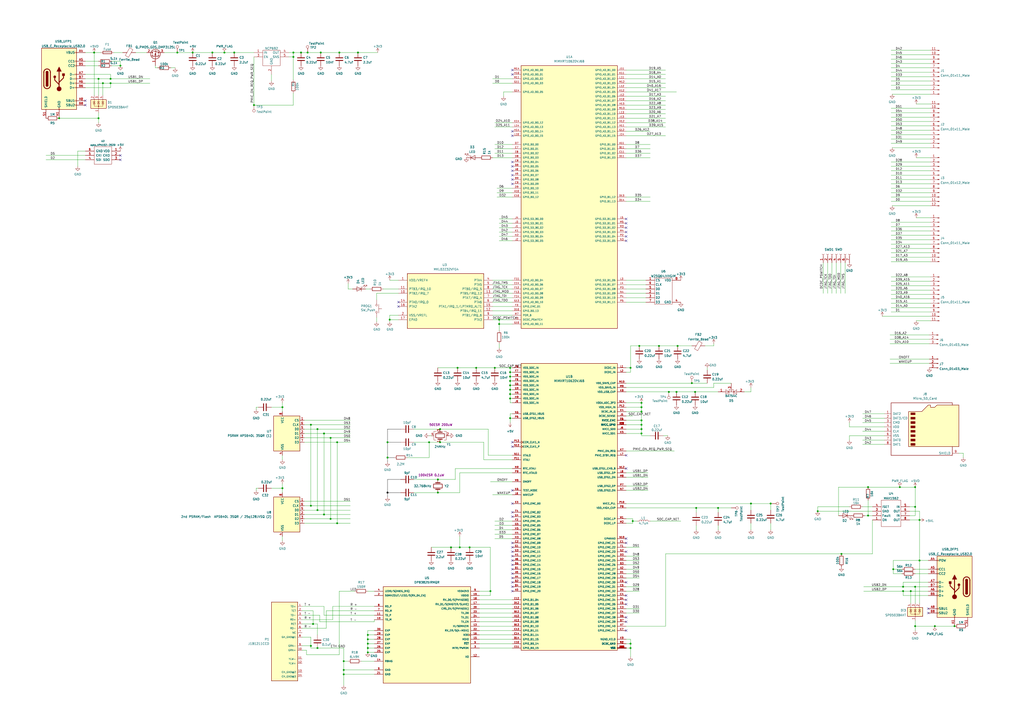
<source format=kicad_sch>
(kicad_sch (version 20250114) (generator "eeschema") (generator_version "9.0")
  (paper "A2")
  (title_block (title "Teensy 4.1 Custom Design") (date "2025-04-11") (rev "1"))
  (lib_symbols
    (symbol "APA102:opto_APA102-2020" (pin_names (offset 1.016))
      (property "Reference" "U100" (at 0 -6.35 0))
      (property "Value" "APA102-2020" (at 0 6.35 0))
      (symbol "opto_APA102-2020_1_1"
        (pin power_in line (at -10.16 2.54 0) (length 5.08) (name "GND") (number "6"))
        (pin input line (at -10.16 0 0) (length 5.08) (name "CKI") (number "5"))
        (pin input line (at -10.16 -2.54 0) (length 5.08) (name "SDI") (number "4"))
        (pin power_in line (at 10.16 2.54 180) (length 5.08) (name "VDD") (number "1"))
        (pin output line (at 10.16 0 180) (length 5.08) (name "CKO") (number "2"))
        (pin output line (at 10.16 -2.54 180) (length 5.08) (name "SDO") (number "3"))
      )
    )
    (symbol "Connector:Conn_01x03_Male" (pin_names (offset 1.016) (hide yes))
      (property "Reference" "J" (at 0 5.08 0))
      (property "Value" "Conn_01x03_Male" (at 0 -5.08 0))
      (symbol "Conn_01x03_Male_1_1"
        (pin passive line (at 5.08 2.54 180) (length 3.81) (name "Pin_1") (number "1"))
        (pin passive line (at 5.08 0 180) (length 3.81) (name "Pin_2") (number "2"))
        (pin passive line (at 5.08 -2.54 180) (length 3.81) (name "Pin_3") (number "3"))
      )
    )
    (symbol "Connector:Conn_01x07_Female" (pin_names (offset 1.016) (hide yes))
      (property "Reference" "J" (at 0 10.16 0))
      (property "Value" "Conn_01x07_Female" (at 0 -10.16 0))
      (symbol "Conn_01x07_Female_1_1"
        (pin passive line (at -5.08 7.62 0) (length 3.81) (name "Pin_1") (number "1"))
        (pin passive line (at -5.08 5.08 0) (length 3.81) (name "Pin_2") (number "2"))
        (pin passive line (at -5.08 2.54 0) (length 3.81) (name "Pin_3") (number "3"))
        (pin passive line (at -5.08 0 0) (length 3.81) (name "Pin_4") (number "4"))
        (pin passive line (at -5.08 -2.54 0) (length 3.81) (name "Pin_5") (number "5"))
        (pin passive line (at -5.08 -5.08 0) (length 3.81) (name "Pin_6") (number "6"))
        (pin passive line (at -5.08 -7.62 0) (length 3.81) (name "Pin_7") (number "7"))
      )
    )
    (symbol "Connector:Conn_01x11_Male" (pin_names (offset 1.016) (hide yes))
      (property "Reference" "J" (at 0 15.24 0))
      (property "Value" "Conn_01x11_Male" (at 0 -15.24 0))
      (symbol "Conn_01x11_Male_1_1"
        (pin passive line (at 5.08 12.7 180) (length 3.81) (name "Pin_1") (number "1"))
        (pin passive line (at 5.08 10.16 180) (length 3.81) (name "Pin_2") (number "2"))
        (pin passive line (at 5.08 7.62 180) (length 3.81) (name "Pin_3") (number "3"))
        (pin passive line (at 5.08 5.08 180) (length 3.81) (name "Pin_4") (number "4"))
        (pin passive line (at 5.08 2.54 180) (length 3.81) (name "Pin_5") (number "5"))
        (pin passive line (at 5.08 0 180) (length 3.81) (name "Pin_6") (number "6"))
        (pin passive line (at 5.08 -2.54 180) (length 3.81) (name "Pin_7") (number "7"))
        (pin passive line (at 5.08 -5.08 180) (length 3.81) (name "Pin_8") (number "8"))
        (pin passive line (at 5.08 -7.62 180) (length 3.81) (name "Pin_9") (number "9"))
        (pin passive line (at 5.08 -10.16 180) (length 3.81) (name "Pin_10") (number "10"))
        (pin passive line (at 5.08 -12.7 180) (length 3.81) (name "Pin_11") (number "11"))
      )
    )
    (symbol "Connector:Conn_01x12_Male" (pin_names (offset 1.016) (hide yes))
      (property "Reference" "J" (at 0 15.24 0))
      (property "Value" "Conn_01x12_Male" (at 0 -17.78 0))
      (symbol "Conn_01x12_Male_1_1"
        (pin passive line (at 5.08 12.7 180) (length 3.81) (name "Pin_1") (number "1"))
        (pin passive line (at 5.08 10.16 180) (length 3.81) (name "Pin_2") (number "2"))
        (pin passive line (at 5.08 7.62 180) (length 3.81) (name "Pin_3") (number "3"))
        (pin passive line (at 5.08 5.08 180) (length 3.81) (name "Pin_4") (number "4"))
        (pin passive line (at 5.08 2.54 180) (length 3.81) (name "Pin_5") (number "5"))
        (pin passive line (at 5.08 0 180) (length 3.81) (name "Pin_6") (number "6"))
        (pin passive line (at 5.08 -2.54 180) (length 3.81) (name "Pin_7") (number "7"))
        (pin passive line (at 5.08 -5.08 180) (length 3.81) (name "Pin_8") (number "8"))
        (pin passive line (at 5.08 -7.62 180) (length 3.81) (name "Pin_9") (number "9"))
        (pin passive line (at 5.08 -10.16 180) (length 3.81) (name "Pin_10") (number "10"))
        (pin passive line (at 5.08 -12.7 180) (length 3.81) (name "Pin_11") (number "11"))
        (pin passive line (at 5.08 -15.24 180) (length 3.81) (name "Pin_12") (number "12"))
      )
    )
    (symbol "Connector:Micro_SD_Card" (pin_names (offset 1.016))
      (property "Reference" "J" (at -16.51 15.24 0))
      (property "Value" "Micro_SD_Card" (at 16.51 15.24 0))
      (symbol "Micro_SD_Card_1_1"
        (pin bidirectional line (at -22.86 7.62 0) (length 3.81) (name "DAT2") (number "1"))
        (pin bidirectional line (at -22.86 5.08 0) (length 3.81) (name "DAT3/CD") (number "2"))
        (pin input line (at -22.86 2.54 0) (length 3.81) (name "CMD") (number "3"))
        (pin power_in line (at -22.86 0 0) (length 3.81) (name "VDD") (number "4"))
        (pin input line (at -22.86 -2.54 0) (length 3.81) (name "CLK") (number "5"))
        (pin power_in line (at -22.86 -5.08 0) (length 3.81) (name "VSS") (number "6"))
        (pin bidirectional line (at -22.86 -7.62 0) (length 3.81) (name "DAT0") (number "7"))
        (pin bidirectional line (at -22.86 -10.16 0) (length 3.81) (name "DAT1") (number "8"))
        (pin passive line (at 20.32 -15.24 180) (length 3.81) (name "SHIELD") (number "9"))
      )
    )
    (symbol "Connector:TestPoint" (pin_numbers (hide yes)) (pin_names (offset 0.762) (hide yes))
      (property "Reference" "TP" (at 0 6.858 0))
      (property "Value" "TestPoint" (at 0 5.08 0))
      (symbol "TestPoint_1_1"
        (pin passive line (at 0 0 90) (length 2.54) (name "1") (number "1"))
      )
    )
    (symbol "Connector:USB_C_Receptacle_USB2.0" (pin_names (offset 1.016))
      (property "Reference" "J" (at -10.16 19.05 0))
      (property "Value" "USB_C_Receptacle_USB2.0" (at 19.05 19.05 0))
      (symbol "USB_C_Receptacle_USB2.0_1_1"
        (pin passive line (at -7.62 -22.86 90) (length 5.08) (name "SHIELD") (number "S1"))
        (pin power_in line (at 0 -22.86 90) (length 5.08) (name "GND") (number "A1"))
        (pin power_in line (at 0 -22.86 90) (length 5.08) (hide yes) (name "GND") (number "A12"))
        (pin power_in line (at 0 -22.86 90) (length 5.08) (hide yes) (name "GND") (number "B1"))
        (pin power_in line (at 0 -22.86 90) (length 5.08) (hide yes) (name "GND") (number "B12"))
        (pin power_in line (at 15.24 15.24 180) (length 5.08) (name "VBUS") (number "A4"))
        (pin power_in line (at 15.24 15.24 180) (length 5.08) (hide yes) (name "VBUS") (number "A9"))
        (pin power_in line (at 15.24 15.24 180) (length 5.08) (hide yes) (name "VBUS") (number "B4"))
        (pin power_in line (at 15.24 15.24 180) (length 5.08) (hide yes) (name "VBUS") (number "B9"))
        (pin bidirectional line (at 15.24 10.16 180) (length 5.08) (name "CC1") (number "A5"))
        (pin bidirectional line (at 15.24 7.62 180) (length 5.08) (name "CC2") (number "B5"))
        (pin bidirectional line (at 15.24 2.54 180) (length 5.08) (name "D-") (number "A7"))
        (pin bidirectional line (at 15.24 0 180) (length 5.08) (name "D-") (number "B7"))
        (pin bidirectional line (at 15.24 -2.54 180) (length 5.08) (name "D+") (number "A6"))
        (pin bidirectional line (at 15.24 -5.08 180) (length 5.08) (name "D+") (number "B6"))
        (pin bidirectional line (at 15.24 -12.7 180) (length 5.08) (name "SBU1") (number "A8"))
        (pin bidirectional line (at 15.24 -15.24 180) (length 5.08) (name "SBU2") (number "B8"))
      )
    )
    (symbol "Device:C" (pin_numbers (hide yes)) (pin_names (offset 0.254))
      (property "Reference" "C" (at 0.635 2.54 0))
      (property "Value" "C" (at 0.635 -2.54 0))
      (symbol "C_1_1"
        (pin passive line (at 0 3.81 270) (length 2.794) (name "~") (number "1"))
        (pin passive line (at 0 -3.81 90) (length 2.794) (name "~") (number "2"))
      )
    )
    (symbol "Device:Crystal" (pin_numbers (hide yes)) (pin_names (offset 1.016) (hide yes))
      (property "Reference" "Y" (at 0 3.81 0))
      (property "Value" "Crystal" (at 0 -3.81 0))
      (symbol "Crystal_1_1"
        (pin passive line (at -3.81 0 0) (length 1.27) (name "1") (number "1"))
        (pin passive line (at 3.81 0 180) (length 1.27) (name "2") (number "2"))
      )
    )
    (symbol "Device:Crystal_GND24" (pin_names (offset 1.016) (hide yes))
      (property "Reference" "Y" (at 3.175 5.08 0))
      (property "Value" "Crystal_GND24" (at 3.175 3.175 0))
      (symbol "Crystal_GND24_1_1"
        (pin passive line (at -3.81 0 0) (length 1.27) (name "1") (number "1"))
        (pin passive line (at 0 5.08 270) (length 1.27) (name "2") (number "2"))
        (pin passive line (at 0 -5.08 90) (length 1.27) (name "4") (number "4"))
        (pin passive line (at 3.81 0 180) (length 1.27) (name "3") (number "3"))
      )
    )
    (symbol "Device:Ferrite_Bead" (pin_numbers (hide yes)) (pin_names (offset 0))
      (property "Reference" "FB" (at -3.81 0.635 90))
      (property "Value" "Ferrite_Bead" (at 3.81 0 90))
      (symbol "Ferrite_Bead_1_1"
        (pin passive line (at 0 3.81 270) (length 2.54) (name "~") (number "1"))
        (pin passive line (at 0 -3.81 90) (length 2.54) (name "~") (number "2"))
      )
    )
    (symbol "Device:Fuse" (pin_numbers (hide yes)) (pin_names (offset 0))
      (property "Reference" "F" (at 2.032 0 90))
      (property "Value" "Fuse" (at -1.905 0 90))
      (symbol "Fuse_1_1"
        (pin passive line (at 0 3.81 270) (length 1.27) (name "~") (number "1"))
        (pin passive line (at 0 -3.81 90) (length 1.27) (name "~") (number "2"))
      )
    )
    (symbol "Device:L" (pin_numbers (hide yes)) (pin_names (offset 1.016) (hide yes))
      (property "Reference" "L" (at -1.27 0 90))
      (property "Value" "L" (at 1.905 0 90))
      (symbol "L_1_1"
        (pin passive line (at 0 3.81 270) (length 1.27) (name "1") (number "1"))
        (pin passive line (at 0 -3.81 90) (length 1.27) (name "2") (number "2"))
      )
    )
    (symbol "Device:LED" (pin_numbers (hide yes)) (pin_names (offset 1.016) (hide yes))
      (property "Reference" "D" (at 0 2.54 0))
      (property "Value" "LED" (at 0 -2.54 0))
      (symbol "LED_1_1"
        (pin passive line (at -3.81 0 0) (length 2.54) (name "K") (number "1"))
        (pin passive line (at 3.81 0 180) (length 2.54) (name "A") (number "2"))
      )
    )
    (symbol "Device:Q_PMOS_GDS" (pin_names (offset 0) (hide yes))
      (property "Reference" "Q" (at 5.08 1.27 0))
      (property "Value" "Q_PMOS_GDS" (at 5.08 -1.27 0))
      (symbol "Q_PMOS_GDS_1_1"
        (pin input line (at -5.08 0 0) (length 5.08) (name "G") (number "1"))
        (pin passive line (at 2.54 5.08 270) (length 2.54) (name "D") (number "2"))
        (pin passive line (at 2.54 -5.08 90) (length 2.54) (name "S") (number "3"))
      )
    )
    (symbol "Device:R" (pin_numbers (hide yes)) (pin_names (offset 0))
      (property "Reference" "R" (at 2.032 0 90))
      (property "Value" "R" (at 0 0 90))
      (symbol "R_1_1"
        (pin passive line (at 0 3.81 270) (length 1.27) (name "~") (number "1"))
        (pin passive line (at 0 -3.81 90) (length 1.27) (name "~") (number "2"))
      )
    )
    (symbol "Diode:BAT54C" (pin_names (offset 1.016))
      (property "Reference" "D" (at 0.635 -3.81 0))
      (property "Value" "BAT54C" (at -6.35 3.175 0))
      (symbol "BAT54C_1_1"
        (pin passive line (at -7.62 0 0) (length 3.81) (name "~") (number "1"))
        (pin passive line (at 0 -5.08 90) (length 5.08) (name "~") (number "3"))
        (pin passive line (at 7.62 0 180) (length 3.81) (name "~") (number "2"))
      )
    )
    (symbol "ESP-PSRAM32_1"
      (property "Reference" "U7" (at -8.89 1.2701 0))
      (property "Value" "PSRAM APS640L 3SQR (1)" (at -8.89 -1.2699 0))
      (symbol "ESP-PSRAM32_1_1_1"
        (pin power_in line (at -2.54 12.7 270) (length 2.54) (name "VCC") (number "8"))
        (pin power_in line (at -2.54 -12.7 90) (length 2.54) (name "VSS") (number "4"))
        (pin input line (at 10.16 7.62 180) (length 2.54) (name "CS") (number "1"))
        (pin output line (at 10.16 5.08 180) (length 2.54) (name "CLK") (number "6"))
        (pin input line (at 10.16 2.54 180) (length 2.54) (name "D0") (number "5"))
        (pin output line (at 10.16 0 180) (length 2.54) (name "D1") (number "2"))
        (pin bidirectional line (at 10.16 -2.54 180) (length 2.54) (name "D2") (number "3"))
        (pin bidirectional line (at 10.16 -5.08 180) (length 2.54) (name "D3") (number "7"))
      )
    )
    (symbol "GND_1" (power) (pin_numbers (hide yes)) (pin_names (offset 0) (hide yes))
      (property "Value" "GND" (at 0 -3.81 0))
      (symbol "GND_1_1_1"
        (pin power_in line (at 0 0 270) (length 0) (name "~") (number "1"))
      )
    )
    (symbol "MCU_NXP_Kinetis:MKL02Z32VFG4" (pin_names (offset 1.016))
      (property "Reference" "U3" (at 3.81 35.56 0))
      (property "Value" "MKL02Z32VFG4" (at -1.27 33.02 0))
      (symbol "MKL02Z32VFG4_1_1"
        (pin power_in line (at -21.59 26.67 0) (length 5.08) (name "VDD/VREFH") (number "1"))
        (pin bidirectional line (at -21.59 21.59 0) (length 5.08) (name "PTB3/IRQ_10") (number "11"))
        (pin bidirectional line (at -21.59 19.05 0) (length 5.08) (name "PTB2/IRQ_7") (number "10"))
        (pin bidirectional line (at -21.59 13.97 0) (length 5.08) (name "PTA0/IRQ_0") (number "14"))
        (pin bidirectional line (at -21.59 11.43 0) (length 5.08) (name "PTA2") (number "16"))
        (pin power_in line (at -21.59 6.35 0) (length 5.08) (name "VSS/VREFL") (number "2"))
        (pin power_in line (at -21.59 3.81 0) (length 5.08) (name "EPAD") (number "17"))
        (pin bidirectional line (at 33.02 26.67 180) (length 5.08) (name "PTA4") (number "4"))
        (pin bidirectional line (at 33.02 24.13 180) (length 5.08) (name "PTA5") (number "5"))
        (pin bidirectional line (at 33.02 21.59 180) (length 5.08) (name "PTB0/IRQ_5") (number "8"))
        (pin bidirectional line (at 33.02 19.05 180) (length 5.08) (name "PTB5/IRQ_12") (number "13"))
        (pin bidirectional line (at 33.02 16.51 180) (length 5.08) (name "PTA7/IRQ_4") (number "7"))
        (pin bidirectional line (at 33.02 13.97 180) (length 5.08) (name "PTA6") (number "6"))
        (pin bidirectional line (at 33.02 11.43 180) (length 5.08) (name "PTA1/IRQ_1/LPTMR0_ALT1") (number "15"))
        (pin bidirectional line (at 33.02 8.89 180) (length 5.08) (name "PTB4/IRQ_11") (number "12"))
        (pin bidirectional line (at 33.02 6.35 180) (length 5.08) (name "PTB1/IRQ_6") (number "9"))
        (pin bidirectional line (at 33.02 3.81 180) (length 5.08) (name "PTA3") (number "3"))
      )
    )
    (symbol "MIMXRT1062DVJ6B:MAX1562"
      (property "Reference" "U" (at 0 -6.35 0))
      (property "Value" "MAX1562" (at 0 6.35 0))
      (symbol "MAX1562_1_1"
        (pin input line (at -11.43 3.81 0) (length 5.08) (name "ON") (number "1"))
        (pin input line (at -11.43 1.27 0) (length 5.08) (name "Fault") (number "2"))
        (pin power_in line (at -11.43 -1.27 0) (length 5.08) (name "GND") (number "3"))
        (pin input line (at -11.43 -3.81 0) (length 5.08) (name "ISET") (number "4"))
        (pin power_out line (at 10.16 3.81 180) (length 5.08) (name "OUT") (number "8"))
        (pin power_in line (at 10.16 1.27 180) (length 5.08) (name "IN") (number "7"))
        (pin power_out line (at 10.16 -1.27 180) (length 5.08) (name "OUT") (number "6"))
        (pin power_in line (at 10.16 -3.81 180) (length 5.08) (name "IN") (number "5"))
      )
    )
    (symbol "MIMXRT1062DVJ6B:W25Q64VXGIM"
      (property "Reference" "U" (at 0 12.7 0))
      (property "Value" "W25Q64VXGIM" (at 0 10.16 0))
      (symbol "W25Q64VXGIM_1_1"
        (pin power_in line (at -10.16 6.35 0) (length 5.08) (name "VDD") (number "8"))
        (pin power_in line (at -10.16 -6.35 0) (length 5.08) (name "GND") (number "4"))
        (pin input line (at 10.16 6.35 180) (length 5.08) (name "CS") (number "1"))
        (pin input line (at 10.16 3.81 180) (length 5.08) (name "CLK") (number "6"))
        (pin output line (at 10.16 1.27 180) (length 5.08) (name "D0") (number "5"))
        (pin output line (at 10.16 -1.27 180) (length 5.08) (name "D1") (number "2"))
        (pin output line (at 10.16 -3.81 180) (length 5.08) (name "D2") (number "3"))
        (pin output line (at 10.16 -6.35 180) (length 5.08) (name "D3") (number "7"))
      )
    )
    (symbol "MIMXRT1062DVJ6B_1" (pin_names (offset 1.016))
      (property "Reference" "U1" (at 0 63.5 0))
      (property "Value" "MIMXRT1062DVJ6B" (at 0 60.96 0))
      (symbol "MIMXRT1062DVJ6B_1_1_0"
        (pin bidirectional line (at -33.02 55.88 0) (length 5.08) (name "GPIO_AD_B0_00") (number "M14"))
        (pin bidirectional line (at -33.02 53.34 0) (length 5.08) (name "GPIO_AD_B0_01") (number "H10"))
        (pin bidirectional line (at -33.02 50.8 0) (length 5.08) (name "GPIO_AD_B0_02") (number "M11"))
        (pin bidirectional line (at -33.02 48.26 0) (length 5.08) (name "GPIO_AD_B0_03") (number "G11"))
        (pin bidirectional line (at -33.02 43.18 0) (length 5.08) (name "GPIO_AD_B0_05") (number "G14"))
        (pin bidirectional line (at -33.02 25.4 0) (length 5.08) (name "GPIO_AD_B0_12") (number "K14"))
        (pin bidirectional line (at -33.02 22.86 0) (length 5.08) (name "GPIO_AD_B0_13") (number "L14"))
        (pin bidirectional line (at -33.02 20.32 0) (length 5.08) (name "GPIO_AD_B0_14") (number "H14"))
        (pin bidirectional line (at -33.02 17.78 0) (length 5.08) (name "GPIO_AD_B0_15") (number "L10"))
        (pin bidirectional line (at -33.02 12.7 0) (length 5.08) (name "GPIO_B0_00") (number "D7"))
        (pin bidirectional line (at -33.02 10.16 0) (length 5.08) (name "GPIO_B0_01") (number "E7"))
        (pin bidirectional line (at -33.02 7.62 0) (length 5.08) (name "GPIO_B0_02") (number "E8"))
        (pin bidirectional line (at -33.02 5.08 0) (length 5.08) (name "GPIO_B0_03") (number "D8"))
        (pin bidirectional line (at -33.02 2.54 0) (length 5.08) (name "GPIO_B0_04") (number "C8"))
        (pin bidirectional line (at -33.02 0 0) (length 5.08) (name "GPIO_B0_05") (number "B8"))
        (pin bidirectional line (at -33.02 -2.54 0) (length 5.08) (name "GPIO_B0_06") (number "A8"))
        (pin bidirectional line (at -33.02 -5.08 0) (length 5.08) (name "GPIO_B0_07") (number "A9"))
        (pin bidirectional line (at -33.02 -7.62 0) (length 5.08) (name "GPIO_B0_08") (number "B9"))
        (pin bidirectional line (at -33.02 -10.16 0) (length 5.08) (name "GPIO_B0_09") (number "C9"))
        (pin bidirectional line (at -33.02 -12.7 0) (length 5.08) (name "GPIO_B0_10") (number "D9"))
        (pin bidirectional line (at -33.02 -15.24 0) (length 5.08) (name "GPIO_B0_11") (number "A10"))
        (pin bidirectional line (at -33.02 -17.78 0) (length 5.08) (name "GPIO_B0_12") (number "C10"))
        (pin bidirectional line (at -33.02 -30.48 0) (length 5.08) (name "GPIO_SD_B0_00") (number "J4"))
        (pin bidirectional line (at -33.02 -33.02 0) (length 5.08) (name "GPIO_SD_B0_01") (number "J3"))
        (pin bidirectional line (at -33.02 -35.56 0) (length 5.08) (name "GPIO_SD_B0_02") (number "J1"))
        (pin bidirectional line (at -33.02 -38.1 0) (length 5.08) (name "GPIO_SD_B0_03") (number "K1"))
        (pin bidirectional line (at -33.02 -40.64 0) (length 5.08) (name "GPIO_SD_B0_04") (number "H2"))
        (pin bidirectional line (at -33.02 -43.18 0) (length 5.08) (name "GPIO_SD_B0_05") (number "J2"))
        (pin bidirectional line (at -33.02 -66.04 0) (length 5.08) (name "GPIO_AD_B0_04") (number "F11"))
        (pin bidirectional line (at -33.02 -68.58 0) (length 5.08) (name "GPIO_AD_B0_06") (number "E14"))
        (pin bidirectional line (at -33.02 -71.12 0) (length 5.08) (name "GPIO_AD_B0_07") (number "F12"))
        (pin bidirectional line (at -33.02 -73.66 0) (length 5.08) (name "GPIO_AD_B0_08") (number "F13"))
        (pin bidirectional line (at -33.02 -76.2 0) (length 5.08) (name "GPIO_AD_B0_09") (number "F14"))
        (pin bidirectional line (at -33.02 -78.74 0) (length 5.08) (name "GPIO_AD_B0_10") (number "G13"))
        (pin bidirectional line (at -33.02 -81.28 0) (length 5.08) (name "GPIO_EMC_01") (number "F3"))
        (pin bidirectional line (at -33.02 -83.82 0) (length 5.08) (name "GPIO_B0_13") (number "D10"))
        (pin bidirectional line (at -33.02 -86.36 0) (length 5.08) (name "POR_B") (number "M7"))
        (pin power_in line (at -33.02 -88.9 0) (length 5.08) (name "DCDC_PSWITCH") (number "K3"))
        (pin bidirectional line (at -33.02 -91.44 0) (length 5.08) (name "GPIO_AD_B0_11") (number "G10"))
        (pin bidirectional line (at 33.02 55.88 180) (length 5.08) (name "GPIO_AD_B1_00") (number "J11"))
        (pin bidirectional line (at 33.02 53.34 180) (length 5.08) (name "GPIO_AD_B1_01") (number "K11"))
        (pin bidirectional line (at 33.02 50.8 180) (length 5.08) (name "GPIO_AD_B1_02") (number "L11"))
        (pin bidirectional line (at 33.02 48.26 180) (length 5.08) (name "GPIO_AD_B1_03") (number "M12"))
        (pin bidirectional line (at 33.02 45.72 180) (length 5.08) (name "GPIO_AD_B1_04") (number "L12"))
        (pin bidirectional line (at 33.02 43.18 180) (length 5.08) (name "GPIO_AD_B1_05") (number "K12"))
        (pin bidirectional line (at 33.02 40.64 180) (length 5.08) (name "GPIO_AD_B1_06") (number "J12"))
        (pin bidirectional line (at 33.02 38.1 180) (length 5.08) (name "GPIO_AD_B1_07") (number "K10"))
        (pin bidirectional line (at 33.02 35.56 180) (length 5.08) (name "GPIO_AD_B1_08") (number "H13"))
        (pin bidirectional line (at 33.02 33.02 180) (length 5.08) (name "GPIO_AD_B1_09") (number "M13"))
        (pin bidirectional line (at 33.02 30.48 180) (length 5.08) (name "GPIO_AD_B1_10") (number "L13"))
        (pin bidirectional line (at 33.02 27.94 180) (length 5.08) (name "GPIO_AD_B1_11") (number "J13"))
        (pin bidirectional line (at 33.02 25.4 180) (length 5.08) (name "GPIO_AD_B1_12") (number "H12"))
        (pin bidirectional line (at 33.02 22.86 180) (length 5.08) (name "GPIO_AD_B1_13") (number "H11"))
        (pin bidirectional line (at 33.02 20.32 180) (length 5.08) (name "GPIO_AD_B1_14") (number "G12"))
        (pin bidirectional line (at 33.02 17.78 180) (length 5.08) (name "GPIO_AD_B1_15") (number "J14"))
        (pin bidirectional line (at 33.02 12.7 180) (length 5.08) (name "GPIO_B1_00") (number "A11"))
        (pin bidirectional line (at 33.02 10.16 180) (length 5.08) (name "GPIO_B1_01") (number "B11"))
        (pin bidirectional line (at 33.02 7.62 180) (length 5.08) (name "GPIO_B1_02") (number "C11"))
        (pin bidirectional line (at 33.02 5.08 180) (length 5.08) (name "GPIO_B1_03") (number "D11"))
        (pin bidirectional line (at 33.02 -17.78 180) (length 5.08) (name "GPIO_B1_12") (number "D13"))
        (pin bidirectional line (at 33.02 -20.32 180) (length 5.08) (name "GPIO_B1_13") (number "D14"))
        (pin bidirectional line (at 33.02 -30.48 180) (length 5.08) (name "GPIO_SD_B1_00") (number "L5"))
        (pin bidirectional line (at 33.02 -33.02 180) (length 5.08) (name "GPIO_SD_B1_01") (number "M5"))
        (pin bidirectional line (at 33.02 -35.56 180) (length 5.08) (name "GPIO_SD_B1_02") (number "M3"))
        (pin bidirectional line (at 33.02 -38.1 180) (length 5.08) (name "GPIO_SD_B1_03") (number "M4"))
        (pin bidirectional line (at 33.02 -40.64 180) (length 5.08) (name "GPIO_SD_B1_04") (number "P2"))
        (pin bidirectional line (at 33.02 -43.18 180) (length 5.08) (name "GPIO_SD_B1_05") (number "N3"))
        (pin bidirectional line (at 33.02 -66.04 180) (length 5.08) (name "GPIO_SD_B1_06") (number "L3"))
        (pin bidirectional line (at 33.02 -68.58 180) (length 5.08) (name "GPIO_SD_B1_07") (number "L4"))
        (pin bidirectional line (at 33.02 -71.12 180) (length 5.08) (name "GPIO_SD_B1_08") (number "P3"))
        (pin bidirectional line (at 33.02 -73.66 180) (length 5.08) (name "GPIO_SD_B1_09") (number "N4"))
        (pin bidirectional line (at 33.02 -76.2 180) (length 5.08) (name "GPIO_SD_B1_10") (number "P4"))
        (pin bidirectional line (at 33.02 -78.74 180) (length 5.08) (name "GPIO_SD_B1_11") (number "P5"))
      )
      (symbol "MIMXRT1062DVJ6B_1_2_0"
        (pin power_in line (at -33.02 68.58 0) (length 5.08) (name "VDD_SOC_IN") (number "F6"))
        (pin power_in line (at -33.02 66.04 0) (length 5.08) (name "VDD_SOC_IN") (number "F7"))
        (pin power_in line (at -33.02 63.5 0) (length 5.08) (name "VDD_SOC_IN") (number "F8"))
        (pin power_in line (at -33.02 60.96 0) (length 5.08) (name "VDD_SOC_IN") (number "F9"))
        (pin power_in line (at -33.02 58.42 0) (length 5.08) (name "VDD_SOC_IN") (number "G6"))
        (pin power_in line (at -33.02 55.88 0) (length 5.08) (name "VDD_SOC_IN") (number "G9"))
        (pin power_in line (at -33.02 53.34 0) (length 5.08) (name "VDD_SOC_IN") (number "H6"))
        (pin power_in line (at -33.02 50.8 0) (length 5.08) (name "VDD_SOC_IN") (number "H9"))
        (pin power_in line (at -33.02 48.26 0) (length 5.08) (name "VDD_SOC_IN") (number "J9"))
        (pin bidirectional line (at -33.02 41.91 0) (length 5.08) (name "USB_OTG1_VBUS") (number "N6"))
        (pin bidirectional line (at -33.02 39.37 0) (length 5.08) (name "USB_OTG2_VBUS") (number "P6"))
        (pin input clock (at -33.02 25.4 0) (length 5.08) (name "CCM_CLK1_N") (number "P13"))
        (pin input clock (at -33.02 22.86 0) (length 5.08) (name "CCM_CLK1_P") (number "N13"))
        (pin output line (at -33.02 17.78 0) (length 5.08) (name "XTALO") (number "N11"))
        (pin input line (at -33.02 15.24 0) (length 5.08) (name "XTALI") (number "P11"))
        (pin input line (at -33.02 10.16 0) (length 5.08) (name "RTC_XTALI") (number "N9"))
        (pin output line (at -33.02 7.62 0) (length 5.08) (name "RTC_XTALO") (number "P9"))
        (pin bidirectional line (at -33.02 2.54 0) (length 5.08) (name "ONOFF") (number "M6"))
        (pin bidirectional line (at -33.02 -2.54 0) (length 5.08) (name "TEST_MODE") (number "K6"))
        (pin bidirectional line (at -33.02 -5.08 0) (length 5.08) (name "WAKEUP") (number "L6"))
        (pin bidirectional line (at -33.02 -10.16 0) (length 5.08) (name "GPIO_EMC_00") (number "E3"))
        (pin bidirectional line (at -33.02 -15.24 0) (length 5.08) (name "GPIO_EMC_02") (number "F4"))
        (pin bidirectional line (at -33.02 -17.78 0) (length 5.08) (name "GPIO_EMC_03") (number "G4"))
        (pin bidirectional line (at -33.02 -20.32 0) (length 5.08) (name "GPIO_EMC_04") (number "F2"))
        (pin bidirectional line (at -33.02 -22.86 0) (length 5.08) (name "GPIO_EMC_05") (number "G5"))
        (pin bidirectional line (at -33.02 -25.4 0) (length 5.08) (name "GPIO_EMC_06") (number "H5"))
        (pin bidirectional line (at -33.02 -27.94 0) (length 5.08) (name "GPIO_EMC_07") (number "H4"))
        (pin bidirectional line (at -33.02 -30.48 0) (length 5.08) (name "GPIO_EMC_08") (number "H3"))
        (pin bidirectional line (at -33.02 -33.02 0) (length 5.08) (name "GPIO_EMC_09") (number "C2"))
        (pin bidirectional line (at -33.02 -35.56 0) (length 5.08) (name "GPIO_EMC_10") (number "G1"))
        (pin bidirectional line (at -33.02 -38.1 0) (length 5.08) (name "GPIO_EMC_11") (number "G3"))
        (pin bidirectional line (at -33.02 -40.64 0) (length 5.08) (name "GPIO_EMC_12") (number "H1"))
        (pin bidirectional line (at -33.02 -43.18 0) (length 5.08) (name "GPIO_EMC_13") (number "A6"))
        (pin bidirectional line (at -33.02 -45.72 0) (length 5.08) (name "GPIO_EMC_14") (number "B6"))
        (pin bidirectional line (at -33.02 -48.26 0) (length 5.08) (name "GPIO_EMC_15") (number "B1"))
        (pin bidirectional line (at -33.02 -50.8 0) (length 5.08) (name "GPIO_EMC_16") (number "A5"))
        (pin bidirectional line (at -33.02 -53.34 0) (length 5.08) (name "GPIO_EMC_17") (number "A4"))
        (pin bidirectional line (at -33.02 -55.88 0) (length 5.08) (name "GPIO_EMC_18") (number "B2"))
        (pin bidirectional line (at -33.02 -58.42 0) (length 5.08) (name "GPIO_EMC_19") (number "B4"))
        (pin bidirectional line (at -33.02 -60.96 0) (length 5.08) (name "GPIO_EMC_20") (number "A3"))
        (pin bidirectional line (at -33.02 -66.04 0) (length 5.08) (name "GPIO_B1_04") (number "E12"))
        (pin bidirectional line (at -33.02 -68.58 0) (length 5.08) (name "GPIO_B1_05") (number "D12"))
        (pin bidirectional line (at -33.02 -71.12 0) (length 5.08) (name "GPIO_B1_06") (number "C12"))
        (pin bidirectional line (at -33.02 -73.66 0) (length 5.08) (name "GPIO_B1_07") (number "B12"))
        (pin bidirectional line (at -33.02 -76.2 0) (length 5.08) (name "GPIO_B1_08") (number "A12"))
        (pin bidirectional line (at -33.02 -78.74 0) (length 5.08) (name "GPIO_B1_09") (number "A13"))
        (pin bidirectional line (at -33.02 -81.28 0) (length 5.08) (name "GPIO_B1_10") (number "B13"))
        (pin bidirectional line (at -33.02 -83.82 0) (length 5.08) (name "GPIO_B1_11") (number "C13"))
        (pin bidirectional line (at -33.02 -86.36 0) (length 5.08) (name "GPIO_B1_14") (number "C14"))
        (pin bidirectional line (at -33.02 -88.9 0) (length 5.08) (name "GPIO_B1_15") (number "B14"))
        (pin bidirectional line (at -33.02 -91.44 0) (length 5.08) (name "GPIO_B0_14") (number "E10"))
        (pin bidirectional line (at -33.02 -93.98 0) (length 5.08) (name "GPIO_B0_15") (number "E11"))
        (pin power_in line (at 33.02 68.58 180) (length 5.08) (name "DCDC_IN") (number "L1"))
        (pin power_in line (at 33.02 66.04 180) (length 5.08) (name "DCDC_IN") (number "L2"))
        (pin power_in line (at 33.02 59.69 180) (length 5.08) (name "VDD_SNVS_CAP") (number "M10"))
        (pin power_in line (at 33.02 57.15 180) (length 5.08) (name "VDD_SNVS_IN") (number "M9"))
        (pin power_in line (at 33.02 54.61 180) (length 5.08) (name "VDD_USB_CAP") (number "K8"))
        (pin power_in line (at 33.02 48.26 180) (length 5.08) (name "VDDA_ADC_3P3") (number "N14"))
        (pin power_in line (at 33.02 45.72 180) (length 5.08) (name "VDD_HIGH_IN") (number "P12"))
        (pin power_in line (at 33.02 43.18 180) (length 5.08) (name "DCDC_IN_Q") (number "K4"))
        (pin power_in line (at 33.02 40.64 180) (length 5.08) (name "DCDC_SENSE") (number "J5"))
        (pin power_in line (at 33.02 38.1 180) (length 5.08) (name "NVCC_EMC") (number "E6"))
        (pin power_in line (at 33.02 38.1 180) (length 5.08) (name "NVCC_EMC") (number "F5"))
        (pin power_in line (at 33.02 35.56 180) (length 5.08) (name "NVCC_GPIO") (number "E9"))
        (pin power_in line (at 33.02 35.56 180) (length 5.08) (name "NVCC_GPIO") (number "F10"))
        (pin power_in line (at 33.02 35.56 180) (length 5.08) (name "NVCC_GPIO") (number "J10"))
        (pin power_in line (at 33.02 33.02 180) (length 5.08) (name "NVCC_SD0") (number "J6"))
        (pin power_in line (at 33.02 30.48 180) (length 5.08) (name "NVCC_SD1") (number "K5"))
        (pin bidirectional line (at 33.02 20.32 180) (length 5.08) (name "PMIC_ON_REQ") (number "K7"))
        (pin bidirectional line (at 33.02 17.78 180) (length 5.08) (name "PMIC_STBY_REQ") (number "L7"))
        (pin bidirectional line (at 33.02 10.16 180) (length 5.08) (name "USB_OTG1_CHD_B") (number "N12"))
        (pin bidirectional line (at 33.02 7.62 180) (length 5.08) (name "USB_OTG1_DP") (number "L8"))
        (pin bidirectional line (at 33.02 5.08 180) (length 5.08) (name "USB_OTG1_DN") (number "M8"))
        (pin bidirectional line (at 33.02 0 180) (length 5.08) (name "USB_OTG2_DP") (number "P7"))
        (pin bidirectional line (at 33.02 -2.54 180) (length 5.08) (name "USB_OTG2_DN") (number "N7"))
        (pin power_in line (at 33.02 -10.16 180) (length 5.08) (name "NVCC_PLL") (number "P10"))
        (pin power_in line (at 33.02 -12.7 180) (length 5.08) (name "VDD_HIGH_CAP") (number "P8"))
        (pin power_in line (at 33.02 -19.05 180) (length 5.08) (name "DCDC_LP") (number "M1"))
        (pin power_in line (at 33.02 -21.59 180) (length 5.08) (name "DCDC_LP") (number "M2"))
        (pin power_in line (at 33.02 -30.48 180) (length 5.08) (name "GPANAIO") (number "N10"))
        (pin bidirectional line (at 33.02 -33.02 180) (length 5.08) (name "GPIO_EMC_21") (number "C1"))
        (pin bidirectional line (at 33.02 -35.56 180) (length 5.08) (name "GPIO_EMC_22") (number "F1"))
        (pin bidirectional line (at 33.02 -38.1 180) (length 5.08) (name "GPIO_EMC_23") (number "G2"))
        (pin bidirectional line (at 33.02 -40.64 180) (length 5.08) (name "GPIO_EMC_24") (number "D3"))
        (pin bidirectional line (at 33.02 -43.18 180) (length 5.08) (name "GPIO_EMC_25") (number "D2"))
        (pin bidirectional line (at 33.02 -45.72 180) (length 5.08) (name "GPIO_EMC_26") (number "B3"))
        (pin bidirectional line (at 33.02 -48.26 180) (length 5.08) (name "GPIO_EMC_27") (number "A2"))
        (pin bidirectional line (at 33.02 -50.8 180) (length 5.08) (name "GPIO_EMC_28") (number "D1"))
        (pin bidirectional line (at 33.02 -53.34 180) (length 5.08) (name "GPIO_EMC_29") (number "E1"))
        (pin bidirectional line (at 33.02 -55.88 180) (length 5.08) (name "GPIO_EMC_30") (number "C6"))
        (pin bidirectional line (at 33.02 -58.42 180) (length 5.08) (name "GPIO_EMC_31") (number "C5"))
        (pin bidirectional line (at 33.02 -60.96 180) (length 5.08) (name "GPIO_EMC_32") (number "D5"))
        (pin bidirectional line (at 33.02 -63.5 180) (length 5.08) (name "GPIO_EMC_33") (number "C4"))
        (pin bidirectional line (at 33.02 -66.04 180) (length 5.08) (name "GPIO_EMC_34") (number "D4"))
        (pin bidirectional line (at 33.02 -68.58 180) (length 5.08) (name "GPIO_EMC_35") (number "E5"))
        (pin bidirectional line (at 33.02 -71.12 180) (length 5.08) (name "GPIO_EMC_36") (number "C3"))
        (pin bidirectional line (at 33.02 -73.66 180) (length 5.08) (name "GPIO_EMC_37") (number "E4"))
        (pin bidirectional line (at 33.02 -76.2 180) (length 5.08) (name "GPIO_EMC_38") (number "D6"))
        (pin bidirectional line (at 33.02 -78.74 180) (length 5.08) (name "GPIO_EMC_39") (number "B7"))
        (pin bidirectional line (at 33.02 -81.28 180) (length 5.08) (name "GPIO_EMC_40") (number "A7"))
        (pin bidirectional line (at 33.02 -83.82 180) (length 5.08) (name "GPIO_EMC_41") (number "C7"))
        (pin power_in line (at 33.02 -88.9 180) (length 5.08) (name "NGND_KEL0") (number "K9"))
        (pin power_in line (at 33.02 -91.44 180) (length 5.08) (name "DCDC_GND") (number "N1"))
        (pin power_in line (at 33.02 -91.44 180) (length 5.08) (name "DCDC_GND") (number "N2"))
        (pin power_in line (at 33.02 -93.98 180) (length 5.08) (name "VSS") (number "A1"))
        (pin power_in line (at 33.02 -93.98 180) (length 5.08) (name "VSS") (number "A14"))
        (pin power_in line (at 33.02 -93.98 180) (length 5.08) (name "VSS") (number "B10"))
        (pin power_in line (at 33.02 -93.98 180) (length 5.08) (name "VSS") (number "B5"))
        (pin power_in line (at 33.02 -93.98 180) (length 5.08) (name "VSS") (number "E13"))
        (pin power_in line (at 33.02 -93.98 180) (length 5.08) (name "VSS") (number "E2"))
        (pin power_in line (at 33.02 -93.98 180) (length 5.08) (name "VSS") (number "G7"))
        (pin power_in line (at 33.02 -93.98 180) (length 5.08) (name "VSS") (number "G8"))
        (pin power_in line (at 33.02 -93.98 180) (length 5.08) (name "VSS") (number "H7"))
        (pin power_in line (at 33.02 -93.98 180) (length 5.08) (name "VSS") (number "H8"))
        (pin power_in line (at 33.02 -93.98 180) (length 5.08) (name "VSS") (number "J7"))
        (pin power_in line (at 33.02 -93.98 180) (length 5.08) (name "VSS") (number "J8"))
        (pin power_in line (at 33.02 -93.98 180) (length 5.08) (name "VSS") (number "K13"))
        (pin power_in line (at 33.02 -93.98 180) (length 5.08) (name "VSS") (number "K2"))
        (pin power_in line (at 33.02 -93.98 180) (length 5.08) (name "VSS") (number "L9"))
        (pin power_in line (at 33.02 -93.98 180) (length 5.08) (name "VSS") (number "N5"))
        (pin power_in line (at 33.02 -93.98 180) (length 5.08) (name "VSS") (number "N8"))
        (pin power_in line (at 33.02 -93.98 180) (length 5.08) (name "VSS") (number "P1"))
        (pin power_in line (at 33.02 -93.98 180) (length 5.08) (name "VSS") (number "P14"))
      )
    )
    (symbol "Power_Protection:SP0503BAHT" (pin_names (hide yes))
      (property "Reference" "D" (at 5.715 2.54 0))
      (property "Value" "SP0503BAHT" (at 5.715 0.635 0))
      (symbol "SP0503BAHT_0_0"
        (pin passive line (at 0 -5.08 90) (length 2.54) (name "A") (number "1"))
      )
      (symbol "SP0503BAHT_1_1"
        (pin passive line (at -2.54 5.08 270) (length 2.54) (name "K") (number "2"))
        (pin passive line (at 0 5.08 270) (length 2.54) (name "K") (number "3"))
        (pin passive line (at 2.54 5.08 270) (length 2.54) (name "K") (number "4"))
      )
    )
    (symbol "Switch:SW_Push" (pin_numbers (hide yes)) (pin_names (offset 1.016) (hide yes))
      (property "Reference" "SW" (at 1.27 2.54 0))
      (property "Value" "SW_Push" (at 0 -1.524 0))
      (symbol "SW_Push_0_1"
        (pin passive line (at -5.08 0 0) (length 2.54) (name "1") (number "1"))
        (pin passive line (at 5.08 0 180) (length 2.54) (name "2") (number "2"))
      )
    )
    (symbol "Teensy_4.1:DP83825IRMQR" (pin_names (offset 1.016))
      (property "Reference" "U5" (at 0 33.02 0))
      (property "Value" "DP83825IRMQR" (at 0 30.48 0))
      (symbol "DP83825IRMQR_0_0"
        (pin power_in line (at -30.48 25.4 0) (length 5.08) (name "VDDA3V3") (number "6"))
        (pin power_in line (at -30.48 22.86 0) (length 5.08) (name "VDDIO") (number "19"))
        (pin bidirectional line (at -30.48 20.32 0) (length 5.08) (name "RX_D0/S(PHYADD0)") (number "18"))
        (pin bidirectional line (at -30.48 17.78 0) (length 5.08) (name "RX_D1/S(MASTER/SLAVE)") (number "17"))
        (pin bidirectional line (at -30.48 15.24 0) (length 5.08) (name "CRS_DV/S(PHYADD1)") (number "20"))
        (pin input line (at -30.48 12.7 0) (length 5.08) (name "TX_D0") (number "23"))
        (pin input line (at -30.48 10.16 0) (length 5.08) (name "TX_D1") (number "24"))
        (pin input line (at -30.48 7.62 0) (length 5.08) (name "TX_EN") (number "1"))
        (pin input line (at -30.48 5.08 0) (length 5.08) (name "XI/50MHZIN") (number "13"))
        (pin bidirectional line (at -30.48 2.54 0) (length 5.08) (name "RX_ER/S(A-MDIX)") (number "22"))
        (pin input clock (at -30.48 0 0) (length 5.08) (name "MDC") (number "16"))
        (pin bidirectional line (at -30.48 -2.54 0) (length 5.08) (name "MDIO") (number "15"))
        (pin input line (at -30.48 -5.08 0) (length 5.08) (name "~{RST}") (number "5"))
        (pin input line (at -30.48 -7.62 0) (length 5.08) (name "INTR/PWRDN") (number "3"))
        (pin output line (at -30.48 -12.7 0) (length 5.08) (name "XO") (number "12"))
        (pin bidirectional line (at 30.48 25.4 180) (length 5.08) (name "LED0/S(ANEG_DIS)") (number "4"))
        (pin bidirectional line (at 30.48 22.86 180) (length 5.08) (name "50MHZOUT/LED2/S(RX_DV_EN)") (number "2"))
        (pin input line (at 30.48 16.51 180) (length 5.08) (name "RD_P") (number "8"))
        (pin input line (at 30.48 13.97 180) (length 5.08) (name "RD_M") (number "7"))
        (pin output line (at 30.48 11.43 180) (length 5.08) (name "TD_P") (number "11"))
        (pin output line (at 30.48 8.89 180) (length 5.08) (name "TD_M") (number "10"))
        (pin power_in line (at 30.48 2.54 180) (length 5.08) (name "EXP") (number "30"))
        (pin power_in line (at 30.48 0 180) (length 5.08) (name "EXP") (number "29"))
        (pin power_in line (at 30.48 -2.54 180) (length 5.08) (name "EXP") (number "28"))
        (pin power_in line (at 30.48 -5.08 180) (length 5.08) (name "EXP") (number "27"))
        (pin power_in line (at 30.48 -7.62 180) (length 5.08) (name "EXP") (number "26"))
        (pin power_in line (at 30.48 -10.16 180) (length 5.08) (name "EXP") (number "25"))
        (pin passive line (at 30.48 -15.24 180) (length 5.08) (name "RBIAS") (number "14"))
        (pin power_in line (at 30.48 -20.32 180) (length 5.08) (name "GND") (number "9"))
        (pin power_in line (at 30.48 -22.86 180) (length 5.08) (name "GND") (number "21"))
      )
    )
    (symbol "Teensy_4.1:J1B1211CCD" (pin_names (offset 1.016))
      (property "Reference" "P" (at -7.62 22.86 0))
      (property "Value" "J1B1211CCD" (at -7.62 -25.4 0))
      (symbol "J1B1211CCD_0_0"
        (pin passive line (at -10.16 20.32 0) (length 2.54) (name "TD+") (number "1"))
        (pin passive line (at -10.16 17.78 0) (length 2.54) (name "TCT") (number "2"))
        (pin passive line (at -10.16 15.24 0) (length 2.54) (name "TD-") (number "3"))
        (pin passive line (at -10.16 12.7 0) (length 2.54) (name "RD+") (number "4"))
        (pin passive line (at -10.16 10.16 0) (length 2.54) (name "RCT") (number "5"))
        (pin passive line (at -10.16 7.62 0) (length 2.54) (name "RD-") (number "6"))
        (pin passive line (at -10.16 5.08 0) (length 2.54) (name "NC") (number "7"))
        (pin passive line (at -10.16 2.54 0) (length 2.54) (name "GH_GND@1") (number "8"))
        (pin passive line (at -10.16 -2.54 0) (length 2.54) (name "GRN-") (number "9"))
        (pin passive line (at -10.16 -5.08 0) (length 2.54) (name "GRN+") (number "10"))
        (pin passive line (at -10.16 -10.16 0) (length 2.54) (name "YLW-") (number "11"))
        (pin passive line (at -10.16 -12.7 0) (length 2.54) (name "YLW+") (number "12"))
        (pin passive line (at -10.16 -17.78 0) (length 2.54) (name "CH_GND@2") (number "13"))
        (pin passive line (at -10.16 -20.32 0) (length 2.54) (name "CH_GND@3") (number "14"))
      )
    )
    (symbol "Teensy_4.1:MIMXRT1062DVJ6B" (pin_names (offset 1.016))
      (property "Reference" "U1" (at 0 63.5 0))
      (property "Value" "MIMXRT1062DVJ6B" (at 0 60.96 0))
      (symbol "MIMXRT1062DVJ6B_1_0"
        (pin bidirectional line (at -33.02 55.88 0) (length 5.08) (name "GPIO_AD_B0_00") (number "M14"))
        (pin bidirectional line (at -33.02 53.34 0) (length 5.08) (name "GPIO_AD_B0_01") (number "H10"))
        (pin bidirectional line (at -33.02 50.8 0) (length 5.08) (name "GPIO_AD_B0_02") (number "M11"))
        (pin bidirectional line (at -33.02 48.26 0) (length 5.08) (name "GPIO_AD_B0_03") (number "G11"))
        (pin bidirectional line (at -33.02 43.18 0) (length 5.08) (name "GPIO_AD_B0_05") (number "G14"))
        (pin bidirectional line (at -33.02 25.4 0) (length 5.08) (name "GPIO_AD_B0_12") (number "K14"))
        (pin bidirectional line (at -33.02 22.86 0) (length 5.08) (name "GPIO_AD_B0_13") (number "L14"))
        (pin bidirectional line (at -33.02 20.32 0) (length 5.08) (name "GPIO_AD_B0_14") (number "H14"))
        (pin bidirectional line (at -33.02 17.78 0) (length 5.08) (name "GPIO_AD_B0_15") (number "L10"))
        (pin bidirectional line (at -33.02 12.7 0) (length 5.08) (name "GPIO_B0_00") (number "D7"))
        (pin bidirectional line (at -33.02 10.16 0) (length 5.08) (name "GPIO_B0_01") (number "E7"))
        (pin bidirectional line (at -33.02 7.62 0) (length 5.08) (name "GPIO_B0_02") (number "E8"))
        (pin bidirectional line (at -33.02 5.08 0) (length 5.08) (name "GPIO_B0_03") (number "D8"))
        (pin bidirectional line (at -33.02 2.54 0) (length 5.08) (name "GPIO_B0_04") (number "C8"))
        (pin bidirectional line (at -33.02 0 0) (length 5.08) (name "GPIO_B0_05") (number "B8"))
        (pin bidirectional line (at -33.02 -2.54 0) (length 5.08) (name "GPIO_B0_06") (number "A8"))
        (pin bidirectional line (at -33.02 -5.08 0) (length 5.08) (name "GPIO_B0_07") (number "A9"))
        (pin bidirectional line (at -33.02 -7.62 0) (length 5.08) (name "GPIO_B0_08") (number "B9"))
        (pin bidirectional line (at -33.02 -10.16 0) (length 5.08) (name "GPIO_B0_09") (number "C9"))
        (pin bidirectional line (at -33.02 -12.7 0) (length 5.08) (name "GPIO_B0_10") (number "D9"))
        (pin bidirectional line (at -33.02 -15.24 0) (length 5.08) (name "GPIO_B0_11") (number "A10"))
        (pin bidirectional line (at -33.02 -17.78 0) (length 5.08) (name "GPIO_B0_12") (number "C10"))
        (pin bidirectional line (at -33.02 -30.48 0) (length 5.08) (name "GPIO_SD_B0_00") (number "J4"))
        (pin bidirectional line (at -33.02 -33.02 0) (length 5.08) (name "GPIO_SD_B0_01") (number "J3"))
        (pin bidirectional line (at -33.02 -35.56 0) (length 5.08) (name "GPIO_SD_B0_02") (number "J1"))
        (pin bidirectional line (at -33.02 -38.1 0) (length 5.08) (name "GPIO_SD_B0_03") (number "K1"))
        (pin bidirectional line (at -33.02 -40.64 0) (length 5.08) (name "GPIO_SD_B0_04") (number "H2"))
        (pin bidirectional line (at -33.02 -43.18 0) (length 5.08) (name "GPIO_SD_B0_05") (number "J2"))
        (pin bidirectional line (at -33.02 -66.04 0) (length 5.08) (name "GPIO_AD_B0_04") (number "F11"))
        (pin bidirectional line (at -33.02 -68.58 0) (length 5.08) (name "GPIO_AD_B0_06") (number "E14"))
        (pin bidirectional line (at -33.02 -71.12 0) (length 5.08) (name "GPIO_AD_B0_07") (number "F12"))
        (pin bidirectional line (at -33.02 -73.66 0) (length 5.08) (name "GPIO_AD_B0_08") (number "F13"))
        (pin bidirectional line (at -33.02 -76.2 0) (length 5.08) (name "GPIO_AD_B0_09") (number "F14"))
        (pin bidirectional line (at -33.02 -78.74 0) (length 5.08) (name "GPIO_AD_B0_10") (number "G13"))
        (pin bidirectional line (at -33.02 -81.28 0) (length 5.08) (name "GPIO_EMC_01") (number "F3"))
        (pin bidirectional line (at -33.02 -83.82 0) (length 5.08) (name "GPIO_B0_13") (number "D10"))
        (pin bidirectional line (at -33.02 -86.36 0) (length 5.08) (name "POR_B") (number "M7"))
        (pin power_in line (at -33.02 -88.9 0) (length 5.08) (name "DCDC_PSWITCH") (number "K3"))
        (pin bidirectional line (at -33.02 -91.44 0) (length 5.08) (name "GPIO_AD_B0_11") (number "G10"))
        (pin bidirectional line (at 33.02 55.88 180) (length 5.08) (name "GPIO_AD_B1_00") (number "J11"))
        (pin bidirectional line (at 33.02 53.34 180) (length 5.08) (name "GPIO_AD_B1_01") (number "K11"))
        (pin bidirectional line (at 33.02 50.8 180) (length 5.08) (name "GPIO_AD_B1_02") (number "L11"))
        (pin bidirectional line (at 33.02 48.26 180) (length 5.08) (name "GPIO_AD_B1_03") (number "M12"))
        (pin bidirectional line (at 33.02 45.72 180) (length 5.08) (name "GPIO_AD_B1_04") (number "L12"))
        (pin bidirectional line (at 33.02 43.18 180) (length 5.08) (name "GPIO_AD_B1_05") (number "K12"))
        (pin bidirectional line (at 33.02 40.64 180) (length 5.08) (name "GPIO_AD_B1_06") (number "J12"))
        (pin bidirectional line (at 33.02 38.1 180) (length 5.08) (name "GPIO_AD_B1_07") (number "K10"))
        (pin bidirectional line (at 33.02 35.56 180) (length 5.08) (name "GPIO_AD_B1_08") (number "H13"))
        (pin bidirectional line (at 33.02 33.02 180) (length 5.08) (name "GPIO_AD_B1_09") (number "M13"))
        (pin bidirectional line (at 33.02 30.48 180) (length 5.08) (name "GPIO_AD_B1_10") (number "L13"))
        (pin bidirectional line (at 33.02 27.94 180) (length 5.08) (name "GPIO_AD_B1_11") (number "J13"))
        (pin bidirectional line (at 33.02 25.4 180) (length 5.08) (name "GPIO_AD_B1_12") (number "H12"))
        (pin bidirectional line (at 33.02 22.86 180) (length 5.08) (name "GPIO_AD_B1_13") (number "H11"))
        (pin bidirectional line (at 33.02 20.32 180) (length 5.08) (name "GPIO_AD_B1_14") (number "G12"))
        (pin bidirectional line (at 33.02 17.78 180) (length 5.08) (name "GPIO_AD_B1_15") (number "J14"))
        (pin bidirectional line (at 33.02 12.7 180) (length 5.08) (name "GPIO_B1_00") (number "A11"))
        (pin bidirectional line (at 33.02 10.16 180) (length 5.08) (name "GPIO_B1_01") (number "B11"))
        (pin bidirectional line (at 33.02 7.62 180) (length 5.08) (name "GPIO_B1_02") (number "C11"))
        (pin bidirectional line (at 33.02 5.08 180) (length 5.08) (name "GPIO_B1_03") (number "D11"))
        (pin bidirectional line (at 33.02 -17.78 180) (length 5.08) (name "GPIO_B1_12") (number "D13"))
        (pin bidirectional line (at 33.02 -20.32 180) (length 5.08) (name "GPIO_B1_13") (number "D14"))
        (pin bidirectional line (at 33.02 -30.48 180) (length 5.08) (name "GPIO_SD_B1_00") (number "L5"))
        (pin bidirectional line (at 33.02 -33.02 180) (length 5.08) (name "GPIO_SD_B1_01") (number "M5"))
        (pin bidirectional line (at 33.02 -35.56 180) (length 5.08) (name "GPIO_SD_B1_02") (number "M3"))
        (pin bidirectional line (at 33.02 -38.1 180) (length 5.08) (name "GPIO_SD_B1_03") (number "M4"))
        (pin bidirectional line (at 33.02 -40.64 180) (length 5.08) (name "GPIO_SD_B1_04") (number "P2"))
        (pin bidirectional line (at 33.02 -43.18 180) (length 5.08) (name "GPIO_SD_B1_05") (number "N3"))
        (pin bidirectional line (at 33.02 -66.04 180) (length 5.08) (name "GPIO_SD_B1_06") (number "L3"))
        (pin bidirectional line (at 33.02 -68.58 180) (length 5.08) (name "GPIO_SD_B1_07") (number "L4"))
        (pin bidirectional line (at 33.02 -71.12 180) (length 5.08) (name "GPIO_SD_B1_08") (number "P3"))
        (pin bidirectional line (at 33.02 -73.66 180) (length 5.08) (name "GPIO_SD_B1_09") (number "N4"))
        (pin bidirectional line (at 33.02 -76.2 180) (length 5.08) (name "GPIO_SD_B1_10") (number "P4"))
        (pin bidirectional line (at 33.02 -78.74 180) (length 5.08) (name "GPIO_SD_B1_11") (number "P5"))
      )
      (symbol "MIMXRT1062DVJ6B_2_0"
        (pin power_in line (at -33.02 68.58 0) (length 5.08) (name "VDD_SOC_IN") (number "F6"))
        (pin power_in line (at -33.02 66.04 0) (length 5.08) (name "VDD_SOC_IN") (number "F7"))
        (pin power_in line (at -33.02 63.5 0) (length 5.08) (name "VDD_SOC_IN") (number "F8"))
        (pin power_in line (at -33.02 60.96 0) (length 5.08) (name "VDD_SOC_IN") (number "F9"))
        (pin power_in line (at -33.02 58.42 0) (length 5.08) (name "VDD_SOC_IN") (number "G6"))
        (pin power_in line (at -33.02 55.88 0) (length 5.08) (name "VDD_SOC_IN") (number "G9"))
        (pin power_in line (at -33.02 53.34 0) (length 5.08) (name "VDD_SOC_IN") (number "H6"))
        (pin power_in line (at -33.02 50.8 0) (length 5.08) (name "VDD_SOC_IN") (number "H9"))
        (pin power_in line (at -33.02 48.26 0) (length 5.08) (name "VDD_SOC_IN") (number "J9"))
        (pin bidirectional line (at -33.02 41.91 0) (length 5.08) (name "USB_OTG1_VBUS") (number "N6"))
        (pin bidirectional line (at -33.02 39.37 0) (length 5.08) (name "USB_OTG2_VBUS") (number "P6"))
        (pin input clock (at -33.02 25.4 0) (length 5.08) (name "CCM_CLK1_N") (number "P13"))
        (pin input clock (at -33.02 22.86 0) (length 5.08) (name "CCM_CLK1_P") (number "N13"))
        (pin output line (at -33.02 17.78 0) (length 5.08) (name "XTALO") (number "N11"))
        (pin input line (at -33.02 15.24 0) (length 5.08) (name "XTALI") (number "P11"))
        (pin input line (at -33.02 10.16 0) (length 5.08) (name "RTC_XTALI") (number "N9"))
        (pin output line (at -33.02 7.62 0) (length 5.08) (name "RTC_XTALO") (number "P9"))
        (pin bidirectional line (at -33.02 2.54 0) (length 5.08) (name "ONOFF") (number "M6"))
        (pin bidirectional line (at -33.02 -2.54 0) (length 5.08) (name "TEST_MODE") (number "K6"))
        (pin bidirectional line (at -33.02 -5.08 0) (length 5.08) (name "WAKEUP") (number "L6"))
        (pin bidirectional line (at -33.02 -10.16 0) (length 5.08) (name "GPIO_EMC_00") (number "E3"))
        (pin bidirectional line (at -33.02 -15.24 0) (length 5.08) (name "GPIO_EMC_02") (number "F4"))
        (pin bidirectional line (at -33.02 -17.78 0) (length 5.08) (name "GPIO_EMC_03") (number "G4"))
        (pin bidirectional line (at -33.02 -20.32 0) (length 5.08) (name "GPIO_EMC_04") (number "F2"))
        (pin bidirectional line (at -33.02 -22.86 0) (length 5.08) (name "GPIO_EMC_05") (number "G5"))
        (pin bidirectional line (at -33.02 -25.4 0) (length 5.08) (name "GPIO_EMC_06") (number "H5"))
        (pin bidirectional line (at -33.02 -27.94 0) (length 5.08) (name "GPIO_EMC_07") (number "H4"))
        (pin bidirectional line (at -33.02 -30.48 0) (length 5.08) (name "GPIO_EMC_08") (number "H3"))
        (pin bidirectional line (at -33.02 -33.02 0) (length 5.08) (name "GPIO_EMC_09") (number "C2"))
        (pin bidirectional line (at -33.02 -35.56 0) (length 5.08) (name "GPIO_EMC_10") (number "G1"))
        (pin bidirectional line (at -33.02 -38.1 0) (length 5.08) (name "GPIO_EMC_11") (number "G3"))
        (pin bidirectional line (at -33.02 -40.64 0) (length 5.08) (name "GPIO_EMC_12") (number "H1"))
        (pin bidirectional line (at -33.02 -43.18 0) (length 5.08) (name "GPIO_EMC_13") (number "A6"))
        (pin bidirectional line (at -33.02 -45.72 0) (length 5.08) (name "GPIO_EMC_14") (number "B6"))
        (pin bidirectional line (at -33.02 -48.26 0) (length 5.08) (name "GPIO_EMC_15") (number "B1"))
        (pin bidirectional line (at -33.02 -50.8 0) (length 5.08) (name "GPIO_EMC_16") (number "A5"))
        (pin bidirectional line (at -33.02 -53.34 0) (length 5.08) (name "GPIO_EMC_17") (number "A4"))
        (pin bidirectional line (at -33.02 -55.88 0) (length 5.08) (name "GPIO_EMC_18") (number "B2"))
        (pin bidirectional line (at -33.02 -58.42 0) (length 5.08) (name "GPIO_EMC_19") (number "B4"))
        (pin bidirectional line (at -33.02 -60.96 0) (length 5.08) (name "GPIO_EMC_20") (number "A3"))
        (pin bidirectional line (at -33.02 -66.04 0) (length 5.08) (name "GPIO_B1_04") (number "E12"))
        (pin bidirectional line (at -33.02 -68.58 0) (length 5.08) (name "GPIO_B1_05") (number "D12"))
        (pin bidirectional line (at -33.02 -71.12 0) (length 5.08) (name "GPIO_B1_06") (number "C12"))
        (pin bidirectional line (at -33.02 -73.66 0) (length 5.08) (name "GPIO_B1_07") (number "B12"))
        (pin bidirectional line (at -33.02 -76.2 0) (length 5.08) (name "GPIO_B1_08") (number "A12"))
        (pin bidirectional line (at -33.02 -78.74 0) (length 5.08) (name "GPIO_B1_09") (number "A13"))
        (pin bidirectional line (at -33.02 -81.28 0) (length 5.08) (name "GPIO_B1_10") (number "B13"))
        (pin bidirectional line (at -33.02 -83.82 0) (length 5.08) (name "GPIO_B1_11") (number "C13"))
        (pin bidirectional line (at -33.02 -86.36 0) (length 5.08) (name "GPIO_B1_14") (number "C14"))
        (pin bidirectional line (at -33.02 -88.9 0) (length 5.08) (name "GPIO_B1_15") (number "B14"))
        (pin bidirectional line (at -33.02 -91.44 0) (length 5.08) (name "GPIO_B0_14") (number "E10"))
        (pin bidirectional line (at -33.02 -93.98 0) (length 5.08) (name "GPIO_B0_15") (number "E11"))
        (pin power_in line (at 33.02 68.58 180) (length 5.08) (name "DCDC_IN") (number "L1"))
        (pin power_in line (at 33.02 66.04 180) (length 5.08) (name "DCDC_IN") (number "L2"))
        (pin power_in line (at 33.02 59.69 180) (length 5.08) (name "VDD_SNVS_CAP") (number "M10"))
        (pin power_in line (at 33.02 57.15 180) (length 5.08) (name "VDD_SNVS_IN") (number "M9"))
        (pin power_in line (at 33.02 54.61 180) (length 5.08) (name "VDD_USB_CAP") (number "K8"))
        (pin power_in line (at 33.02 48.26 180) (length 5.08) (name "VDDA_ADC_3P3") (number "N14"))
        (pin power_in line (at 33.02 45.72 180) (length 5.08) (name "VDD_HIGH_IN") (number "P12"))
        (pin power_in line (at 33.02 43.18 180) (length 5.08) (name "DCDC_IN_Q") (number "K4"))
        (pin power_in line (at 33.02 40.64 180) (length 5.08) (name "DCDC_SENSE") (number "J5"))
        (pin power_in line (at 33.02 38.1 180) (length 5.08) (name "NVCC_EMC") (number "E6"))
        (pin power_in line (at 33.02 38.1 180) (length 5.08) (name "NVCC_EMC") (number "F5"))
        (pin power_in line (at 33.02 35.56 180) (length 5.08) (name "NVCC_GPIO") (number "E9"))
        (pin power_in line (at 33.02 35.56 180) (length 5.08) (name "NVCC_GPIO") (number "F10"))
        (pin power_in line (at 33.02 35.56 180) (length 5.08) (name "NVCC_GPIO") (number "J10"))
        (pin power_in line (at 33.02 33.02 180) (length 5.08) (name "NVCC_SD0") (number "J6"))
        (pin power_in line (at 33.02 30.48 180) (length 5.08) (name "NVCC_SD1") (number "K5"))
        (pin bidirectional line (at 33.02 20.32 180) (length 5.08) (name "PMIC_ON_REQ") (number "K7"))
        (pin bidirectional line (at 33.02 17.78 180) (length 5.08) (name "PMIC_STBY_REQ") (number "L7"))
        (pin bidirectional line (at 33.02 10.16 180) (length 5.08) (name "USB_OTG1_CHD_B") (number "N12"))
        (pin bidirectional line (at 33.02 7.62 180) (length 5.08) (name "USB_OTG1_DP") (number "L8"))
        (pin bidirectional line (at 33.02 5.08 180) (length 5.08) (name "USB_OTG1_DN") (number "M8"))
        (pin bidirectional line (at 33.02 0 180) (length 5.08) (name "USB_OTG2_DP") (number "P7"))
        (pin bidirectional line (at 33.02 -2.54 180) (length 5.08) (name "USB_OTG2_DN") (number "N7"))
        (pin power_in line (at 33.02 -10.16 180) (length 5.08) (name "NVCC_PLL") (number "P10"))
        (pin power_in line (at 33.02 -12.7 180) (length 5.08) (name "VDD_HIGH_CAP") (number "P8"))
        (pin power_in line (at 33.02 -19.05 180) (length 5.08) (name "DCDC_LP") (number "M1"))
        (pin power_in line (at 33.02 -21.59 180) (length 5.08) (name "DCDC_LP") (number "M2"))
        (pin power_in line (at 33.02 -30.48 180) (length 5.08) (name "GPANAIO") (number "N10"))
        (pin bidirectional line (at 33.02 -33.02 180) (length 5.08) (name "GPIO_EMC_21") (number "C1"))
        (pin bidirectional line (at 33.02 -35.56 180) (length 5.08) (name "GPIO_EMC_22") (number "F1"))
        (pin bidirectional line (at 33.02 -38.1 180) (length 5.08) (name "GPIO_EMC_23") (number "G2"))
        (pin bidirectional line (at 33.02 -40.64 180) (length 5.08) (name "GPIO_EMC_24") (number "D3"))
        (pin bidirectional line (at 33.02 -43.18 180) (length 5.08) (name "GPIO_EMC_25") (number "D2"))
        (pin bidirectional line (at 33.02 -45.72 180) (length 5.08) (name "GPIO_EMC_26") (number "B3"))
        (pin bidirectional line (at 33.02 -48.26 180) (length 5.08) (name "GPIO_EMC_27") (number "A2"))
        (pin bidirectional line (at 33.02 -50.8 180) (length 5.08) (name "GPIO_EMC_28") (number "D1"))
        (pin bidirectional line (at 33.02 -53.34 180) (length 5.08) (name "GPIO_EMC_29") (number "E1"))
        (pin bidirectional line (at 33.02 -55.88 180) (length 5.08) (name "GPIO_EMC_30") (number "C6"))
        (pin bidirectional line (at 33.02 -58.42 180) (length 5.08) (name "GPIO_EMC_31") (number "C5"))
        (pin bidirectional line (at 33.02 -60.96 180) (length 5.08) (name "GPIO_EMC_32") (number "D5"))
        (pin bidirectional line (at 33.02 -63.5 180) (length 5.08) (name "GPIO_EMC_33") (number "C4"))
        (pin bidirectional line (at 33.02 -66.04 180) (length 5.08) (name "GPIO_EMC_34") (number "D4"))
        (pin bidirectional line (at 33.02 -68.58 180) (length 5.08) (name "GPIO_EMC_35") (number "E5"))
        (pin bidirectional line (at 33.02 -71.12 180) (length 5.08) (name "GPIO_EMC_36") (number "C3"))
        (pin bidirectional line (at 33.02 -73.66 180) (length 5.08) (name "GPIO_EMC_37") (number "E4"))
        (pin bidirectional line (at 33.02 -76.2 180) (length 5.08) (name "GPIO_EMC_38") (number "D6"))
        (pin bidirectional line (at 33.02 -78.74 180) (length 5.08) (name "GPIO_EMC_39") (number "B7"))
        (pin bidirectional line (at 33.02 -81.28 180) (length 5.08) (name "GPIO_EMC_40") (number "A7"))
        (pin bidirectional line (at 33.02 -83.82 180) (length 5.08) (name "GPIO_EMC_41") (number "C7"))
        (pin power_in line (at 33.02 -88.9 180) (length 5.08) (name "NGND_KEL0") (number "K9"))
        (pin power_in line (at 33.02 -91.44 180) (length 5.08) (name "DCDC_GND") (number "N1"))
        (pin power_in line (at 33.02 -91.44 180) (length 5.08) (name "DCDC_GND") (number "N2"))
        (pin power_in line (at 33.02 -93.98 180) (length 5.08) (name "VSS") (number "A1"))
        (pin power_in line (at 33.02 -93.98 180) (length 5.08) (name "VSS") (number "A14"))
        (pin power_in line (at 33.02 -93.98 180) (length 5.08) (name "VSS") (number "B10"))
        (pin power_in line (at 33.02 -93.98 180) (length 5.08) (name "VSS") (number "B5"))
        (pin power_in line (at 33.02 -93.98 180) (length 5.08) (name "VSS") (number "E13"))
        (pin power_in line (at 33.02 -93.98 180) (length 5.08) (name "VSS") (number "E2"))
        (pin power_in line (at 33.02 -93.98 180) (length 5.08) (name "VSS") (number "G7"))
        (pin power_in line (at 33.02 -93.98 180) (length 5.08) (name "VSS") (number "G8"))
        (pin power_in line (at 33.02 -93.98 180) (length 5.08) (name "VSS") (number "H7"))
        (pin power_in line (at 33.02 -93.98 180) (length 5.08) (name "VSS") (number "H8"))
        (pin power_in line (at 33.02 -93.98 180) (length 5.08) (name "VSS") (number "J7"))
        (pin power_in line (at 33.02 -93.98 180) (length 5.08) (name "VSS") (number "J8"))
        (pin power_in line (at 33.02 -93.98 180) (length 5.08) (name "VSS") (number "K13"))
        (pin power_in line (at 33.02 -93.98 180) (length 5.08) (name "VSS") (number "K2"))
        (pin power_in line (at 33.02 -93.98 180) (length 5.08) (name "VSS") (number "L9"))
        (pin power_in line (at 33.02 -93.98 180) (length 5.08) (name "VSS") (number "N5"))
        (pin power_in line (at 33.02 -93.98 180) (length 5.08) (name "VSS") (number "N8"))
        (pin power_in line (at 33.02 -93.98 180) (length 5.08) (name "VSS") (number "P1"))
        (pin power_in line (at 33.02 -93.98 180) (length 5.08) (name "VSS") (number "P14"))
      )
    )
    (symbol "ToyTronics2:OnSemi NCP692, fixed version"
      (property "Reference" "U" (at 0 5.08 0))
      (symbol "OnSemi NCP692, fixed version_1_1"
        (pin power_in line (at -10.16 2.54 0) (length 5.08) (name "IN") (number "1"))
        (pin power_in line (at -10.16 2.54 0) (length 5.08) (hide yes) (name "IN") (number "6"))
        (pin power_in line (at -10.16 0 0) (length 5.08) (name "EN") (number "3"))
        (pin power_in line (at 0 -10.16 90) (length 5.08) (name "GND") (number "2"))
        (pin power_in line (at 0 -10.16 90) (length 5.08) (hide yes) (name "GND") (number "7"))
        (pin power_out line (at 10.16 2.54 180) (length 5.08) (name "OUT") (number "4"))
        (pin input line (at 10.16 0 180) (length 5.08) (name "SNS") (number "5"))
      )
    )
    (symbol "power:+3V3" (power) (pin_names (offset 0))
      (property "Value" "+3V3" (at 0 3.556 0))
      (symbol "+3V3_1_1"
        (pin power_in line (at 0 0 90) (length 0) (hide yes) (name "+3V3") (number "1"))
      )
    )
    (symbol "power:+5V" (power) (pin_names (offset 0))
      (property "Value" "+5V" (at 0 3.556 0))
      (symbol "+5V_1_1"
        (pin power_in line (at 0 0 90) (length 0) (hide yes) (name "+5V") (number "1"))
      )
    )
    (symbol "power:+5VD" (power) (pin_names (offset 0))
      (property "Value" "+5VD" (at 0 3.556 0))
      (symbol "+5VD_1_1"
        (pin power_in line (at 0 0 90) (length 0) (hide yes) (name "+5VD") (number "1"))
      )
    )
    (symbol "power:+5VL" (power) (pin_names (offset 0))
      (property "Value" "+5VL" (at 0 3.556 0))
      (symbol "+5VL_1_1"
        (pin power_in line (at 0 0 90) (length 0) (hide yes) (name "+5VL") (number "1"))
      )
    )
    (symbol "power:GND" (power) (pin_names (offset 0))
      (property "Value" "GND" (at 0 -3.81 0))
      (symbol "GND_1_1"
        (pin power_in line (at 0 0 270) (length 0) (hide yes) (name "GND") (number "1"))
      )
    )
    (symbol "power:PWR_FLAG" (power) (pin_numbers (hide yes)) (pin_names (offset 0) (hide yes))
      (property "Value" "PWR_FLAG" (at 0 3.81 0))
      (symbol "PWR_FLAG_0_0"
        (pin power_out line (at 0 0 90) (length 0) (name "pwr") (number "1"))
      )
    )
    (symbol "simonsen:USB_C_Receptacle_USB2.0_NOPOW" (pin_names (offset 1.016))
      (property "Reference" "J" (at -10.16 19.05 0))
      (property "Value" "USB_C_Receptacle_USB2.0_NOPOW" (at 19.05 19.05 0))
      (symbol "USB_C_Receptacle_USB2.0_NOPOW_1_1"
        (pin passive line (at -7.62 -22.86 90) (length 5.08) (name "SHIELD") (number "S1"))
        (pin power_in line (at 0 -22.86 90) (length 5.08) (name "GND") (number "A1"))
        (pin power_in line (at 0 -22.86 90) (length 5.08) (hide yes) (name "GND") (number "A12"))
        (pin power_in line (at 0 -22.86 90) (length 5.08) (hide yes) (name "GND") (number "B1"))
        (pin power_in line (at 0 -22.86 90) (length 5.08) (hide yes) (name "GND") (number "B12"))
        (pin input line (at 15.24 15.24 180) (length 5.08) (name "POW") (number "A4"))
        (pin input line (at 15.24 15.24 180) (length 5.08) (hide yes) (name "POW") (number "A9"))
        (pin input line (at 15.24 15.24 180) (length 5.08) (hide yes) (name "POW") (number "B4"))
        (pin input line (at 15.24 15.24 180) (length 5.08) (hide yes) (name "POW") (number "B9"))
        (pin bidirectional line (at 15.24 10.16 180) (length 5.08) (name "CC1") (number "A5"))
        (pin bidirectional line (at 15.24 7.62 180) (length 5.08) (name "CC2") (number "B5"))
        (pin bidirectional line (at 15.24 2.54 180) (length 5.08) (name "D-") (number "A7"))
        (pin bidirectional line (at 15.24 0 180) (length 5.08) (name "D-") (number "B7"))
        (pin bidirectional line (at 15.24 -2.54 180) (length 5.08) (name "D+") (number "A6"))
        (pin bidirectional line (at 15.24 -5.08 180) (length 5.08) (name "D+") (number "B6"))
        (pin bidirectional line (at 15.24 -12.7 180) (length 5.08) (name "SBU1") (number "A8"))
        (pin bidirectional line (at 15.24 -15.24 180) (length 5.08) (name "SBU2") (number "B8"))
      )
    )
  )
  (junction (at 254 285.75))
  (junction (at 372.11 248.92))
  (junction (at 503.555 299.085))
  (junction (at 255.27 256.54))
  (junction (at 401.32 222.25))
  (junction (at 181.61 361.95))
  (junction (at 59.69 48.26))
  (junction (at 447.04 292.1))
  (junction (at 474.345 296.545))
  (junction (at 199.39 388.62))
  (junction (at 64.135 48.26))
  (junction (at 191.77 254))
  (junction (at 224.79 256.54))
  (junction (at 295.91 220.98))
  (junction (at 503.555 282.575))
  (junction (at 367.03 302.26))
  (junction (at 265.43 213.36))
  (junction (at 248.92 256.54))
  (junction (at 387.985 227.33))
  (junction (at 372.11 243.84))
  (junction (at 518.16 330.2))
  (junction (at 213.36 375.92))
  (junction (at 213.36 368.3))
  (junction (at 542.29 363.22))
  (junction (at 213.36 378.46))
  (junction (at 224.79 285.75) (color 0 0 0 1))
  (junction (at 365.76 373.38))
  (junction (at 254 278.13))
  (junction (at 295.91 213.36))
  (junction (at 521.97 282.575))
  (junction (at 195.58 303.53))
  (junction (at 533.4 325.12))
  (junction (at 382.27 200.66))
  (junction (at 255.27 248.92))
  (junction (at 266.7 317.5))
  (junction (at 187.96 251.46))
  (junction (at 523.875 342.9))
  (junction (at 69.85 38.1))
  (junction (at 392.43 227.33))
  (junction (at 180.34 293.37))
  (junction (at 64.135 45.72))
  (junction (at 553.72 363.22))
  (junction (at 163.83 236.22))
  (junction (at 170.18 30.48))
  (junction (at 295.91 223.52))
  (junction (at 276.225 213.36))
  (junction (at 180.34 374.65))
  (junction (at 130.175 30.48))
  (junction (at 289.56 185.42))
  (junction (at 530.86 294.005))
  (junction (at 372.11 236.22))
  (junction (at 393.065 200.66))
  (junction (at 295.91 226.06))
  (junction (at 213.36 373.38))
  (junction (at 295.91 218.44))
  (junction (at 57.15 68.58))
  (junction (at 272.415 317.5))
  (junction (at 284.48 342.9))
  (junction (at 224.79 265.43))
  (junction (at 435.61 292.1))
  (junction (at 102.87 30.48))
  (junction (at 295.91 215.9))
  (junction (at 530.86 340.36))
  (junction (at 184.15 248.92))
  (junction (at 261.62 317.5))
  (junction (at 111.76 30.48))
  (junction (at 287.02 213.36))
  (junction (at 34.29 68.58))
  (junction (at 147.32 60.96))
  (junction (at 488.112 321.31))
  (junction (at 370.84 200.66))
  (junction (at 295.91 242.57))
  (junction (at 403.225 227.33))
  (junction (at 295.91 231.14))
  (junction (at 195.58 256.54))
  (junction (at 163.83 283.21))
  (junction (at 372.11 246.38))
  (junction (at 289.56 187.96))
  (junction (at 365.76 375.92))
  (junction (at 191.77 300.99))
  (junction (at 226.06 185.42))
  (junction (at 187.96 298.45))
  (junction (at 196.85 30.48))
  (junction (at 530.86 363.22))
  (junction (at 530.86 282.575))
  (junction (at 372.11 233.68))
  (junction (at 295.91 228.6))
  (junction (at 199.39 391.16))
  (junction (at 57.15 45.72))
  (junction (at 213.36 370.84))
  (junction (at 533.4 301.625))
  (junction (at 54.61 30.48))
  (junction (at 170.18 33.02))
  (junction (at 403.86 294.64))
  (junction (at 174.625 30.48))
  (junction (at 184.15 295.91))
  (junction (at 178.435 30.48))
  (junction (at 186.055 30.48))
  (junction (at 180.34 246.38))
  (junction (at 523.875 340.36))
  (junction (at 416.56 294.64))
  (junction (at 372.11 238.76))
  (junction (at 528.32 342.9))
  (junction (at 365.76 213.36))
  (junction (at 123.19 30.48))
  (junction (at 184.15 375.92))
  (junction (at 199.39 383.54))
  (junction (at 207.645 30.48))
  (junction (at 372.11 251.46))
  (junction (at 135.89 30.48))
  (no_connect (at 538.48 353.06))
  (no_connect (at 297.18 320.04))
  (no_connect (at 297.18 106.68))
  (no_connect (at 363.22 127))
  (no_connect (at 297.18 335.28))
  (no_connect (at 538.48 355.6))
  (no_connect (at 231.14 175.26))
  (no_connect (at 363.22 350.52))
  (no_connect (at 297.18 104.14))
  (no_connect (at 297.18 99.06))
  (no_connect (at 49.53 60.96))
  (no_connect (at 363.22 358.14))
  (no_connect (at 363.22 337.82))
  (no_connect (at 297.18 325.12))
  (no_connect (at 297.18 340.36))
  (no_connect (at 297.18 292.1))
  (no_connect (at 297.18 101.6))
  (no_connect (at 297.18 322.58))
  (no_connect (at 363.22 314.96))
  (no_connect (at 297.18 327.66))
  (no_connect (at 363.22 347.98))
  (no_connect (at 363.22 129.54))
  (no_connect (at 297.18 284.48))
  (no_connect (at 297.18 330.2))
  (no_connect (at 297.18 332.74))
  (no_connect (at 297.18 299.72))
  (no_connect (at 231.14 177.8))
  (no_connect (at 297.18 317.5))
  (no_connect (at 363.22 345.44))
  (no_connect (at 49.53 58.42))
  (no_connect (at 297.18 256.54))
  (no_connect (at 363.22 134.62))
  (no_connect (at 363.22 271.78))
  (no_connect (at 297.18 76.2))
  (no_connect (at 297.18 93.98))
  (no_connect (at 297.18 337.82))
  (no_connect (at 297.18 43.18))
  (no_connect (at 363.22 320.04))
  (no_connect (at 363.22 137.16))
  (no_connect (at 363.22 365.76))
  (no_connect (at 297.18 40.64))
  (no_connect (at 297.18 342.9))
  (no_connect (at 69.85 90.17))
  (no_connect (at 363.22 132.08))
  (no_connect (at 297.18 297.18))
  (no_connect (at 297.18 314.96))
  (no_connect (at 363.22 139.7))
  (no_connect (at 297.18 78.74))
  (no_connect (at 69.85 92.71))
  (no_connect (at 363.22 360.68))
  (no_connect (at 297.18 96.52))
  (no_connect (at 363.22 264.16))
  (no_connect (at 297.18 259.08))
  (no_connect (at 363.22 312.42))
  (wire (pts (xy 363.22 276.86) (xy 375.92 276.86)))
  (wire (pts (xy 280.67 266.7) (xy 297.18 266.7)))
  (wire (pts (xy 218.44 170.18) (xy 231.14 170.18)))
  (wire (pts (xy 285.75 185.42) (xy 289.56 185.42)))
  (wire (pts (xy 266.7 311.15) (xy 266.7 317.5)))
  (wire (pts (xy 367.03 302.26) (xy 369.57 302.26)))
  (wire (pts (xy 386.08 45.72) (xy 363.22 45.72)))
  (wire (pts (xy 295.91 220.98) (xy 295.91 223.52)))
  (wire (pts (xy 387.985 227.33) (xy 392.43 227.33)))
  (wire (pts (xy 278.13 363.22) (xy 297.18 363.22)))
  (wire (pts (xy 276.225 213.36) (xy 287.02 213.36)))
  (wire (pts (xy 278.13 347.98) (xy 297.18 347.98)))
  (wire (pts (xy 224.79 256.54) (xy 232.41 256.54)) (stroke (width 0) (color 0 0 0 1)))
  (wire (pts (xy 224.79 278.13) (xy 224.79 285.75)) (stroke (width 0) (color 0 0 0 1)))
  (wire (pts (xy 487.68 152.4) (xy 487.68 170.18)))
  (wire (pts (xy 287.02 86.36) (xy 297.18 86.36)))
  (wire (pts (xy 528.32 342.9) (xy 523.875 342.9)))
  (wire (pts (xy 90.17 39.37) (xy 91.44 39.37)))
  (wire (pts (xy 295.91 223.52) (xy 295.91 226.06)))
  (wire (pts (xy 558.8 262.89) (xy 558.8 265.43)))
  (wire (pts (xy 486.41 282.575) (xy 486.41 299.085)))
  (wire (pts (xy 556.26 262.89) (xy 558.8 262.89)))
  (wire (pts (xy 516.89 165.735) (xy 539.75 165.735)))
  (wire (pts (xy 287.02 213.36) (xy 295.91 213.36)))
  (wire (pts (xy 516.89 168.275) (xy 539.75 168.275)))
  (wire (pts (xy 363.22 340.36) (xy 370.84 340.36)))
  (wire (pts (xy 516.89 75.565) (xy 539.75 75.565)))
  (wire (pts (xy 372.11 243.84) (xy 372.11 246.38)))
  (wire (pts (xy 167.64 33.02) (xy 170.18 33.02)))
  (wire (pts (xy 542.29 363.22) (xy 530.86 363.22)))
  (wire (pts (xy 266.7 285.75) (xy 254 285.75)))
  (wire (pts (xy 363.22 73.66) (xy 386.08 73.66)))
  (wire (pts (xy 295.91 228.6) (xy 295.91 231.14)))
  (wire (pts (xy 477.52 152.4) (xy 477.52 170.18)))
  (wire (pts (xy 386.08 50.8) (xy 363.22 50.8)))
  (wire (pts (xy 414.02 199.39) (xy 414.02 200.66)))
  (wire (pts (xy 193.04 351.79) (xy 217.17 351.79)))
  (wire (pts (xy 163.83 236.22) (xy 163.83 238.76)))
  (wire (pts (xy 365.76 373.38) (xy 365.76 375.92)))
  (wire (pts (xy 248.92 265.43) (xy 236.22 265.43)))
  (wire (pts (xy 175.26 369.57) (xy 180.34 369.57)))
  (wire (pts (xy 218.44 173.99) (xy 218.44 170.18)))
  (wire (pts (xy 363.22 370.84) (xy 365.76 370.84)))
  (wire (pts (xy 278.13 360.68) (xy 297.18 360.68)))
  (wire (pts (xy 516.89 114.3) (xy 539.75 114.3)))
  (wire (pts (xy 204.47 167.64) (xy 201.93 167.64)))
  (wire (pts (xy 516.89 78.105) (xy 539.75 78.105)))
  (wire (pts (xy 516.89 160.655) (xy 539.75 160.655)))
  (wire (pts (xy 516.89 101.6) (xy 539.75 101.6)))
  (wire (pts (xy 191.77 300.99) (xy 203.2 300.99)))
  (wire (pts (xy 386.08 55.88) (xy 363.22 55.88)))
  (wire (pts (xy 261.62 317.5) (xy 250.19 317.5)))
  (wire (pts (xy 278.13 355.6) (xy 297.18 355.6)))
  (wire (pts (xy 363.22 222.25) (xy 401.32 222.25)))
  (wire (pts (xy 232.41 285.75) (xy 224.79 285.75)) (stroke (width 0) (color 0 0 0 1)))
  (wire (pts (xy 485.14 152.4) (xy 485.14 170.18)))
  (wire (pts (xy 285.75 167.64) (xy 297.18 167.64)))
  (wire (pts (xy 447.04 292.1) (xy 447.675 292.1)))
  (wire (pts (xy 523.24 330.2) (xy 518.16 330.2)))
  (wire (pts (xy 363.22 165.1) (xy 374.65 165.1)))
  (wire (pts (xy 297.18 213.36) (xy 295.91 213.36)))
  (wire (pts (xy 386.08 363.22) (xy 386.08 321.31)))
  (wire (pts (xy 255.27 248.92) (xy 283.21 248.92)))
  (wire (pts (xy 384.81 252.73) (xy 387.35 252.73)))
  (wire (pts (xy 180.34 375.92) (xy 184.15 375.92)))
  (wire (pts (xy 363.22 238.76) (xy 372.11 238.76)))
  (wire (pts (xy 196.85 30.48) (xy 207.645 30.48)))
  (wire (pts (xy 176.53 246.38) (xy 180.34 246.38)))
  (wire (pts (xy 289.56 187.96) (xy 289.56 185.42)))
  (wire (pts (xy 516.89 146.685) (xy 539.75 146.685)))
  (wire (pts (xy 530.86 282.575) (xy 530.86 294.005)))
  (wire (pts (xy 295.91 231.14) (xy 297.18 231.14)))
  (wire (pts (xy 363.22 172.72) (xy 374.65 172.72)))
  (wire (pts (xy 287.02 307.34) (xy 297.18 307.34)))
  (wire (pts (xy 49.53 48.26) (xy 59.69 48.26)))
  (wire (pts (xy 287.02 88.9) (xy 297.18 88.9)))
  (wire (pts (xy 287.02 304.8) (xy 297.18 304.8)))
  (wire (pts (xy 185.42 356.87) (xy 175.26 356.87)))
  (wire (pts (xy 289.56 137.16) (xy 297.18 137.16)))
  (wire (pts (xy 285.75 175.26) (xy 297.18 175.26)))
  (wire (pts (xy 95.25 30.48) (xy 102.87 30.48)))
  (wire (pts (xy 363.22 363.22) (xy 386.08 363.22)))
  (wire (pts (xy 538.48 330.2) (xy 530.86 330.2)))
  (wire (pts (xy 147.32 60.96) (xy 147.32 33.02)))
  (wire (pts (xy 363.22 114.3) (xy 377.19 114.3)))
  (wire (pts (xy 533.4 301.625) (xy 533.4 296.545)))
  (wire (pts (xy 516.89 80.645) (xy 539.75 80.645)))
  (wire (pts (xy 276.225 213.36) (xy 265.43 213.36)))
  (wire (pts (xy 365.76 370.84) (xy 365.76 373.38)))
  (wire (pts (xy 363.22 83.82) (xy 377.19 83.82)))
  (wire (pts (xy 265.43 213.36) (xy 254 213.36)))
  (wire (pts (xy 531.495 60.325) (xy 539.75 60.325)))
  (wire (pts (xy 266.7 285.75) (xy 266.7 274.32)))
  (wire (pts (xy 403.86 294.64) (xy 403.86 297.18)))
  (wire (pts (xy 285.75 91.44) (xy 297.18 91.44)))
  (wire (pts (xy 516.89 46.99) (xy 539.75 46.99)))
  (wire (pts (xy 500.38 242.57) (xy 513.08 242.57)))
  (wire (pts (xy 278.13 373.38) (xy 297.18 373.38)))
  (wire (pts (xy 193.04 359.41) (xy 175.26 359.41)))
  (wire (pts (xy 295.91 226.06) (xy 295.91 228.6)))
  (wire (pts (xy 516.89 62.865) (xy 539.75 62.865)))
  (wire (pts (xy 176.53 256.54) (xy 195.58 256.54)))
  (wire (pts (xy 295.91 231.14) (xy 295.91 233.68)))
  (wire (pts (xy 90.17 39.37) (xy 90.17 38.1)))
  (wire (pts (xy 363.22 251.46) (xy 372.11 251.46)))
  (wire (pts (xy 26.67 90.17) (xy 49.53 90.17)))
  (wire (pts (xy 272.415 317.5) (xy 284.48 317.5)))
  (wire (pts (xy 363.22 224.79) (xy 414.02 224.79)))
  (wire (pts (xy 516.89 96.52) (xy 539.75 96.52)))
  (wire (pts (xy 516.89 99.06) (xy 539.75 99.06)))
  (wire (pts (xy 295.91 215.9) (xy 297.18 215.9)))
  (wire (pts (xy 516.89 151.765) (xy 539.75 151.765)))
  (wire (pts (xy 363.22 91.44) (xy 377.19 91.44)))
  (wire (pts (xy 403.225 227.33) (xy 416.56 227.33)))
  (wire (pts (xy 176.53 290.83) (xy 203.2 290.83)))
  (wire (pts (xy 224.79 285.75) (xy 224.79 288.29)) (stroke (width 0) (color 0 0 0 1)))
  (wire (pts (xy 224.79 248.92) (xy 224.79 256.54)) (stroke (width 0) (color 0 0 0 1)))
  (wire (pts (xy 516.255 199.39) (xy 539.115 199.39)))
  (wire (pts (xy 372.11 236.22) (xy 372.11 238.76)))
  (wire (pts (xy 278.13 370.84) (xy 297.18 370.84)))
  (wire (pts (xy 213.36 375.92) (xy 217.17 375.92)))
  (wire (pts (xy 184.15 375.92) (xy 199.39 375.92)))
  (wire (pts (xy 363.22 373.38) (xy 365.76 373.38)))
  (wire (pts (xy 516.89 41.91) (xy 539.75 41.91)))
  (wire (pts (xy 178.435 30.48) (xy 186.055 30.48)))
  (wire (pts (xy 187.96 251.46) (xy 187.96 298.45)))
  (wire (pts (xy 363.22 294.64) (xy 403.86 294.64)))
  (wire (pts (xy 503.555 282.575) (xy 486.41 282.575)))
  (wire (pts (xy 530.86 299.085) (xy 530.86 294.005)))
  (wire (pts (xy 199.39 388.62) (xy 217.17 388.62)))
  (wire (pts (xy 111.76 30.48) (xy 123.19 30.48)))
  (wire (pts (xy 99.06 39.37) (xy 101.6 39.37)))
  (wire (pts (xy 295.91 242.57) (xy 295.91 245.11)))
  (wire (pts (xy 367.03 300.99) (xy 367.03 302.26)))
  (wire (pts (xy 295.91 213.36) (xy 295.91 215.9)))
  (wire (pts (xy 34.29 68.58) (xy 57.15 68.58)))
  (wire (pts (xy 523.875 340.36) (xy 501.015 340.36)))
  (wire (pts (xy 533.4 296.545) (xy 527.685 296.545)))
  (wire (pts (xy 278.13 358.14) (xy 297.18 358.14)))
  (wire (pts (xy 530.86 282.575) (xy 521.97 282.575)))
  (wire (pts (xy 54.61 30.48) (xy 54.61 55.245)))
  (wire (pts (xy 226.06 182.88) (xy 226.06 185.42)))
  (wire (pts (xy 516.89 170.815) (xy 539.75 170.815)))
  (wire (pts (xy 285.75 287.02) (xy 297.18 287.02)))
  (wire (pts (xy 226.06 162.56) (xy 231.14 162.56)))
  (wire (pts (xy 163.83 264.16) (xy 163.83 266.7)))
  (wire (pts (xy 447.04 303.53) (xy 447.04 307.34)))
  (wire (pts (xy 26.67 92.71) (xy 49.53 92.71)))
  (wire (pts (xy 278.13 353.06) (xy 297.18 353.06)))
  (wire (pts (xy 363.22 167.64) (xy 374.65 167.64)))
  (wire (pts (xy 224.79 265.43) (xy 224.79 267.97)) (stroke (width 0) (color 0 0 0 1)))
  (wire (pts (xy 180.34 246.38) (xy 203.2 246.38)))
  (wire (pts (xy 289.56 185.42) (xy 297.18 185.42)))
  (wire (pts (xy 363.22 227.33) (xy 387.985 227.33)))
  (wire (pts (xy 177.8 379.73) (xy 196.85 379.73)))
  (wire (pts (xy 228.6 265.43) (xy 224.79 265.43)) (stroke (width 0) (color 0 0 0 1)))
  (wire (pts (xy 538.48 345.44) (xy 523.875 345.44)))
  (wire (pts (xy 516.89 44.45) (xy 539.75 44.45)))
  (wire (pts (xy 224.79 248.92) (xy 232.41 248.92)) (stroke (width 0) (color 0 0 0 1)))
  (wire (pts (xy 295.91 220.98) (xy 297.18 220.98)))
  (wire (pts (xy 533.4 301.625) (xy 527.685 301.625)))
  (wire (pts (xy 295.91 226.06) (xy 297.18 226.06)))
  (wire (pts (xy 506.095 296.545) (xy 474.345 296.545)))
  (wire (pts (xy 187.96 251.46) (xy 203.2 251.46)))
  (wire (pts (xy 527.685 299.085) (xy 530.86 299.085)))
  (wire (pts (xy 295.91 242.57) (xy 297.18 242.57)))
  (wire (pts (xy 518.16 330.2) (xy 518.16 332.74)))
  (wire (pts (xy 530.86 340.36) (xy 523.875 340.36)))
  (wire (pts (xy 176.53 254) (xy 191.77 254)))
  (wire (pts (xy 289.56 129.54) (xy 297.18 129.54)))
  (wire (pts (xy 363.22 332.74) (xy 370.84 332.74)))
  (wire (pts (xy 363.22 53.34) (xy 392.43 53.34)))
  (wire (pts (xy 49.53 35.56) (xy 57.15 35.56)))
  (wire (pts (xy 49.53 45.72) (xy 57.15 45.72)))
  (wire (pts (xy 474.345 294.005) (xy 492.76 294.005)))
  (wire (pts (xy 148.59 236.22) (xy 148.59 237.49)))
  (wire (pts (xy 435.61 292.1) (xy 447.04 292.1)))
  (wire (pts (xy 185.42 360.68) (xy 217.17 360.68)))
  (wire (pts (xy 278.13 368.3) (xy 297.18 368.3)))
  (wire (pts (xy 447.04 292.1) (xy 447.04 295.91)))
  (wire (pts (xy 217.17 391.16) (xy 199.39 391.16)))
  (wire (pts (xy 264.16 278.13) (xy 264.16 271.78)))
  (wire (pts (xy 284.48 345.44) (xy 284.48 342.9)))
  (wire (pts (xy 538.48 325.12) (xy 533.4 325.12)))
  (wire (pts (xy 295.91 218.44) (xy 295.91 220.98)))
  (wire (pts (xy 538.48 340.36) (xy 530.86 340.36)))
  (wire (pts (xy 363.22 248.92) (xy 372.11 248.92)))
  (wire (pts (xy 363.22 342.9) (xy 370.84 342.9)))
  (wire (pts (xy 363.22 261.62) (xy 391.16 261.62)))
  (wire (pts (xy 57.15 45.72) (xy 57.15 55.245)))
  (wire (pts (xy 365.76 213.36) (xy 365.76 200.66)))
  (wire (pts (xy 180.34 246.38) (xy 180.34 293.37)))
  (wire (pts (xy 533.4 301.625) (xy 533.4 325.12)))
  (wire (pts (xy 363.22 322.58) (xy 370.84 322.58)))
  (wire (pts (xy 64.135 45.72) (xy 86.995 45.72)))
  (wire (pts (xy 531.495 91.44) (xy 539.75 91.44)))
  (wire (pts (xy 523.875 345.44) (xy 523.875 342.9)))
  (wire (pts (xy 222.25 167.64) (xy 231.14 167.64)))
  (wire (pts (xy 199.39 391.16) (xy 199.39 397.51)))
  (wire (pts (xy 363.22 330.2) (xy 370.84 330.2)))
  (wire (pts (xy 213.36 373.38) (xy 213.36 375.92)))
  (wire (pts (xy 488.112 321.31) (xy 506.095 321.31)))
  (wire (pts (xy 284.48 279.4) (xy 297.18 279.4)))
  (wire (pts (xy 148.59 283.21) (xy 148.59 284.48)))
  (wire (pts (xy 289.56 187.96) (xy 289.56 191.77)))
  (wire (pts (xy 365.76 200.66) (xy 370.84 200.66)))
  (wire (pts (xy 517.525 85.725) (xy 539.75 85.725)))
  (wire (pts (xy 284.48 342.9) (xy 278.13 342.9)))
  (wire (pts (xy 538.48 332.74) (xy 530.86 332.74)))
  (wire (pts (xy 196.85 342.9) (xy 205.74 342.9)))
  (wire (pts (xy 539.115 210.82) (xy 516.255 210.82)))
  (wire (pts (xy 148.59 236.22) (xy 149.86 236.22)))
  (wire (pts (xy 365.76 215.9) (xy 363.22 215.9)))
  (wire (pts (xy 516.89 70.485) (xy 539.75 70.485)))
  (wire (pts (xy 285.75 48.26) (xy 297.18 48.26)))
  (wire (pts (xy 372.11 246.38) (xy 363.22 246.38)))
  (wire (pts (xy 516.89 83.185) (xy 539.75 83.185)))
  (wire (pts (xy 363.22 325.12) (xy 370.84 325.12)))
  (wire (pts (xy 367.03 302.26) (xy 367.03 303.53)))
  (wire (pts (xy 266.7 317.5) (xy 261.62 317.5)))
  (wire (pts (xy 180.34 293.37) (xy 203.2 293.37)))
  (wire (pts (xy 516.89 149.225) (xy 539.75 149.225)))
  (wire (pts (xy 295.91 215.9) (xy 295.91 218.44)))
  (wire (pts (xy 363.22 281.94) (xy 375.92 281.94)))
  (wire (pts (xy 287.02 73.66) (xy 297.18 73.66)))
  (wire (pts (xy 386.08 68.58) (xy 363.22 68.58)))
  (wire (pts (xy 189.23 364.49) (xy 175.26 364.49)))
  (wire (pts (xy 516.89 141.605) (xy 539.75 141.605)))
  (wire (pts (xy 516.89 175.895) (xy 539.75 175.895)))
  (wire (pts (xy 176.53 248.92) (xy 184.15 248.92)))
  (wire (pts (xy 231.14 182.88) (xy 226.06 182.88)))
  (wire (pts (xy 403.86 304.8) (xy 403.86 307.34)))
  (wire (pts (xy 523.24 332.74) (xy 518.16 332.74)))
  (wire (pts (xy 530.86 360.045) (xy 530.86 363.22)))
  (wire (pts (xy 386.08 40.64) (xy 363.22 40.64)))
  (wire (pts (xy 175.26 374.65) (xy 180.34 374.65)))
  (wire (pts (xy 285.75 182.88) (xy 297.18 182.88)))
  (wire (pts (xy 393.065 200.66) (xy 401.32 200.66)))
  (wire (pts (xy 189.23 354.33) (xy 217.17 354.33)))
  (wire (pts (xy 377.19 302.26) (xy 394.97 302.26)))
  (wire (pts (xy 184.15 361.95) (xy 181.61 361.95)))
  (wire (pts (xy 503.555 290.195) (xy 503.555 299.085)))
  (wire (pts (xy 533.4 325.12) (xy 533.4 349.885)))
  (wire (pts (xy 435.61 224.79) (xy 435.61 227.33)))
  (wire (pts (xy 278.13 375.92) (xy 297.18 375.92)))
  (wire (pts (xy 176.53 298.45) (xy 187.96 298.45)))
  (wire (pts (xy 363.22 355.6) (xy 370.84 355.6)))
  (wire (pts (xy 217.17 365.76) (xy 213.36 365.76)))
  (wire (pts (xy 363.22 327.66) (xy 370.84 327.66)))
  (wire (pts (xy 184.15 248.92) (xy 203.2 248.92)))
  (wire (pts (xy 386.08 321.31) (xy 488.112 321.31)))
  (wire (pts (xy 295.91 218.44) (xy 297.18 218.44)))
  (wire (pts (xy 492.76 247.65) (xy 513.08 247.65)))
  (wire (pts (xy 187.96 351.79) (xy 175.26 351.79)))
  (wire (pts (xy 516.89 180.975) (xy 539.75 180.975)))
  (wire (pts (xy 285.75 162.56) (xy 297.18 162.56)))
  (wire (pts (xy 54.61 30.48) (xy 58.42 30.48)))
  (wire (pts (xy 195.58 256.54) (xy 203.2 256.54)))
  (wire (pts (xy 189.23 354.33) (xy 189.23 364.49)))
  (wire (pts (xy 414.02 224.79) (xy 414.02 222.25)))
  (wire (pts (xy 516.89 139.065) (xy 539.75 139.065)))
  (wire (pts (xy 506.095 294.005) (xy 500.38 294.005)))
  (wire (pts (xy 176.53 300.99) (xy 191.77 300.99)))
  (wire (pts (xy 213.36 342.9) (xy 217.17 342.9)))
  (wire (pts (xy 516.89 116.84) (xy 539.75 116.84)))
  (wire (pts (xy 59.69 48.26) (xy 59.69 55.245)))
  (wire (pts (xy 363.22 162.56) (xy 374.65 162.56)))
  (wire (pts (xy 287.02 83.82) (xy 297.18 83.82)))
  (wire (pts (xy 170.18 30.48) (xy 174.625 30.48)))
  (wire (pts (xy 240.03 285.75) (xy 254 285.75)))
  (wire (pts (xy 240.03 256.54) (xy 248.92 256.54)))
  (wire (pts (xy 248.92 252.73) (xy 250.19 252.73)))
  (wire (pts (xy 363.22 71.12) (xy 386.08 71.12)))
  (wire (pts (xy 367.03 303.53) (xy 363.22 303.53)))
  (wire (pts (xy 184.15 248.92) (xy 184.15 295.91)))
  (wire (pts (xy 285.75 45.72) (xy 297.18 45.72)))
  (wire (pts (xy 199.39 388.62) (xy 199.39 383.54)))
  (wire (pts (xy 64.77 38.1) (xy 69.85 38.1)))
  (wire (pts (xy 176.53 303.53) (xy 195.58 303.53)))
  (wire (pts (xy 186.055 30.48) (xy 196.85 30.48)))
  (wire (pts (xy 224.79 265.43) (xy 224.79 256.54)) (stroke (width 0) (color 0 0 0 1)))
  (wire (pts (xy 289.56 139.7) (xy 297.18 139.7)))
  (wire (pts (xy 163.83 280.67) (xy 163.83 283.21)))
  (wire (pts (xy 289.56 132.08) (xy 297.18 132.08)))
  (wire (pts (xy 431.8 227.33) (xy 435.61 227.33)))
  (wire (pts (xy 492.76 245.11) (xy 492.76 247.65)))
  (wire (pts (xy 516.89 34.29) (xy 539.75 34.29)))
  (wire (pts (xy 213.36 365.76) (xy 213.36 368.3)))
  (wire (pts (xy 363.22 60.96) (xy 386.08 60.96)))
  (wire (pts (xy 516.89 67.945) (xy 539.75 67.945)))
  (wire (pts (xy 213.36 370.84) (xy 213.36 373.38)))
  (wire (pts (xy 59.69 48.26) (xy 64.135 48.26)))
  (wire (pts (xy 170.18 33.02) (xy 170.18 30.48)))
  (wire (pts (xy 403.86 294.64) (xy 416.56 294.64)))
  (wire (pts (xy 490.22 152.4) (xy 490.22 170.18)))
  (wire (pts (xy 516.89 133.985) (xy 539.75 133.985)))
  (wire (pts (xy 191.77 254) (xy 191.77 300.99)))
  (wire (pts (xy 500.38 255.27) (xy 513.08 255.27)))
  (wire (pts (xy 363.22 335.28) (xy 370.84 335.28)))
  (wire (pts (xy 163.83 311.15) (xy 163.83 313.69)))
  (wire (pts (xy 516.89 73.025) (xy 539.75 73.025)))
  (wire (pts (xy 386.08 66.04) (xy 363.22 66.04)))
  (wire (pts (xy 135.89 30.48) (xy 147.32 30.48)))
  (wire (pts (xy 516.9005 31.75) (xy 539.75 31.75)))
  (wire (pts (xy 492.76 252.73) (xy 513.08 252.73)))
  (wire (pts (xy 363.22 233.68) (xy 372.11 233.68)))
  (wire (pts (xy 185.42 360.68) (xy 185.42 356.87)))
  (wire (pts (xy 199.39 383.54) (xy 201.93 383.54)))
  (wire (pts (xy 516.89 93.98) (xy 539.75 93.98)))
  (wire (pts (xy 363.22 241.3) (xy 367.03 241.3)))
  (wire (pts (xy 283.21 248.92) (xy 283.21 264.16)))
  (wire (pts (xy 386.08 78.74) (xy 363.22 78.74)))
  (wire (pts (xy 538.48 337.82) (xy 523.875 337.82)))
  (wire (pts (xy 523.875 337.82) (xy 523.875 340.36)))
  (wire (pts (xy 516.89 144.145) (xy 539.75 144.145)))
  (wire (pts (xy 363.22 86.36) (xy 377.19 86.36)))
  (wire (pts (xy 516.89 65.405) (xy 539.75 65.405)))
  (wire (pts (xy 363.22 292.1) (xy 435.61 292.1)))
  (wire (pts (xy 295.91 240.03) (xy 295.91 242.57)))
  (wire (pts (xy 49.53 50.8) (xy 64.135 50.8)))
  (wire (pts (xy 284.48 342.9) (xy 284.48 317.5)))
  (wire (pts (xy 196.85 379.73) (xy 196.85 342.9)))
  (wire (pts (xy 130.175 30.48) (xy 135.89 30.48)))
  (wire (pts (xy 213.36 368.3) (xy 213.36 370.84)))
  (wire (pts (xy 516.89 136.525) (xy 539.75 136.525)))
  (wire (pts (xy 226.06 185.42) (xy 226.06 186.69)))
  (wire (pts (xy 193.04 351.79) (xy 193.04 359.41)))
  (wire (pts (xy 57.15 65.405) (xy 57.15 68.58)))
  (wire (pts (xy 533.4 325.12) (xy 518.16 325.12)))
  (wire (pts (xy 64.135 43.18) (xy 64.135 45.72)))
  (wire (pts (xy 297.18 302.26) (xy 287.02 302.26)))
  (wire (pts (xy 363.22 88.9) (xy 377.19 88.9)))
  (wire (pts (xy 292.1 53.34) (xy 292.1 55.88)))
  (wire (pts (xy 401.32 222.25) (xy 410.21 222.25)))
  (wire (pts (xy 195.58 303.53) (xy 203.2 303.53)))
  (wire (pts (xy 184.15 295.91) (xy 203.2 295.91)))
  (wire (pts (xy 416.56 294.64) (xy 424.18 294.64)))
  (wire (pts (xy 289.56 127) (xy 297.18 127)))
  (wire (pts (xy 528.32 342.9) (xy 528.32 349.885)))
  (wire (pts (xy 288.29 114.3) (xy 297.18 114.3)))
  (wire (pts (xy 363.22 170.18) (xy 374.65 170.18)))
  (wire (pts (xy 372.11 233.68) (xy 372.11 236.22)))
  (wire (pts (xy 435.61 303.53) (xy 435.61 307.34)))
  (wire (pts (xy 163.83 283.21) (xy 157.48 283.21)))
  (wire (pts (xy 184.15 361.95) (xy 184.15 368.3)))
  (wire (pts (xy 78.74 30.48) (xy 85.09 30.48)))
  (wire (pts (xy 416.56 304.8) (xy 416.56 307.34)))
  (wire (pts (xy 175.26 354.33) (xy 181.61 354.33)))
  (wire (pts (xy 295.91 233.68) (xy 297.18 233.68)))
  (wire (pts (xy 518.16 325.12) (xy 518.16 330.2)))
  (wire (pts (xy 480.06 152.4) (xy 480.06 170.18)))
  (wire (pts (xy 49.53 30.48) (xy 54.61 30.48)))
  (wire (pts (xy 181.61 354.33) (xy 181.61 361.95)))
  (wire (pts (xy 516.89 173.355) (xy 539.75 173.355)))
  (wire (pts (xy 506.095 299.085) (xy 503.555 299.085)))
  (wire (pts (xy 474.345 296.545) (xy 474.345 294.005)))
  (wire (pts (xy 199.39 391.16) (xy 199.39 388.62)))
  (wire (pts (xy 278.13 365.76) (xy 297.18 365.76)))
  (wire (pts (xy 266.7 274.32) (xy 297.18 274.32)))
  (wire (pts (xy 148.59 283.21) (xy 149.86 283.21)))
  (wire (pts (xy 278.13 345.44) (xy 284.48 345.44)))
  (wire (pts (xy 516.89 36.83) (xy 539.75 36.83)))
  (wire (pts (xy 382.27 200.66) (xy 393.065 200.66)))
  (wire (pts (xy 217.17 360.68) (xy 217.17 359.41)))
  (wire (pts (xy 363.22 243.84) (xy 372.11 243.84)))
  (wire (pts (xy 516.255 194.31) (xy 539.115 194.31)))
  (wire (pts (xy 240.03 248.92) (xy 255.27 248.92)))
  (wire (pts (xy 285.75 165.1) (xy 297.18 165.1)))
  (wire (pts (xy 285.75 172.72) (xy 297.18 172.72)))
  (wire (pts (xy 500.38 250.19) (xy 513.08 250.19)))
  (wire (pts (xy 66.04 30.48) (xy 71.12 30.48)))
  (wire (pts (xy 363.22 317.5) (xy 370.84 317.5)))
  (wire (pts (xy 516.89 52.07) (xy 539.75 52.07)))
  (wire (pts (xy 176.53 243.84) (xy 203.2 243.84)))
  (wire (pts (xy 363.22 76.2) (xy 377.19 76.2)))
  (wire (pts (xy 278.13 350.52) (xy 297.18 350.52)))
  (wire (pts (xy 207.645 30.48) (xy 219.075 30.48)))
  (wire (pts (xy 175.26 377.19) (xy 177.8 377.19)))
  (wire (pts (xy 365.76 375.92) (xy 365.76 381)))
  (wire (pts (xy 363.22 213.36) (xy 365.76 213.36)))
  (wire (pts (xy 170.18 60.96) (xy 147.32 60.96)))
  (wire (pts (xy 195.58 303.53) (xy 195.58 256.54)))
  (wire (pts (xy 516.255 208.28) (xy 539.115 208.28)))
  (wire (pts (xy 163.83 236.22) (xy 157.48 236.22)))
  (wire (pts (xy 363.22 48.26) (xy 386.08 48.26)))
  (wire (pts (xy 392.43 227.33) (xy 403.225 227.33)))
  (wire (pts (xy 516.89 109.22) (xy 539.75 109.22)))
  (wire (pts (xy 213.36 378.46) (xy 217.17 378.46)))
  (wire (pts (xy 416.56 297.18) (xy 416.56 294.64)))
  (wire (pts (xy 64.135 48.26) (xy 86.995 48.26)))
  (wire (pts (xy 372.11 251.46) (xy 372.11 248.92)))
  (wire (pts (xy 523.875 342.9) (xy 501.015 342.9)))
  (wire (pts (xy 218.44 184.15) (xy 218.44 186.69)))
  (wire (pts (xy 363.22 175.26) (xy 374.65 175.26)))
  (wire (pts (xy 199.39 383.54) (xy 199.39 375.92)))
  (wire (pts (xy 516.89 163.195) (xy 539.75 163.195)))
  (wire (pts (xy 363.22 116.84) (xy 377.19 116.84)))
  (wire (pts (xy 297.18 187.96) (xy 289.56 187.96)))
  (wire (pts (xy 370.84 200.66) (xy 382.27 200.66)))
  (wire (pts (xy 516.89 106.68) (xy 539.75 106.68)))
  (wire (pts (xy 288.29 111.76) (xy 297.18 111.76)))
  (wire (pts (xy 530.86 340.36) (xy 530.86 349.885)))
  (wire (pts (xy 240.03 278.13) (xy 254 278.13)))
  (wire (pts (xy 538.48 342.9) (xy 528.32 342.9)))
  (wire (pts (xy 213.36 373.38) (xy 217.17 373.38)))
  (wire (pts (xy 111.76 30.48) (xy 102.87 30.48)))
  (wire (pts (xy 232.41 278.13) (xy 224.79 278.13)) (stroke (width 0) (color 0 0 0 1)))
  (wire (pts (xy 500.38 240.03) (xy 513.08 240.03)))
  (wire (pts (xy 49.53 38.1) (xy 57.15 38.1)))
  (wire (pts (xy 176.53 295.91) (xy 184.15 295.91)))
  (wire (pts (xy 264.16 271.78) (xy 297.18 271.78)))
  (wire (pts (xy 363.22 284.48) (xy 375.92 284.48)))
  (wire (pts (xy 530.86 363.22) (xy 530.86 365.76)))
  (wire (pts (xy 248.92 265.43) (xy 248.92 256.54)))
  (wire (pts (xy 285.75 180.34) (xy 297.18 180.34)))
  (wire (pts (xy 167.64 30.48) (xy 170.18 30.48)))
  (wire (pts (xy 255.27 256.54) (xy 280.67 256.54)))
  (wire (pts (xy 175.26 361.95) (xy 181.61 361.95)))
  (wire (pts (xy 288.29 109.22) (xy 297.18 109.22)))
  (wire (pts (xy 363.22 63.5) (xy 386.08 63.5)))
  (wire (pts (xy 177.8 377.19) (xy 177.8 379.73)))
  (wire (pts (xy 180.34 374.65) (xy 180.34 375.92)))
  (wire (pts (xy 287.02 71.12) (xy 297.18 71.12)))
  (wire (pts (xy 500.38 257.81) (xy 513.08 257.81)))
  (wire (pts (xy 372.11 251.46) (xy 372.11 252.73)))
  (wire (pts (xy 363.22 300.99) (xy 367.03 300.99)))
  (wire (pts (xy 212.09 167.64) (xy 214.63 167.64)))
  (wire (pts (xy 287.02 312.42) (xy 297.18 312.42)))
  (wire (pts (xy 516.89 111.76) (xy 539.75 111.76)))
  (wire (pts (xy 285.75 177.8) (xy 297.18 177.8)))
  (wire (pts (xy 386.08 43.18) (xy 363.22 43.18)))
  (wire (pts (xy 180.34 369.57) (xy 180.34 374.65)))
  (wire (pts (xy 201.93 167.64) (xy 201.93 164.465)))
  (wire (pts (xy 213.36 375.92) (xy 213.36 378.46)))
  (wire (pts (xy 516.89 131.445) (xy 539.75 131.445)))
  (wire (pts (xy 123.19 30.48) (xy 130.175 30.48)))
  (wire (pts (xy 49.53 43.18) (xy 64.135 43.18)))
  (wire (pts (xy 163.83 283.21) (xy 163.83 285.75)))
  (wire (pts (xy 553.72 363.22) (xy 542.29 363.22)))
  (wire (pts (xy 386.08 58.42) (xy 363.22 58.42)))
  (wire (pts (xy 295.91 223.52) (xy 297.18 223.52)))
  (wire (pts (xy 482.6 152.4) (xy 482.6 170.18)))
  (wire (pts (xy 287.02 309.88) (xy 297.18 309.88)))
  (wire (pts (xy 297.18 240.03) (xy 295.91 240.03)))
  (wire (pts (xy 506.095 301.625) (xy 506.095 321.31)))
  (wire (pts (xy 57.15 68.58) (xy 57.15 71.12)))
  (wire (pts (xy 295.91 228.6) (xy 297.18 228.6)))
  (wire (pts (xy 289.56 199.39) (xy 289.56 201.93)))
  (wire (pts (xy 187.96 298.45) (xy 203.2 298.45)))
  (wire (pts (xy 289.56 134.62) (xy 297.18 134.62)))
  (wire (pts (xy 511.81 183.515) (xy 539.75 183.515)))
  (wire (pts (xy 174.625 30.48) (xy 178.435 30.48)))
  (wire (pts (xy 157.48 43.18) (xy 157.48 46.99)))
  (wire (pts (xy 500.38 245.11) (xy 513.08 245.11)))
  (wire (pts (xy 521.97 282.575) (xy 503.555 282.575)))
  (wire (pts (xy 363.22 236.22) (xy 372.11 236.22)))
  (wire (pts (xy 372.11 252.73) (xy 377.19 252.73)))
  (wire (pts (xy 45.085 87.63) (xy 45.085 96.52)))
  (wire (pts (xy 516.255 196.85) (xy 539.115 196.85)))
  (wire (pts (xy 516.89 49.53) (xy 539.75 49.53)))
  (wire (pts (xy 280.67 256.54) (xy 280.67 266.7)))
  (wire (pts (xy 408.94 200.66) (xy 414.02 200.66)))
  (wire (pts (xy 363.22 274.32) (xy 375.92 274.32)))
  (wire (pts (xy 226.06 185.42) (xy 231.14 185.42)))
  (wire (pts (xy 435.61 292.1) (xy 435.61 295.91)))
  (wire (pts (xy 517.525 119.38) (xy 539.75 119.38)))
  (wire (pts (xy 176.53 293.37) (xy 180.34 293.37)))
  (wire (pts (xy 372.11 248.92) (xy 372.11 246.38)))
  (wire (pts (xy 191.77 254) (xy 203.2 254)))
  (wire (pts (xy 516.89 178.435) (xy 539.75 178.435)))
  (wire (pts (xy 248.92 256.54) (xy 255.27 256.54)))
  (wire (pts (xy 503.555 299.085) (xy 501.65 299.085)))
  (wire (pts (xy 176.53 251.46) (xy 187.96 251.46)))
  (wire (pts (xy 264.16 278.13) (xy 254 278.13)))
  (wire (pts (xy 163.83 233.68) (xy 163.83 236.22)))
  (wire (pts (xy 414.02 222.25) (xy 424.18 222.25)))
  (wire (pts (xy 363.22 353.06) (xy 370.84 353.06)))
  (wire (pts (xy 531.495 126.365) (xy 539.75 126.365)))
  (wire (pts (xy 187.96 356.87) (xy 187.96 351.79)))
  (wire (pts (xy 209.55 383.54) (xy 217.17 383.54)))
  (wire (pts (xy 64.77 35.56) (xy 69.85 35.56)))
  (wire (pts (xy 213.36 368.3) (xy 217.17 368.3)))
  (wire (pts (xy 285.75 170.18) (xy 297.18 170.18)))
  (wire (pts (xy 69.85 35.56) (xy 69.85 38.1)))
  (wire (pts (xy 170.18 33.02) (xy 170.18 46.355)))
  (wire (pts (xy 187.96 356.87) (xy 217.17 356.87)))
  (wire (pts (xy 363.22 375.92) (xy 365.76 375.92)))
  (wire (pts (xy 516.89 29.21) (xy 539.75 29.21)))
  (wire (pts (xy 297.18 53.34) (xy 292.1 53.34)))
  (wire (pts (xy 266.7 317.5) (xy 272.415 317.5)))
  (wire (pts (xy 492.76 252.73) (xy 492.76 255.27)))
  (wire (pts (xy 410.21 214.63) (xy 410.21 213.36)))
  (wire (pts (xy 539.75 39.37) (xy 516.89 39.37)))
  (wire (pts (xy 531.495 186.055) (xy 539.75 186.055)))
  (wire (pts (xy 64.135 50.8) (xy 64.135 48.26)))
  (wire (pts (xy 530.86 294.005) (xy 527.685 294.005)))
  (wire (pts (xy 49.53 87.63) (xy 45.085 87.63)))
  (wire (pts (xy 283.21 264.16) (xy 297.18 264.16)))
  (wire (pts (xy 213.36 370.84) (xy 217.17 370.84)))
  (wire (pts (xy 517.525 54.61) (xy 539.75 54.61)))
  (wire (pts (xy 372.11 238.76) (xy 372.11 243.84)))
  (wire (pts (xy 516.89 128.905) (xy 539.75 128.905)))
  (wire (pts (xy 57.15 45.72) (xy 64.135 45.72)))
  (wire (pts (xy 365.76 213.36) (xy 365.76 215.9)))
  (wire (pts (xy 516.89 104.14) (xy 539.75 104.14)))
  (wire (pts (xy 170.18 53.975) (xy 170.18 60.96)))
  (label "D39_A15" (at 384.81 73.66 180))
  (label "USB2_DN" (at 367.03 284.48 0))
  (label "D24_A10" (at 295.91 71.12 180))
  (label "D42" (at 505.46 257.81 180))
  (label "D18_A4" (at 383.54 43.18 180))
  (label "D48" (at 367.03 322.58 0))
  (label "D43" (at 505.46 255.27 180))
  (label "D9" (at 289.56 111.76 0))
  (label "D32" (at 289.56 114.3 0))
  (label "D38_A14" (at 375.92 71.12 0))
  (label "D37" (at 519.43 136.525 0))
  (label "D19_A5" (at 519.43 151.765 0))
  (label "D44" (at 294.64 129.54 180))
  (label "D17_A3" (at 383.54 55.88 180))
  (label "PMIC_ON_REQ_PWR_SEQ" (at 367.03 261.62 0))
  (label "D40_A16" (at 383.54 50.8 180))
  (label "D8" (at 519.43 128.905 0))
  (label "D5" (at 519.43 46.99 0))
  (label "D13" (at 519.43 106.68 0))
  (label "D47" (at 294.64 137.16 180))
  (label "D49" (at 199.39 251.46 0))
  (label "D27_A13" (at 383.54 78.74 180))
  (label "D11" (at 519.43 104.14 0))
  (label "D38_A14" (at 518.795 196.85 0))
  (label "D23_A9" (at 519.43 170.815 0))
  (label "D46" (at 519.43 34.29 0))
  (label "JTAG_MOD" (at 487.68 167.64 90))
  (label "JTAG_TDI" (at 485.14 167.64 90))
  (label "USB2_DN" (at 514.35 340.36 180))
  (label "D3" (at 289.56 304.8 0))
  (label "D33" (at 293.37 309.88 180))
  (label "D12" (at 519.43 99.06 0))
  (label "DCDC_PSWITCH" (at 285.75 185.42 0))
  (label "D14_A0" (at 383.54 45.72 180))
  (label "D30" (at 367.03 355.6 0))
  (label "D5" (at 292.1 312.42 180))
  (label "D40_A16" (at 519.43 173.355 0))
  (label "D37" (at 368.3 91.44 0))
  (label "R +" (at 176.53 359.41 0))
  (label "D28" (at 519.43 93.98 0))
  (label "D51" (at 199.39 290.83 0))
  (label "D43" (at 519.43 36.83 0))
  (label "USB1_DP" (at 367.03 274.32 0))
  (label "ONOFF" (at 288.29 279.4 0))
  (label "USB1_DN" (at 74.295 45.72 0))
  (label "D48" (at 519.43 75.565 0))
  (label "D43" (at 294.64 132.08 180))
  (label "D21_A7" (at 383.54 68.58 180))
  (label "WAKEUP" (at 288.29 287.02 0))
  (label "T -" (at 203.2 360.68 0))
  (label "D35" (at 368.3 114.3 0))
  (label "D6" (at 289.56 109.22 0))
  (label "DCDC_PSWITCH" (at 477.52 167.64 90))
  (label "D4" (at 519.43 39.37 0))
  (label "WAKEUP" (at 528.955 210.82 180))
  (label "D7" (at 368.3 86.36 0))
  (label "D53" (at 199.39 246.38 0))
  (label "D29" (at 519.43 96.52 0))
  (label "USB2_DP" (at 514.35 342.9 180))
  (label "SOC_CAP_NET" (at 289.56 213.36 0))
  (label "D14_A0" (at 519.43 178.435 0))
  (label "SOC_CAP_NET" (at 381 302.26 0))
  (label "T +" (at 176.53 351.79 0))
  (label "D34" (at 368.3 116.84 0))
  (label "D51" (at 519.43 62.865 0))
  (label "D53" (at 367.03 325.12 0))
  (label "D27_A13" (at 519.43 144.145 0))
  (label "D10" (at 519.43 101.6 0))
  (label "D1" (at 287.02 45.72 0))
  (label "D36" (at 519.43 133.985 0))
  (label "D16_A2" (at 383.54 58.42 180))
  (label "D10" (at 288.29 83.82 0))
  (label "JTAG_MOD" (at 285.75 170.18 0))
  (label "D53" (at 519.43 73.025 0))
  (label "D11" (at 288.29 88.9 0))
  (label "D36" (at 368.3 88.9 0))
  (label "D3" (at 519.43 52.07 0))
  (label "D5" (at 29.21 90.17 0))
  (label "D54" (at 199.39 256.54 0))
  (label "D47" (at 505.46 240.03 180))
  (label "D12" (at 288.29 86.36 0))
  (label "D52" (at 367.03 327.66 0))
  (label "D54" (at 367.03 335.28 0))
  (label "D31" (at 519.43 80.645 0))
  (label "D0" (at 287.02 48.26 0))
  (label "D17_A3" (at 519.43 149.225 0))
  (label "D16_A2" (at 518.795 194.31 0))
  (label "D8" (at 368.3 83.82 0))
  (label "D15_A1" (at 519.43 175.895 0))
  (label "D6" (at 519.43 109.22 0))
  (label "JTAG_TDI" (at 285.75 172.72 0))
  (label "D35" (at 519.43 139.065 0))
  (label "D45" (at 294.64 127 180))
  (label "D30" (at 519.43 67.945 0))
  (label "D34" (at 519.43 141.605 0))
  (label "D51" (at 367.03 317.5 0))
  (label "D44" (at 505.46 250.19 180))
  (label "JTAG_TDO" (at 294.64 175.26 180))
  (label "D19_A5" (at 383.54 40.64 180))
  (label "D45" (at 505.46 245.11 180))
  (label "R -" (at 203.2 354.33 0))
  (label "T -" (at 176.53 356.87 0))
  (label "D22_A8" (at 383.54 60.96 180))
  (label "D48" (at 199.39 243.84 0))
  (label "D21_A7" (at 519.43 146.685 0))
  (label "R -" (at 176.53 364.49 0))
  (label "D42" (at 294.64 134.62 180))
  (label "D46" (at 505.46 242.57 180))
  (label "D52" (at 519.43 78.105 0))
  (label "D50" (at 367.03 332.74 0))
  (label "JTAG_TMS" (at 294.64 165.1 180))
  (label "D49" (at 519.43 83.185 0))
  (label "D31" (at 367.03 353.06 0))
  (label "USB1_DN" (at 367.03 276.86 0))
  (label "JTAG_TDO" (at 482.6 167.64 90))
  (label "D49" (at 367.03 330.2 0))
  (label "JTAG_TCK" (at 294.64 167.64 180))
  (label "D33" (at 519.43 44.45 0))
  (label "D9" (at 519.43 114.3 0))
  (label "D52" (at 199.39 248.92 0))
  (label "USB1_DP" (at 74.295 48.26 0))
  (label "D44" (at 519.43 41.91 0))
  (label "D0" (at 519.43 116.84 0))
  (label "D7" (at 519.43 131.445 0))
  (label "R +" (at 203.2 351.79 0))
  (label "D25_A11" (at 295.91 73.66 180))
  (label "D29" (at 367.03 340.36 0))
  (label "D54" (at 519.43 65.405 0))
  (label "D2" (at 29.21 92.71 0))
  (label "D45" (at 519.43 31.75 0))
  (label "D26_A12" (at 368.3 76.2 0))
  (label "D2" (at 289.56 302.26 0))
  (label "D20_A6" (at 519.43 168.275 0))
  (label "D20_A6" (at 383.54 66.04 180))
  (label "USB2_DP" (at 367.03 281.94 0))
  (label "ETH GND" (at 191.77 375.92 0))
  (label "LED" (at 203.2 342.9 0))
  (label "D25_A11" (at 519.43 165.735 0))
  (label "D22_A8" (at 519.43 160.655 0))
  (label "D15_A1" (at 383.54 48.26 180))
  (label "D50" (at 519.43 70.485 0))
  (label "D32" (at 519.43 111.76 0))
  (label "D23_A9" (at 383.54 63.5 180))
  (label "D28" (at 367.03 342.9 0))
  (label "PMIC_ON_REQ_PWR_SEQ" (at 147.32 59.69 90))
  (label "D41_A17" (at 383.54 53.34 180))
  (label "D2" (at 519.43 49.53 0))
  (label "D4" (at 292.1 307.34 180))
  (label "D42" (at 519.43 29.21 0))
  (label "JTAG_TCK" (at 480.06 167.64 90))
  (label "JTAG_TMS" (at 490.22 167.64 90))
  (label "ONOFF" (at 521.335 208.28 0))
  (label "D1" (at 519.43 180.975 0))
  (label "D39_A15" (at 519.43 163.195 0))
  (label "D13" (at 288.29 91.44 0))
  (label "D46" (at 294.64 139.7 180))
  (label "SOC_CAP_NET" (at 364.49 241.3 0))
  (label "D50" (at 199.39 254 0))
  (label "T +" (at 203.2 356.87 0))
  (label "D24_A10" (at 518.795 199.39 0))
  (symbol (lib_id "power:GND") (at 410.21 213.36 180) (unit 1)
    (property "Reference" "#PWR0154" (effects (hide yes)))
    (property "Value" "GND" (at 413.512 211.836 0))
  )
  (symbol (lib_id "Device:C") (at 153.67 283.21 270) (unit 1)
    (property "Reference" "C32" (at 151.892 287.274 90) (effects (justify left)))
    (property "Value" "0.22uf" (at 151.384 279.654 90) (effects (justify left)))
    (property "Footprint" "Capacitor_SMD:C_0603_1608Metric" (effects (hide yes)))
    (property "MFGR" "Jellybean (X7R or better)" (effects (hide yes)))
    (property "MPN" "CC0603KRX7R6BB224" (effects (hide yes)))
  )
  (symbol (lib_id "APA102:opto_APA102-2020") (at 59.69 90.17 0) (unit 1)
    (property "Reference" "U2" (at 59.69 81.8717 0) (effects (font (size 0.9906 0.9906))))
    (property "Value" "opto_APA102-2020" (at 59.69 84.092 0) (effects (font (size 0.9906 0.9906))))
    (property "Footprint" "LED_SMD:LED-APA102-2020" (effects (hide yes)))
  )
  (symbol (lib_id "Power_Protection:SP0503BAHT") (at 530.86 354.965 0) (mirror y) (unit 1)
    (property "Reference" "Di3" (at 525.653 354.0565 0) (effects (justify left)))
    (property "Value" "SP0503BAHT" (at 525.653 356.8316 0) (effects (justify left)))
    (property "Footprint" "Package_TO_SOT_SMD:SOT-143" (effects (hide yes)))
    (property "Datasheet" "http://www.littelfuse.com/~/media/files/littelfuse/technical%20resources/documents/data%20sheets/sp05xxba.pdf" (effects (hide yes)))
  )
  (symbol (lib_id "Device:C") (at 236.22 285.75 90) (mirror x) (unit 1)
    (property "Reference" "C11" (at 240.03 287.02 90))
    (property "Value" "9pF" (at 236.22 289.56 90))
    (property "Footprint" "Capacitor_SMD:C_0603_1608Metric" (effects (hide yes)))
  )
  (symbol (lib_id "power:+3V3") (at 219.075 30.48 0) (unit 1)
    (property "Reference" "#PWR0117" (effects (hide yes)))
    (property "Value" "+3V3" (at 219.075 26.8755 0))
  )
  (symbol (lib_id "power:GND") (at 382.27 208.28 0) (unit 1)
    (property "Reference" "#PWR0137" (effects (hide yes)))
    (property "Value" "GND" (at 382.27 212.8424 0))
  )
  (symbol (lib_id "Device:C") (at 207.645 34.29 0) (unit 1)
    (property "Reference" "C7" (at 210.566 33.3815 0) (effects (justify left)))
    (property "Value" "2.2uf" (at 210.566 36.1566 0) (effects (justify left)))
    (property "Footprint" "Capacitor_SMD:C_0603_1608Metric" (effects (hide yes)))
    (property "MFGR" "Jellybean (X7R or better)" (effects (hide yes)))
    (property "MPN" "CL10B225KP8NNNC" (effects (hide yes)))
  )
  (symbol (lib_id "power:GND") (at 207.645 38.1 0) (unit 1)
    (property "Reference" "#PWR0111" (effects (hide yes)))
    (property "Value" "GND" (at 207.645 42.6624 0))
  )
  (symbol (lib_id "power:GND") (at 224.79 267.97 0) (mirror y) (unit 1)
    (property "Reference" "#PWR0150" (effects (hide yes)))
    (property "Value" "GND" (at 224.79 272.542 0))
  )
  (symbol (lib_id "power:PWR_FLAG") (at 542.29 363.22 0) (mirror x) (unit 1)
    (property "Reference" "#FLG0101" (effects (hide yes)))
    (property "Value" "PWR_FLAG" (at 542.29 367.7824 0))
  )
  (symbol (lib_id "Connector:TestPoint") (at 401.32 222.25 0) (unit 1)
    (property "Reference" "TP5" (at 402.336 220.98 0) (effects (justify left)))
    (property "Value" "TestPoint" (at 396.748 216.916 0) (effects (justify left)))
    (property "Footprint" "TestPoint:TestPoint_Pad_D1.0mm" (effects (hide yes)))
  )
  (symbol (lib_id "Connector:Conn_01x03_Male") (at 544.195 210.82 0) (mirror y) (unit 1)
    (property "Reference" "J7" (at 544.9062 211.1815 0) (effects (justify right)))
    (property "Value" "Conn_01x03_Male" (at 544.9062 213.9566 0) (effects (justify right)))
    (property "Footprint" "Connector_PinHeader_2.54mm:PinHeader_1x03_P2.54mm_Vertical" (effects (hide yes)))
  )
  (symbol (lib_id "power:+5V") (at 111.76 30.48 0) (unit 1)
    (property "Reference" "#PWR0102" (effects (hide yes)))
    (property "Value" "+5V" (at 111.76 26.8755 0))
  )
  (symbol (lib_id "power:GND") (at 403.225 234.95 0) (unit 1)
    (property "Reference" "#PWR0134" (effects (hide yes)))
    (property "Value" "GND" (at 403.225 239.5124 0))
  )
  (symbol (lib_id "power:+3V3") (at 531.495 60.325 0) (unit 1)
    (property "Reference" "#PWR0159" (effects (hide yes)))
    (property "Value" "+3V3" (at 531.495 56.7205 0))
  )
  (symbol (lib_id "power:GND") (at 392.43 234.95 0) (unit 1)
    (property "Reference" "#PWR0132" (effects (hide yes)))
    (property "Value" "GND" (at 392.43 239.5124 0))
  )
  (symbol (lib_id "Device:Ferrite_Bead") (at 74.93 30.48 90) (unit 1)
    (property "Reference" "FB1" (at 75.057 26.67 90))
    (property "Value" "Ferrite_Bead" (at 75.057 34.544 90))
    (property "Footprint" "Resistor_SMD:R_0805_2012Metric" (effects (hide yes)))
    (property "MFGR" "Taiyo Yuden" (effects (hide yes)))
    (property "MPN" "FBMH2012HM121-T‎" (effects (hide yes)))
  )
  (symbol (lib_id "Device:R") (at 218.44 167.64 270) (unit 1)
    (property "Reference" "R10" (at 217.5315 165.862 0) (effects (justify right)))
    (property "Value" "1k" (at 220.3066 165.862 0) (effects (justify right)))
    (property "Footprint" "Resistor_SMD:R_0603_1608Metric" (effects (hide yes)))
  )
  (symbol (lib_id "Connector:USB_C_Receptacle_USB2.0") (at 34.29 45.72 0) (unit 1)
    (property "Reference" "USB_UFP1" (at 36.7665 23.9734 0))
    (property "Value" "USB_C_Receptacle_USB2.0" (at 36.7665 26.7485 0))
    (property "Footprint" "Connector_USB:USB_C_Receptacle_HRO_TYPE-C-31-M-12" (effects (hide yes)))
    (property "Datasheet" "https://www.usb.org/sites/default/files/documents/usb_type-c.zip" (effects (hide yes)))
  )
  (symbol (lib_id "Device:C") (at 111.76 34.29 0) (unit 1)
    (property "Reference" "C1" (at 113.538 32.258 0) (effects (justify left)))
    (property "Value" "0.22uf" (at 113.284 37.084 0) (effects (justify left)))
    (property "Footprint" "Capacitor_SMD:C_0603_1608Metric" (effects (hide yes)))
    (property "MFGR" "Jellybean (X7R or better)" (effects (hide yes)))
    (property "MPN" "CC0603KRX7R6BB224" (effects (hide yes)))
  )
  (symbol (lib_id "power:+5V") (at 69.85 87.63 0) (unit 1)
    (property "Reference" "#PWR0143" (effects (hide yes)))
    (property "Value" "+5V" (at 69.85 84.0255 0))
  )
  (symbol (lib_id "power:GND") (at 416.56 307.34 0) (unit 1)
    (property "Reference" "#PWR0146" (effects (hide yes)))
    (property "Value" "GND" (at 416.56 311.9024 0))
  )
  (symbol (lib_id "power:GND") (at 260.35 252.73 90) (mirror x) (unit 1)
    (property "Reference" "#PWR03" (effects (hide yes)))
    (property "Value" "GND" (at 264.16 252.7299 90) (effects (justify right)))
  )
  (symbol (lib_id "Device:R") (at 30.48 68.58 270) (unit 1)
    (property "Reference" "R5" (at 30.48 71.374 90))
    (property "Value" "1M" (at 30.48 66.3726 90))
    (property "Footprint" "Resistor_SMD:R_0603_1608Metric" (effects (hide yes)))
  )
  (symbol (lib_id "power:GND") (at 276.225 220.98 0) (unit 1)
    (property "Reference" "#PWR0120" (effects (hide yes)))
    (property "Value" "GND" (at 276.225 225.5424 0))
  )
  (symbol (lib_id "power:GND") (at 101.6 39.37 0) (unit 1)
    (property "Reference" "#PWR0103" (effects (hide yes)))
    (property "Value" "GND" (at 101.6 43.9324 0))
  )
  (symbol (lib_id "Device:C") (at 381 252.73 90) (unit 1)
    (property "Reference" "C17" (at 381 247.142 90))
    (property "Value" "0.22uf" (at 381 249.428 90))
    (property "Footprint" "Capacitor_SMD:C_0603_1608Metric" (effects (hide yes)))
    (property "MFGR" "Jellybean (X7R or better)" (effects (hide yes)))
    (property "MPN" "CC0603KRX7R6BB224" (effects (hide yes)))
  )
  (symbol (lib_id "power:GND") (at 435.61 307.34 0) (unit 1)
    (property "Reference" "#PWR0147" (effects (hide yes)))
    (property "Value" "GND" (at 435.61 311.9024 0))
  )
  (symbol (lib_id "power:+3V3") (at 414.02 199.39 0) (unit 1)
    (property "Reference" "#PWR0141" (effects (hide yes)))
    (property "Value" "+3V3" (at 413.512 195.834 0))
  )
  (symbol (lib_id "Device:R") (at 497.84 299.085 90) (mirror x) (unit 1)
    (property "Reference" "R8" (at 496.316 301.752 90) (effects (justify right)))
    (property "Value" "1k" (at 496.57 303.784 90) (effects (justify right)))
    (property "Footprint" "Resistor_SMD:R_0603_1608Metric" (effects (hide yes)))
  )
  (symbol (lib_id "Device:Crystal_GND24") (at 255.27 252.73 270) (mirror x) (unit 1)
    (property "Reference" "Y1" (at 260.35 257.81 90))
    (property "Value" "24MHz" (at 255.27 259.08 90))
    (property "Footprint" "Crystal:Crystal_SMD_2520-4Pin_2.5x2.0mm" (effects (hide yes)))
    (property "specs" " 50ESR 200uW" (at 255.27 246.38 90))
  )
  (symbol (lib_id "Switch:SW_Push") (at 218.44 179.07 270) (unit 1)
    (property "Reference" "PROG1" (at 209.296 177.546 90) (effects (justify left)))
    (property "Value" "SW_Push" (at 209.296 179.8574 90) (effects (justify left)))
    (property "Footprint" "Button_Switch_SMD:SW_Push_1P1T-SH_NO_CK_KMR2xxG" (effects (hide yes)))
    (property "MFGR" "C&K" (effects (hide yes)))
    (property "MPN" "KMR241GLFS" (effects (hide yes)))
  )
  (symbol (lib_id "Device:C") (at 392.43 231.14 0) (unit 1)
    (property "Reference" "C12" (at 395.351 230.2315 0) (effects (justify left)))
    (property "Value" "0.22uf" (at 395.351 233.0066 0) (effects (justify left)))
    (property "Footprint" "Capacitor_SMD:C_0603_1608Metric" (effects (hide yes)))
    (property "MFGR" "Jellybean (X7R or better)" (effects (hide yes)))
    (property "MPN" "CC0603KRX7R6BB224" (effects (hide yes)))
  )
  (symbol (lib_id "Device:Fuse") (at 62.23 30.48 90) (unit 1)
    (property "Reference" "F1" (at 62.23 25.7515 90))
    (property "Value" "Fuse" (at 62.23 28.5266 90))
    (property "Footprint" "Resistor_SMD:R_0805_2012Metric" (effects (hide yes)))
    (property "MFGR" "Bel Fuse Inc" (effects (hide yes)))
    (property "MPN" "0ZCK0050FF2E" (effects (hide yes)))
  )
  (symbol (lib_id "Power_Protection:SP0503BAHT") (at 57.15 60.325 0) (unit 1)
    (property "Reference" "D1" (at 62.357 59.4165 0) (effects (justify left)))
    (property "Value" "SP0503BAHT" (at 62.357 62.1916 0) (effects (justify left)))
    (property "Footprint" "Package_TO_SOT_SMD:SOT-143" (effects (hide yes)))
    (property "Datasheet" "http://www.littelfuse.com/~/media/files/littelfuse/technical%20resources/documents/data%20sheets/sp05xxba.pdf" (effects (hide yes)))
  )
  (symbol (lib_id "Device:C") (at 393.065 204.47 0) (unit 1)
    (property "Reference" "C22" (at 395.986 203.5615 0) (effects (justify left)))
    (property "Value" "4.7uf" (at 395.986 206.3366 0) (effects (justify left)))
    (property "Footprint" "Capacitor_SMD:C_0603_1608Metric" (effects (hide yes)))
    (property "MFGR" "Jellybean (X7R or better)" (effects (hide yes)))
    (property "MPN" "CL10B475KQ8NQNC" (effects (hide yes)))
  )
  (symbol (lib_id "Device:R") (at 527.05 332.74 90) (mirror x) (unit 1)
    (property "Reference" "R13" (at 527.05 335.026 90))
    (property "Value" "56k" (at 521.97 331.1676 90))
    (property "Footprint" "Resistor_SMD:R_0603_1608Metric" (effects (hide yes)))
    (property "MFGR" "Jellybean" (effects (hide yes)))
    (property "MPN" "RMCF0603FT56K0" (effects (hide yes)))
  )
  (symbol (lib_id "power:GND") (at 539.115 213.36 0) (unit 1)
    (property "Reference" "#PWR0163" (effects (hide yes)))
    (property "Value" "GND" (at 539.115 217.9224 0))
  )
  (symbol (lib_id "Device:C") (at 254 217.17 0) (unit 1)
    (property "Reference" "C13" (at 256.921 216.2615 0) (effects (justify left)))
    (property "Value" "0.22uf" (at 256.921 219.0366 0) (effects (justify left)))
    (property "Footprint" "Capacitor_SMD:C_0603_1608Metric" (effects (hide yes)))
    (property "MFGR" "Jellybean (X7R or better)" (effects (hide yes)))
    (property "MPN" "CC0603KRX7R6BB224" (effects (hide yes)))
  )
  (symbol (lib_id "power:GND") (at 148.59 284.48 0) (unit 1)
    (property "Reference" "#PWR0174" (effects (hide yes)))
    (property "Value" "GND" (at 148.59 289.56 0))
  )
  (symbol (lib_id "power:GND") (at 387.35 252.73 0) (unit 1)
    (property "Reference" "#PWR0153" (effects (hide yes)))
    (property "Value" "GND" (at 387.35 256.794 0))
  )
  (symbol (lib_id "Device:C") (at 447.04 299.72 0) (unit 1)
    (property "Reference" "C26" (at 449.961 298.8115 0) (effects (justify left)))
    (property "Value" "4.7uf" (at 449.961 301.5866 0) (effects (justify left)))
    (property "Footprint" "Capacitor_SMD:C_0603_1608Metric" (effects (hide yes)))
    (property "MFGR" "Jellybean (X7R or better)" (effects (hide yes)))
    (property "MPN" "CL10B475KQ8NQNC" (effects (hide yes)))
  )
  (symbol (lib_id "Device:R") (at 289.56 195.58 0) (unit 1)
    (property "Reference" "R6" (at 293.37 193.04 0))
    (property "Value" "100k" (at 293.37 195.58 0))
    (property "Footprint" "Resistor_SMD:R_0603_1608Metric" (effects (hide yes)))
  )
  (symbol (lib_id "Diode:BAT54C") (at 424.18 227.33 0) (mirror x) (unit 1)
    (property "Reference" "D5" (at 424.18 232.4396 0))
    (property "Value" "BAT54C" (at 424.18 229.6645 0))
    (property "Footprint" "Package_TO_SOT_SMD:SOT-23" (effects (hide yes)))
    (property "Datasheet" "http://www.diodes.com/_files/datasheets/ds11005.pdf" (effects (hide yes)))
  )
  (symbol (lib_id "Device:LED") (at 274.32 91.44 0) (mirror x) (unit 1)
    (property "Reference" "D3" (at 273.939 85.3145 0))
    (property "Value" "LED" (at 273.939 88.0896 0))
    (property "Footprint" "LED_SMD:LED_0603_1608Metric" (effects (hide yes)))
  )
  (symbol (lib_id "power:GND") (at 45.085 96.52 0) (unit 1)
    (property "Reference" "#PWR0142" (effects (hide yes)))
    (property "Value" "GND" (at 45.085 101.0824 0))
  )
  (symbol (lib_id "Device:C") (at 123.19 34.29 0) (unit 1)
    (property "Reference" "C2" (at 125.984 34.036 0) (effects (justify left)))
    (property "Value" "0.22uf" (at 124.714 37.084 0) (effects (justify left)))
    (property "Footprint" "Capacitor_SMD:C_0603_1608Metric" (effects (hide yes)))
    (property "MFGR" "Jellybean (X7R or better)" (effects (hide yes)))
    (property "MPN" "CC0603KRX7R6BB224" (effects (hide yes)))
  )
  (symbol (lib_id "power:GND") (at 265.43 220.98 0) (unit 1)
    (property "Reference" "#PWR0124" (effects (hide yes)))
    (property "Value" "GND" (at 265.43 225.5424 0))
  )
  (symbol (lib_id "Teensy_4.1:MIMXRT1062DVJ6B") (at 330.2 96.52 0) (unit 1)
    (property "Reference" "U1" (at 330.2 33.02 0))
    (property "Value" "MIMXRT1062DVJ6B" (at 330.2 35.56 0))
    (property "Footprint" "Teensy_Footprint_library:BGA196C80P14X14_1200X1200X152N" (effects (hide yes)))
    (property "MF" "NXP USA Inc." (effects (hide yes)))
    (property "MAXIMUM_PACKAGE_HEIGHT" "1.52mm" (effects (hide yes)))
    (property "Package" "LFBGA-196 NXP Semiconductors" (effects (hide yes)))
    (property "Price" "None" (effects (hide yes)))
    (property "Check_prices" "https://www.snapeda.com/parts/MIMXRT1062DVJ6B/NXP+Semiconductors/view-part/?ref=eda" (effects (hide yes)))
    (property "STANDARD" "IPC-7351B" (effects (hide yes)))
    (property "PARTREV" "3" (effects (hide yes)))
    (property "SnapEDA_Link" "https://www.snapeda.com/parts/MIMXRT1062DVJ6B/NXP+Semiconductors/view-part/?ref=snap" (effects (hide yes)))
    (property "MP" "MIMXRT1062DVJ6B" (effects (hide yes)))
    (property "Description_1" "ARM® Cortex®-M7 series Microcontroller IC 32-Bit Single-Core 600MHz - External Program Memory 196-LFBGA (12x12)" (effects (hide yes)))
    (property "SNAPEDA_PN" "MIMXRT1062DVJ6B" (effects (hide yes)))
    (property "Availability" "In Stock" (effects (hide yes)))
    (property "MANUFACTURER" "NXP" (effects (hide yes)))
  )
  (symbol (lib_id "Connector:TestPoint") (at 147.32 60.96 180) (unit 1)
    (property "Reference" "TP3" (at 148.717 62.0834 0) (effects (justify right)))
    (property "Value" "TestPoint" (at 148.717 64.8585 0) (effects (justify right)))
    (property "Footprint" "TestPoint:TestPoint_Pad_D1.0mm" (effects (hide yes)))
  )
  (symbol (lib_id "Device:C") (at 435.61 299.72 0) (unit 1)
    (property "Reference" "C25" (at 438.531 298.8115 0) (effects (justify left)))
    (property "Value" "0.22uf" (at 438.531 301.5866 0) (effects (justify left)))
    (property "Footprint" "Capacitor_SMD:C_0603_1608Metric" (effects (hide yes)))
    (property "MFGR" "Jellybean (X7R or better)" (effects (hide yes)))
    (property "MPN" "CC0603KRX7R6BB224" (effects (hide yes)))
  )
  (symbol (lib_id "power:GND") (at 157.48 46.99 0) (unit 1)
    (property "Reference" "#PWR0114" (effects (hide yes)))
    (property "Value" "GND" (at 157.48 51.5524 0))
  )
  (symbol (lib_id "power:GND") (at 69.85 38.1 0) (unit 1)
    (property "Reference" "#PWR0101" (effects (hide yes)))
    (property "Value" "GND" (at 69.85 42.6624 0))
  )
  (symbol (lib_id "Device:LED") (at 208.28 167.64 180) (unit 1)
    (property "Reference" "D4" (at 207.7524 164.719 90) (effects (justify right)))
    (property "Value" "LED" (at 210.5275 164.719 90) (effects (justify right)))
    (property "Footprint" "LED_SMD:LED_0603_1608Metric" (effects (hide yes)))
  )
  (symbol (lib_id "simonsen:USB_C_Receptacle_USB2.0_NOPOW") (at 553.72 340.36 0) (mirror y) (unit 1)
    (property "Reference" "USB_DFP1" (at 551.2435 318.6134 0))
    (property "Value" "USB_C_Receptacle_USB2.0" (at 551.2435 321.3885 0))
    (property "Footprint" "Connector_USB:USB_C_Receptacle_HRO_TYPE-C-31-M-12" (effects (hide yes)))
    (property "Datasheet" "https://www.usb.org/sites/default/files/documents/usb_type-c.zip" (effects (hide yes)))
  )
  (symbol (lib_id "Device:C") (at 236.22 248.92 90) (mirror x) (unit 1)
    (property "Reference" "C8" (at 240.03 247.65 90))
    (property "Value" "10pF" (at 236.22 245.11 90))
    (property "Footprint" "Capacitor_SMD:C_0603_1608Metric" (effects (hide yes)))
  )
  (symbol (lib_id "Device:C") (at 153.67 236.22 270) (unit 1)
    (property "Reference" "C31" (at 152.4 240.538 90) (effects (justify left)))
    (property "Value" "0.22uf" (at 151.13 231.648 90) (effects (justify left)))
    (property "Footprint" "Capacitor_SMD:C_0603_1608Metric" (effects (hide yes)))
    (property "MFGR" "Jellybean (X7R or better)" (effects (hide yes)))
    (property "MPN" "CC0603KRX7R6BB224" (effects (hide yes)))
  )
  (symbol (lib_id "Device:C") (at 196.85 34.29 0) (unit 1)
    (property "Reference" "C6" (at 199.771 33.3815 0) (effects (justify left)))
    (property "Value" "4.7uf" (at 199.771 36.1566 0) (effects (justify left)))
    (property "Footprint" "Capacitor_SMD:C_0603_1608Metric" (effects (hide yes)))
    (property "MFGR" "Jellybean (X7R or better)" (effects (hide yes)))
    (property "MPN" "CL10B475KQ8NQNC" (effects (hide yes)))
  )
  (symbol (lib_id "power:PWR_FLAG") (at 130.175 30.48 0) (unit 1)
    (property "Reference" "#FLG0103" (effects (hide yes)))
    (property "Value" "PWR_FLAG" (at 130.175 26.8755 0))
  )
  (symbol (lib_id "power:GND") (at 186.055 38.1 0) (unit 1)
    (property "Reference" "#PWR0112" (effects (hide yes)))
    (property "Value" "GND" (at 186.055 42.6624 0))
  )
  (symbol (lib_id "power:+3V3") (at 201.93 164.465 0) (unit 1)
    (property "Reference" "#PWR0128" (effects (hide yes)))
    (property "Value" "+3V3" (at 201.93 160.8605 0))
  )
  (symbol (lib_id "power:GND") (at 248.92 252.73 270) (mirror x) (unit 1)
    (property "Reference" "#PWR02" (effects (hide yes)))
    (property "Value" "GND" (at 245.11 252.73 90) (effects (justify right)))
  )
  (symbol (lib_id "Device:R") (at 95.25 39.37 270) (unit 1)
    (property "Reference" "R3" (at 93.98 39.4675 90))
    (property "Value" "100k" (at 95.25 37.1626 90))
    (property "Footprint" "Resistor_SMD:R_0603_1608Metric" (effects (hide yes)))
  )
  (symbol (lib_id "power:+3V3") (at 511.81 183.515 0) (unit 1)
    (property "Reference" "#PWR0164" (effects (hide yes)))
    (property "Value" "+3V3" (at 511.81 179.9105 0))
  )
  (symbol (lib_id "power:GND") (at 488.112 328.93 0) (unit 1)
    (property "Reference" "#PWR0160" (effects (hide yes)))
    (property "Value" "GND" (at 488.112 333.4924 0))
  )
  (symbol (lib_id "Device:R") (at 503.555 286.385 0) (mirror y) (unit 1)
    (property "Reference" "R7" (at 503.4575 287.655 90))
    (property "Value" "16k" (at 505.7624 286.385 90))
    (property "Footprint" "Resistor_SMD:R_0603_1608Metric" (effects (hide yes)))
    (property "MFGR" "Jellybean" (effects (hide yes)))
  )
  (symbol (lib_id "Device:Crystal") (at 254 281.94 270) (mirror x) (unit 1)
    (property "Reference" "Y2" (at 257.81 281.94 90) (effects (justify left)))
    (property "Value" "32.768kHz" (at 240.03 281.94 90) (effects (justify left)))
    (property "Footprint" "Crystal:Crystal_SMD_TXC_9HT11-2Pin_2.0x1.2mm_HandSoldering" (effects (hide yes)))
    (property "specs" "100kESR 0.1uW" (at 250.19 275.59 90))
  )
  (symbol (lib_id "power:GND") (at 517.525 119.38 0) (unit 1)
    (property "Reference" "#PWR0156" (effects (hide yes)))
    (property "Value" "GND" (at 517.525 123.9424 0))
  )
  (symbol (lib_id "Device:C") (at 236.22 256.54 90) (mirror x) (unit 1)
    (property "Reference" "C9" (at 240.03 257.81 90))
    (property "Value" "10pF" (at 236.22 260.35 90))
    (property "Footprint" "Capacitor_SMD:C_0603_1608Metric" (effects (hide yes)))
  )
  (symbol (lib_id "power:GND") (at 196.85 38.1 0) (unit 1)
    (property "Reference" "#PWR0110" (effects (hide yes)))
    (property "Value" "GND" (at 196.85 42.6624 0))
  )
  (symbol (lib_id "power:GND") (at 111.76 38.1 0) (unit 1)
    (property "Reference" "#PWR0104" (effects (hide yes)))
    (property "Value" "GND" (at 111.76 42.6624 0))
  )
  (symbol (lib_id "power:GND") (at 287.02 220.98 0) (unit 1)
    (property "Reference" "#PWR0121" (effects (hide yes)))
    (property "Value" "GND" (at 287.02 225.5424 0))
  )
  (symbol (lib_id "power:+3V3") (at 531.495 126.365 0) (unit 1)
    (property "Reference" "#PWR0161" (effects (hide yes)))
    (property "Value" "+3V3" (at 531.495 122.7605 0))
  )
  (symbol (lib_id "Device:LED") (at 490.22 299.085 0) (mirror y) (unit 1)
    (property "Reference" "D2" (at 489.966 302.006 0))
    (property "Value" "LED" (at 490.6009 296.7204 0))
    (property "Footprint" "LED_SMD:LED_0603_1608Metric" (effects (hide yes)))
  )
  (symbol (lib_id "Device:C") (at 287.02 217.17 0) (unit 1)
    (property "Reference" "C16" (at 289.941 216.2615 0) (effects (justify left)))
    (property "Value" "10nf" (at 289.941 219.0366 0) (effects (justify left)))
    (property "Footprint" "Capacitor_SMD:C_0603_1608Metric" (effects (hide yes)))
    (property "MFGR" "Jellybean (X7R or better)" (effects (hide yes)))
    (property "MPN" "0603B103K160CT" (effects (hide yes)))
  )
  (symbol (lib_id "power:PWR_FLAG") (at 521.97 282.575 0) (mirror y) (unit 1)
    (property "Reference" "#FLG0102" (effects (hide yes)))
    (property "Value" "PWR_FLAG" (at 521.97 278.9705 0))
  )
  (symbol (lib_id "Connector:Conn_01x12_Male") (at 544.83 104.14 0) (mirror y) (unit 1)
    (property "Reference" "J3" (at 545.5412 103.2315 0) (effects (justify right)))
    (property "Value" "Conn_01x12_Male" (at 545.5412 106.0066 0) (effects (justify right)))
    (property "Footprint" "Connector_PinHeader_2.54mm:PinHeader_1x12_P2.54mm_Vertical" (effects (hide yes)))
  )
  (symbol (lib_id "power:GND") (at 218.44 186.69 0) (unit 1)
    (property "Reference" "#PWR0129" (effects (hide yes)))
    (property "Value" "GND" (at 218.567 191.0842 0))
  )
  (symbol (lib_id "power:GND") (at 226.06 186.69 0) (unit 1)
    (property "Reference" "#PWR0130" (effects (hide yes)))
    (property "Value" "GND" (at 226.187 191.0842 0))
  )
  (symbol (lib_id "Device:R") (at 488.112 325.12 0) (mirror x) (unit 1)
    (property "Reference" "R16" (at 491.236 325.374 90))
    (property "Value" "100k" (at 485.9046 325.12 90))
    (property "Footprint" "Resistor_SMD:R_0603_1608Metric" (effects (hide yes)))
  )
  (symbol (lib_id "Connector:Conn_01x03_Male") (at 544.195 196.85 0) (mirror y) (unit 1)
    (property "Reference" "J6" (at 544.9062 197.2115 0) (effects (justify right)))
    (property "Value" "Conn_01x03_Male" (at 544.9062 199.9866 0) (effects (justify right)))
    (property "Footprint" "Connector_PinHeader_2.54mm:PinHeader_1x03_P2.54mm_Vertical" (effects (hide yes)))
  )
  (symbol (lib_id "power:+5VL") (at 533.4 301.625 270) (mirror x) (unit 1)
    (property "Reference" "#PWR0151" (effects (hide yes)))
    (property "Value" "+5VL" (at 536.575 302.104 90) (effects (justify left)))
  )
  (symbol (lib_id "power:GND") (at 492.76 255.27 0) (mirror y) (unit 1)
    (property "Reference" "#PWR0169" (effects (hide yes)))
    (property "Value" "GND" (at 492.76 259.8324 0))
  )
  (symbol (lib_id "power:GND") (at 393.065 208.28 0) (unit 1)
    (property "Reference" "#PWR0136" (effects (hide yes)))
    (property "Value" "GND" (at 393.065 212.8424 0))
  )
  (symbol (lib_id "Teensy_4.1:DP83825IRMQR") (at 247.65 368.3 0) (mirror y) (unit 1)
    (property "Reference" "U5" (at 247.65 335.28 0))
    (property "Value" "DP83825IRMQR" (at 247.65 337.82 0))
    (property "Footprint" "Teensy_Footprint_library:XCVR_DP83825IRMQR" (effects (hide yes)))
    (property "MF" "Texas Instruments" (effects (hide yes)))
    (property "MAXIMUM_PACKAGE_HEIGHT" "0.8 mm" (effects (hide yes)))
    (property "Package" "WQFN-24 Texas Instruments" (effects (hide yes)))
    (property "Price" "None" (effects (hide yes)))
    (property "Check_prices" "https://www.snapeda.com/parts/DP83825IRMQR/Texas+Instruments/view-part/?ref=eda" (effects (hide yes)))
    (property "STANDARD" "Manufacturer Recommendations" (effects (hide yes)))
    (property "PARTREV" "A" (effects (hide yes)))
    (property "SnapEDA_Link" "https://www.snapeda.com/parts/DP83825IRMQR/Texas+Instruments/view-part/?ref=snap" (effects (hide yes)))
    (property "MP" "DP83825IRMQR" (effects (hide yes)))
    (property "Description_1" "Smallest form factor (3-mm by 3-mm), low-power 10/100-Mbps Ethernet PHY transceiver with 50-MHz c" (effects (hide yes)))
    (property "Availability" "In Stock" (effects (hide yes)))
    (property "MANUFACTURER" "Texas Instruments" (effects (hide yes)))
  )
  (symbol (lib_id "power:+3V3") (at 226.06 162.56 0) (unit 1)
    (property "Reference" "#PWR0126" (effects (hide yes)))
    (property "Value" "+3V3" (at 226.06 158.9555 0))
  )
  (symbol (lib_id "Device:C") (at 370.84 204.47 0) (unit 1)
    (property "Reference" "C20" (at 373.761 203.5615 0) (effects (justify left)))
    (property "Value" "0.22uf" (at 373.761 206.3366 0) (effects (justify left)))
    (property "Footprint" "Capacitor_SMD:C_0603_1608Metric" (effects (hide yes)))
    (property "MFGR" "Jellybean (X7R or better)" (effects (hide yes)))
    (property "MPN" "CC0603KRX7R6BB224" (effects (hide yes)))
  )
  (symbol (lib_id "Device:C") (at 265.43 217.17 0) (unit 1)
    (property "Reference" "C14" (at 268.351 216.2615 0) (effects (justify left)))
    (property "Value" "10uf" (at 268.351 219.0366 0) (effects (justify left)))
    (property "Footprint" "Capacitor_SMD:C_0805_2012Metric" (effects (hide yes)))
    (property "MFGR" "Jellybean (X7R or better)" (effects (hide yes)))
    (property "MPN" "GRM21BR71A106KA73K" (effects (hide yes)))
  )
  (symbol (lib_id "Connector:Conn_01x11_Male") (at 544.83 139.065 0) (mirror y) (unit 1)
    (property "Reference" "J4" (at 545.5412 138.1565 0) (effects (justify right)))
    (property "Value" "Conn_01x11_Male" (at 545.5412 140.9316 0) (effects (justify right)))
    (property "Footprint" "Connector_PinHeader_2.54mm:PinHeader_1x11_P2.54mm_Vertical" (effects (hide yes)))
  )
  (symbol (lib_id "Device:C") (at 135.89 34.29 0) (unit 1)
    (property "Reference" "C3" (at 138.811 33.3815 0) (effects (justify left)))
    (property "Value" "2.2uf" (at 138.811 36.1566 0) (effects (justify left)))
    (property "Footprint" "Capacitor_SMD:C_0603_1608Metric" (effects (hide yes)))
    (property "MFGR" "Jellybean (X7R or better)" (effects (hide yes)))
    (property "MPN" "CL10B225KP8NNNC" (effects (hide yes)))
  )
  (symbol (lib_id "power:+3V3") (at 492.76 245.11 0) (mirror y) (unit 1)
    (property "Reference" "#PWR0168" (effects (hide yes)))
    (property "Value" "+3V3" (at 492.76 241.5055 0))
  )
  (symbol (lib_id "Device:R") (at 60.96 38.1 270) (unit 1)
    (property "Reference" "R2" (at 59.8853 38.1395 90))
    (property "Value" "5.1k" (at 66.04 36.5276 90))
    (property "Footprint" "Resistor_SMD:R_0603_1608Metric" (effects (hide yes)))
    (property "MFGR" "Jellybean" (effects (hide yes)))
    (property "MPN" "RC0603FR-075K1L" (effects (hide yes)))
  )
  (symbol (lib_id "power:+5V") (at 295.91 245.11 180) (unit 1)
    (property "Reference" "#PWR0133" (effects (hide yes)))
    (property "Value" "+5V" (at 295.91 250.19 0))
  )
  (symbol (lib_id "power:GND") (at 254 220.98 0) (unit 1)
    (property "Reference" "#PWR0125" (effects (hide yes)))
    (property "Value" "GND" (at 254 225.5424 0))
  )
  (symbol (lib_id "power:GND") (at 261.62 325.12 0) (unit 1)
    (property "Reference" "#PWR0165" (effects (hide yes)))
    (property "Value" "GND" (at 261.62 329.6824 0))
  )
  (symbol (lib_id "power:GND") (at 531.495 186.055 0) (unit 1)
    (property "Reference" "#PWR0162" (effects (hide yes)))
    (property "Value" "GND" (at 531.495 190.6174 0))
  )
  (symbol (lib_id "Connector:Conn_01x11_Male") (at 544.83 73.025 180) (unit 1)
    (property "Reference" "J2" (at 545.5412 72.1165 0) (effects (justify right)))
    (property "Value" "Conn_01x11_Male" (at 545.5412 74.8916 0) (effects (justify right)))
    (property "Footprint" "Connector_PinHeader_2.54mm:PinHeader_1x11_P2.54mm_Vertical" (effects (hide yes)))
  )
  (symbol (lib_id "power:GND") (at 394.97 175.26 0) (mirror y) (unit 1)
    (property "Reference" "#PWR0139" (effects (hide yes)))
    (property "Value" "GND" (at 394.97 179.8224 0))
  )
  (symbol (lib_id "Device:C") (at 174.625 34.29 0) (unit 1)
    (property "Reference" "C4" (at 177.546 33.3815 0) (effects (justify left)))
    (property "Value" "0.22uf" (at 177.546 36.1566 0) (effects (justify left)))
    (property "Footprint" "Capacitor_SMD:C_0603_1608Metric" (effects (hide yes)))
    (property "MFGR" "Jellybean (X7R or better)" (effects (hide yes)))
    (property "MPN" "CC0603KRX7R6BB224" (effects (hide yes)))
  )
  (symbol (lib_id "Device:C") (at 184.15 372.11 0) (unit 1)
    (property "Reference" "C30" (at 187.198 371.094 0) (effects (justify left)))
    (property "Value" "0.1uF" (at 186.69 373.888 0) (effects (justify left)))
    (property "Footprint" "Capacitor_SMD:C_0603_1608Metric" (effects (hide yes)))
    (property "MFGR" "Jellybean (X7R or better)" (effects (hide yes)))
    (property "MPN" "CC0603KRX7R6BB224" (effects (hide yes)))
  )
  (symbol (lib_name "GND_1") (lib_id "power:GND") (at 289.56 201.93 0) (unit 1)
    (property "Reference" "#PWR01" (effects (hide yes)))
    (property "Value" "GND" (at 289.56 207.01 0))
    (property "Description" "Power symbol creates a global label with name \"GND\" , ground" (effects (hide yes)))
  )
  (symbol (lib_id "Connector:Micro_SD_Card") (at 535.94 247.65 0) (unit 1)
    (property "Reference" "J8" (at 536.575 228.6 0))
    (property "Value" "Micro_SD_Card" (at 536.575 231.14 0))
    (property "Footprint" "Connector_Card:microSD_HC_Hirose_DM3AT-SF-PEJM5" (effects (hide yes)))
    (property "Datasheet" "https://www.we-online.com/components/products/datasheet/693072010801.pdf" (effects (hide yes)))
    (property "Description" "Micro SD Card Socket" (effects (hide yes)))
  )
  (symbol (lib_id "Teensy_4.1:J1B1211CCD") (at 165.1 372.11 0) (mirror y) (unit 1)
    (property "Reference" "P1" (at 156.21 370.8399 0) (effects (justify left)))
    (property "Value" "J1B1211CCD" (at 156.21 373.3799 0) (effects (justify left)))
    (property "Footprint" "Teensy_Footprint_library:J1B1211CCD" (effects (hide yes)))
    (property "MF" "WIZnet" (effects (hide yes)))
    (property "Purchase-URL" "https://pricing.snapeda.com/search/part/J1B1211CCD/?ref=eda" (effects (hide yes)))
    (property "Package" "None" (effects (hide yes)))
    (property "Price" "None" (effects (hide yes)))
    (property "Check_prices" "https://www.snapeda.com/parts/J1B1211CCD/WIZnet/view-part/?ref=eda" (effects (hide yes)))
    (property "SnapEDA_Link" "https://www.snapeda.com/parts/J1B1211CCD/WIZnet/view-part/?ref=snap" (effects (hide yes)))
    (property "MP" "J1B1211CCD" (effects (hide yes)))
    (property "Availability" "In Stock" (effects (hide yes)))
    (property "Description_1" "1 Port RJ45 Magjack Connector Through Hole 10/100 Base-T, AutoMDIX" (effects (hide yes)))
  )
  (symbol (lib_id "power:+3V3") (at 372.11 233.68 0) (unit 1)
    (property "Reference" "#PWR0131" (effects (hide yes)))
    (property "Value" "+3V3" (at 370.586 230.124 0))
  )
  (symbol (lib_id "power:GND") (at 403.86 307.34 0) (unit 1)
    (property "Reference" "#PWR0145" (effects (hide yes)))
    (property "Value" "GND" (at 403.86 311.9024 0))
  )
  (symbol (lib_id "Device:R") (at 496.57 294.005 90) (mirror x) (unit 1)
    (property "Reference" "R11" (at 496.57 289.814 90))
    (property "Value" "16k" (at 496.57 291.7976 90))
    (property "Footprint" "Resistor_SMD:R_0603_1608Metric" (effects (hide yes)))
    (property "MFGR" "Jellybean" (effects (hide yes)))
  )
  (symbol (lib_id "power:GND") (at 474.345 296.545 0) (mirror y) (unit 1)
    (property "Reference" "#PWR0108" (effects (hide yes)))
    (property "Value" "GND" (at 474.345 301.1074 0))
  )
  (symbol (lib_name "ESP-PSRAM32_1") (lib_id "Memory_RAM:ESP-PSRAM32") (at 166.37 251.46 0) (unit 1)
    (property "Reference" "U7" (at 157.48 250.1899 0) (effects (justify right)))
    (property "Value" "PSRAM APS640L 3SQR (1)" (at 157.48 252.7299 0) (effects (justify right)))
    (property "Footprint" "Package_SO:SOP-8_3.9x4.9mm_P1.27mm" (effects (hide yes)))
    (property "Datasheet" "https://www.espressif.com/sites/default/files/documentation/esp-psram32_datasheet_en.pdf" (effects (hide yes)))
    (property "Description" "32 Mbit serial pseudo SRAM device organized as 4Mx8 bits, 1.8 VCC, SOIC8 (SOP8)" (effects (hide yes)))
  )
  (symbol (lib_id "Connector:TestPoint") (at 424.18 294.64 270) (unit 1)
    (property "Reference" "TP6" (at 427.1205 296.037 0) (effects (justify left)))
    (property "Value" "TestPoint" (at 430.022 293.624 0) (effects (justify left)))
    (property "Footprint" "TestPoint:TestPoint_Pad_D1.0mm" (effects (hide yes)))
  )
  (symbol (lib_id "power:GND") (at 213.36 378.46 0) (unit 1)
    (property "Reference" "#PWR0177" (effects (hide yes)))
    (property "Value" "GND" (at 216.916 380.492 0))
  )
  (symbol (lib_id "Device:L") (at 373.38 302.26 90) (unit 1)
    (property "Reference" "L1" (at 374.396 300.482 90) (effects (justify left)))
    (property "Value" "4.7uH" (at 376.174 303.53 90) (effects (justify left)))
    (property "Footprint" "Capacitor_SMD:C_0805_2012Metric" (effects (hide yes)))
    (property "MPN" "LQM21PN4R7MGRD" (effects (hide yes)))
  )
  (symbol (lib_id "power:+3V3") (at 394.97 162.56 0) (mirror y) (unit 1)
    (property "Reference" "#PWR0140" (effects (hide yes)))
    (property "Value" "+3V3" (at 394.97 158.9555 0))
  )
  (symbol (lib_id "Device:C") (at 261.62 321.31 0) (unit 1)
    (property "Reference" "C28" (at 263.906 321.564 0) (effects (justify left)))
    (property "Value" "0.22uf" (at 263.906 324.104 0) (effects (justify left)))
    (property "Footprint" "Capacitor_SMD:C_0805_2012Metric" (effects (hide yes)))
    (property "MFGR" "Jellybean (X7R or better)" (effects (hide yes)))
    (property "MPN" "GRM21BR71A106KA73K" (effects (hide yes)))
  )
  (symbol (lib_id "Connector:TestPoint") (at 102.87 30.48 0) (unit 1)
    (property "Reference" "TP1" (at 103.632 29.21 0) (effects (justify left)))
    (property "Value" "TestPoint" (at 100.33 24.638 0) (effects (justify left)))
    (property "Footprint" "TestPoint:TestPoint_Pad_D1.0mm" (effects (hide yes)))
  )
  (symbol (lib_id "Device:C") (at 416.56 300.99 0) (unit 1)
    (property "Reference" "C24" (at 419.481 300.0815 0) (effects (justify left)))
    (property "Value" "4.7uf" (at 419.481 302.8566 0) (effects (justify left)))
    (property "Footprint" "Capacitor_SMD:C_0603_1608Metric" (effects (hide yes)))
    (property "MFGR" "Jellybean (X7R or better)" (effects (hide yes)))
    (property "MPN" "CL10B475KQ8NQNC" (effects (hide yes)))
  )
  (symbol (lib_id "Device:C") (at 276.225 217.17 0) (unit 1)
    (property "Reference" "C15" (at 279.146 216.2615 0) (effects (justify left)))
    (property "Value" "4.7uf" (at 279.146 219.0366 0) (effects (justify left)))
    (property "Footprint" "Capacitor_SMD:C_0603_1608Metric" (effects (hide yes)))
    (property "MFGR" "Jellybean (X7R or better)" (effects (hide yes)))
    (property "MPN" "CL10B475KQ8NQNC" (effects (hide yes)))
  )
  (symbol (lib_id "Device:R") (at 209.55 342.9 270) (unit 1)
    (property "Reference" "R17" (at 209.55 337.82 90))
    (property "Value" "150R" (at 209.55 340.36 90))
    (property "Footprint" "Resistor_SMD:R_0603_1608Metric" (effects (hide yes)))
  )
  (symbol (lib_id "Device:C") (at 250.19 321.31 0) (unit 1)
    (property "Reference" "C27" (at 253.238 320.294 0) (effects (justify left)))
    (property "Value" "2.2uf" (at 252.73 323.088 0) (effects (justify left)))
    (property "Footprint" "Capacitor_SMD:C_0603_1608Metric" (effects (hide yes)))
    (property "MFGR" "Jellybean (X7R or better)" (effects (hide yes)))
    (property "MPN" "CC0603KRX7R6BB224" (effects (hide yes)))
  )
  (symbol (lib_id "power:GND") (at 163.83 266.7 0) (mirror y) (unit 1)
    (property "Reference" "#PWR0172" (effects (hide yes)))
    (property "Value" "GND" (at 163.83 271.2624 0))
  )
  (symbol (lib_id "Device:C") (at 186.055 34.29 0) (unit 1)
    (property "Reference" "C5" (at 188.976 33.3815 0) (effects (justify left)))
    (property "Value" "10nf" (at 188.976 36.1566 0) (effects (justify left)))
    (property "Footprint" "Capacitor_SMD:C_0603_1608Metric" (effects (hide yes)))
    (property "MFGR" "Jellybean (X7R or better)" (effects (hide yes)))
    (property "MPN" "0603B103K160CT" (effects (hide yes)))
  )
  (symbol (lib_id "power:GND") (at 199.39 397.51 0) (unit 1)
    (property "Reference" "#PWR0167" (effects (hide yes)))
    (property "Value" "GND" (at 199.39 402.0724 0))
  )
  (symbol (lib_id "power:GND") (at 135.89 38.1 0) (unit 1)
    (property "Reference" "#PWR0116" (effects (hide yes)))
    (property "Value" "GND" (at 135.89 42.6624 0))
  )
  (symbol (lib_id "Device:C") (at 382.27 204.47 0) (unit 1)
    (property "Reference" "C21" (at 385.191 203.5615 0) (effects (justify left)))
    (property "Value" "10uf" (at 385.191 206.3366 0) (effects (justify left)))
    (property "Footprint" "Capacitor_SMD:C_0805_2012Metric" (effects (hide yes)))
    (property "MFGR" "Jellybean (X7R or better)" (effects (hide yes)))
    (property "MPN" "GRM21BR71A106KA73K" (effects (hide yes)))
  )
  (symbol (lib_id "Device:R") (at 60.96 35.56 270) (unit 1)
    (property "Reference" "R1" (at 59.8853 35.5995 90))
    (property "Value" "5.1k" (at 66.04 33.9876 90))
    (property "Footprint" "Resistor_SMD:R_0603_1608Metric" (effects (hide yes)))
    (property "MFGR" "Jellybean" (effects (hide yes)))
    (property "MPN" "RC0603FR-075K1L" (effects (hide yes)))
  )
  (symbol (lib_id "power:+3V3") (at 163.83 233.68 0) (unit 1)
    (property "Reference" "#PWR0175" (effects (hide yes)))
    (property "Value" "+3V3" (at 162.306 230.124 0))
  )
  (symbol (lib_id "Connector:TestPoint") (at 447.675 292.1 270) (unit 1)
    (property "Reference" "TP7" (at 451.358 293.37 0) (effects (justify left)))
    (property "Value" "TestPoint" (at 454.152 288.036 0) (effects (justify left)))
    (property "Footprint" "TestPoint:TestPoint_Pad_D1.0mm" (effects (hide yes)))
  )
  (symbol (lib_id "Device:C") (at 403.225 231.14 0) (unit 1)
    (property "Reference" "C18" (at 406.146 230.2315 0) (effects (justify left)))
    (property "Value" "10uf" (at 406.146 233.0066 0) (effects (justify left)))
    (property "Footprint" "Capacitor_SMD:C_0805_2012Metric" (effects (hide yes)))
    (property "MFGR" "Jellybean (X7R or better)" (effects (hide yes)))
    (property "MPN" "GRM21BR71A106KA73K" (effects (hide yes)))
  )
  (symbol (lib_id "power:GND") (at 492.76 152.4 0) (mirror y) (unit 1)
    (property "Reference" "#PWR0119" (effects (hide yes)))
    (property "Value" "GND" (at 492.76 156.9624 0))
  )
  (symbol (lib_id "Device:C") (at 410.21 218.44 0) (unit 1)
    (property "Reference" "C19" (at 413.004 217.17 0) (effects (justify left)))
    (property "Value" "0.22uf" (at 413.004 219.964 0) (effects (justify left)))
    (property "Footprint" "Capacitor_SMD:C_0603_1608Metric" (effects (hide yes)))
    (property "MFGR" "Jellybean (X7R or better)" (effects (hide yes)))
    (property "MPN" "CC0603KRX7R6BB224" (effects (hide yes)))
  )
  (symbol (lib_id "power:GND") (at 270.51 91.44 0) (mirror y) (unit 1)
    (property "Reference" "#PWR0144" (effects (hide yes)))
    (property "Value" "GND" (at 266.065 92.1924 0))
  )
  (symbol (lib_id "MIMXRT1062DVJ6B:W25Q64VXGIM") (at 384.81 168.91 0) (mirror y) (unit 1)
    (property "Reference" "U6" (at 384.81 157.3743 0))
    (property "Value" "W25Q64JVXGIM" (at 384.81 160.1494 0))
    (property "Footprint" "Teensy_Footprint_library:XSON8_4x4mm" (effects (hide yes)))
  )
  (symbol (lib_id "power:GND") (at 558.8 265.43 0) (mirror y) (unit 1)
    (property "Reference" "#PWR0170" (effects (hide yes)))
    (property "Value" "GND" (at 558.8 269.9924 0))
  )
  (symbol (lib_id "power:GND") (at 224.79 288.29 0) (mirror y) (unit 1)
    (property "Reference" "#PWR0149" (effects (hide yes)))
    (property "Value" "GND" (at 224.79 292.8524 0))
  )
  (symbol (lib_id "power:GND") (at 163.83 313.69 0) (mirror y) (unit 1)
    (property "Reference" "#PWR0171" (effects (hide yes)))
    (property "Value" "GND" (at 163.83 318.2524 0))
  )
  (symbol (lib_id "power:+3V3") (at 266.7 311.15 0) (unit 1)
    (property "Reference" "#PWR0166" (effects (hide yes)))
    (property "Value" "+3V3" (at 265.938 307.594 0))
  )
  (symbol (lib_id "Connector:TestPoint") (at 178.435 30.48 0) (unit 1)
    (property "Reference" "TP2" (at 179.832 27.5395 0) (effects (justify left)))
    (property "Value" "TestPoint" (at 179.197 25.2346 0) (effects (justify left)))
    (property "Footprint" "TestPoint:TestPoint_Pad_D1.0mm" (effects (hide yes)))
  )
  (symbol (lib_id "power:+3V3") (at 163.83 280.67 0) (unit 1)
    (property "Reference" "#PWR0176" (effects (hide yes)))
    (property "Value" "+3V3" (at 162.306 277.114 0))
  )
  (symbol (lib_id "Device:Q_PMOS_GDS") (at 90.17 33.02 90) (unit 1)
    (property "Reference" "Q1" (at 90.17 24.583 90))
    (property "Value" "Q_PMOS_GDS_DMP3125L" (at 90.17 27.3581 90))
    (property "Footprint" "Package_TO_SOT_SMD:SOT-23" (effects (hide yes)))
    (property "Datasheet" "https://www.diodes.com/assets/Datasheets/DMP3125L.pdf" (effects (hide yes)))
  )
  (symbol (lib_id "Connector:TestPoint") (at 387.985 227.33 180) (unit 1)
    (property "Reference" "TP4" (at 386.588 230.2705 0) (effects (justify left)))
    (property "Value" "TestPoint" (at 387.223 232.5754 0) (effects (justify left)))
    (property "Footprint" "TestPoint:TestPoint_Pad_D1.0mm" (effects (hide yes)))
  )
  (symbol (lib_id "power:+5VD") (at 530.86 282.575 0) (mirror y) (unit 1)
    (property "Reference" "#PWR0105" (effects (hide yes)))
    (property "Value" "+5VD" (at 530.86 278.9705 0))
  )
  (symbol (lib_id "power:GND") (at 292.1 55.88 0) (mirror y) (unit 1)
    (property "Reference" "#PWR0123" (effects (hide yes)))
    (property "Value" "GND" (at 292.1 60.4424 0))
  )
  (symbol (lib_name "MIMXRT1062DVJ6B_1") (lib_id "Teensy_4.1:MIMXRT1062DVJ6B") (at 330.2 281.94 0) (unit 2)
    (property "Reference" "U1" (at 330.2 218.44 0))
    (property "Value" "MIMXRT1062DVJ6B" (at 330.2 220.98 0))
    (property "Footprint" "Teensy_Footprint_library:BGA196C80P14X14_1200X1200X152N" (effects (hide yes)))
    (property "MF" "NXP USA Inc." (effects (hide yes)))
    (property "MAXIMUM_PACKAGE_HEIGHT" "1.52mm" (effects (hide yes)))
    (property "Package" "LFBGA-196 NXP Semiconductors" (effects (hide yes)))
    (property "Price" "None" (effects (hide yes)))
    (property "Check_prices" "https://www.snapeda.com/parts/MIMXRT1062DVJ6B/NXP+Semiconductors/view-part/?ref=eda" (effects (hide yes)))
    (property "STANDARD" "IPC-7351B" (effects (hide yes)))
    (property "PARTREV" "3" (effects (hide yes)))
    (property "SnapEDA_Link" "https://www.snapeda.com/parts/MIMXRT1062DVJ6B/NXP+Semiconductors/view-part/?ref=snap" (effects (hide yes)))
    (property "MP" "MIMXRT1062DVJ6B" (effects (hide yes)))
    (property "Description_1" "ARM® Cortex®-M7 series Microcontroller IC 32-Bit Single-Core 600MHz - External Program Memory 196-LFBGA (12x12)" (effects (hide yes)))
    (property "SNAPEDA_PN" "MIMXRT1062DVJ6B" (effects (hide yes)))
    (property "Availability" "In Stock" (effects (hide yes)))
    (property "MANUFACTURER" "NXP" (effects (hide yes)))
  )
  (symbol (lib_id "power:+5VD") (at 54.61 30.48 0) (unit 1)
    (property "Reference" "#PWR0118" (effects (hide yes)))
    (property "Value" "+5VD" (at 54.61 26.8755 0))
  )
  (symbol (lib_id "Connector:Conn_01x11_Male") (at 544.83 41.91 180) (unit 1)
    (property "Reference" "J1" (at 545.5412 41.0015 0) (effects (justify right)))
    (property "Value" "Conn_01x11_Male" (at 545.5412 43.7766 0) (effects (justify right)))
    (property "Footprint" "Connector_PinHeader_2.54mm:PinHeader_1x11_P2.54mm_Vertical" (effects (hide yes)))
  )
  (symbol (lib_id "power:GND") (at 370.84 208.28 0) (unit 1)
    (property "Reference" "#PWR0138" (effects (hide yes)))
    (property "Value" "GND" (at 370.84 212.8424 0))
  )
  (symbol (lib_id "ToyTronics2:OnSemi NCP692, fixed version") (at 157.48 33.02 0) (unit 1)
    (property "Reference" "NCP692" (at 157.48 28.0693 0))
    (property "Value" "OnSemi NCP692, fixed version" (effects (hide yes)))
    (property "Footprint" "Package_DFN_QFN:DFN-6-1EP_3x3mm_P0.95mm_EP1.7x2.6mm" (effects (hide yes)))
    (property "Datasheet" "https://www.onsemi.com/pdf/datasheet/ncp690-d.pdf" (effects (hide yes)))
    (property "MFGR" "Onsemi" (effects (hide yes)))
    (property "MPN" "NCP692MN33T2G" (effects (hide yes)))
  )
  (symbol (lib_id "Device:C") (at 272.415 321.31 0) (unit 1)
    (property "Reference" "C29" (at 275.59 320.0399 0) (effects (justify left)))
    (property "Value" "10nf" (at 275.59 322.5799 0) (effects (justify left)))
    (property "Footprint" "Capacitor_SMD:C_0603_1608Metric" (effects (hide yes)))
    (property "MFGR" "Jellybean (X7R or better)" (effects (hide yes)))
    (property "MPN" "CL10B475KQ8NQNC" (effects (hide yes)))
  )
  (symbol (lib_id "power:GND") (at 123.19 38.1 0) (unit 1)
    (property "Reference" "#PWR0115" (effects (hide yes)))
    (property "Value" "GND" (at 123.19 42.6624 0))
  )
  (symbol (lib_id "Device:R") (at 232.41 265.43 90) (mirror x) (unit 1)
    (property "Reference" "R14" (at 237.49 264.16 90))
    (property "Value" "2.2M" (at 232.41 269.24 90))
    (property "Footprint" "Resistor_SMD:R_0603_1608Metric" (effects (hide yes)))
  )
  (symbol (lib_id "power:GND") (at 530.86 365.76 0) (mirror y) (unit 1)
    (property "Reference" "#PWR0106" (effects (hide yes)))
    (property "Value" "GND" (at 530.86 370.3224 0))
  )
  (symbol (lib_id "Connector:Conn_01x07_Female") (at 485.14 147.32 90) (unit 1)
    (property "Reference" "SWD1" (at 478.282 144.78 90) (effects (justify right)))
    (property "Value" "SWD" (at 484.4542 144.7035 90) (effects (justify right)))
    (property "Footprint" "Connector_PinHeader_1.27mm:PinHeader_1x07_P1.27mm_Vertical" (effects (hide yes)))
  )
  (symbol (lib_id "power:GND") (at 517.525 85.725 0) (unit 1)
    (property "Reference" "#PWR0155" (effects (hide yes)))
    (property "Value" "GND" (at 517.525 90.2874 0))
  )
  (symbol (lib_id "Connector:Conn_01x11_Male") (at 544.83 173.355 0) (mirror y) (unit 1)
    (property "Reference" "J5" (at 545.5412 172.4465 0) (effects (justify right)))
    (property "Value" "Conn_01x11_Male" (at 545.5412 175.2216 0) (effects (justify right)))
    (property "Footprint" "Connector_PinHeader_2.54mm:PinHeader_1x11_P2.54mm_Vertical" (effects (hide yes)))
  )
  (symbol (lib_id "Device:R") (at 557.53 363.22 90) (mirror x) (unit 1)
    (property "Reference" "R9" (at 557.53 365.506 90))
    (property "Value" "1M" (at 557.53 361.0126 90))
    (property "Footprint" "Resistor_SMD:R_0603_1608Metric" (effects (hide yes)))
  )
  (symbol (lib_id "power:GND") (at 57.15 71.12 0) (unit 1)
    (property "Reference" "#PWR0109" (effects (hide yes)))
    (property "Value" "GND" (at 57.15 75.6824 0))
  )
  (symbol (lib_id "power:+3V3") (at 435.61 224.79 0) (unit 1)
    (property "Reference" "#PWR0135" (effects (hide yes)))
    (property "Value" "+3V3" (at 434.848 221.234 0))
  )
  (symbol (lib_id "power:GND") (at 174.625 38.1 0) (unit 1)
    (property "Reference" "#PWR0113" (effects (hide yes)))
    (property "Value" "GND" (at 174.625 42.6624 0))
  )
  (symbol (lib_id "Device:Ferrite_Bead") (at 405.13 200.66 90) (unit 1)
    (property "Reference" "FB2" (at 405.13 194.0519 90))
    (property "Value" "Ferrite_Bead" (at 405.13 196.827 90))
    (property "Footprint" "Resistor_SMD:R_0805_2012Metric" (effects (hide yes)))
    (property "MFGR" "Taiyo Yuden" (effects (hide yes)))
    (property "MPN" "FBMH2012HM121-T‎" (effects (hide yes)))
  )
  (symbol (lib_id "Device:C") (at 403.86 300.99 0) (unit 1)
    (property "Reference" "C23" (at 406.781 300.0815 0) (effects (justify left)))
    (property "Value" "0.22uf" (at 406.781 302.8566 0) (effects (justify left)))
    (property "Footprint" "Capacitor_SMD:C_0603_1608Metric" (effects (hide yes)))
    (property "MFGR" "Jellybean (X7R or better)" (effects (hide yes)))
    (property "MPN" "CC0603KRX7R6BB224" (effects (hide yes)))
  )
  (symbol (lib_id "power:GND") (at 250.19 325.12 0) (unit 1)
    (property "Reference" "#PWR0127" (effects (hide yes)))
    (property "Value" "GND" (at 250.19 329.6824 0))
  )
  (symbol (lib_id "Device:R") (at 527.05 330.2 90) (mirror x) (unit 1)
    (property "Reference" "R12" (at 527.05 327.914 90))
    (property "Value" "56k" (at 521.97 328.6276 90))
    (property "Footprint" "Resistor_SMD:R_0603_1608Metric" (effects (hide yes)))
    (property "MFGR" "Jellybean" (effects (hide yes)))
    (property "MPN" "RMCF0603FT56K0" (effects (hide yes)))
  )
  (symbol (lib_name "ESP-PSRAM32_1") (lib_id "Memory_RAM:ESP-PSRAM32") (at 166.37 298.45 0) (unit 1)
    (property "Reference" "U8" (at 157.48 297.1799 0) (effects (justify right)))
    (property "Value" "2nd PSRAM/Flash  APS640L 3SQR / 25q128JVSQ (2)" (at 157.48 299.7199 0) (effects (justify right)))
    (property "Footprint" "Package_SO:SOIC-8_5.3x5.3mm_P1.27mm" (effects (hide yes)))
    (property "Datasheet" "https://www.espressif.com/sites/default/files/documentation/esp-psram32_datasheet_en.pdf" (effects (hide yes)))
    (property "Description" "32 Mbit serial pseudo SRAM device organized as 4Mx8 bits, 1.8 VCC, SOIC8 (SOP8)" (effects (hide yes)))
  )
  (symbol (lib_id "Device:R") (at 281.94 91.44 270) (unit 1)
    (property "Reference" "R15" (at 281.0315 89.662 0) (effects (justify right)))
    (property "Value" "1k" (at 283.8066 89.662 0) (effects (justify right)))
    (property "Footprint" "Resistor_SMD:R_0603_1608Metric" (effects (hide yes)))
  )
  (symbol (lib_id "MCU_NXP_Kinetis:MKL02Z32VFG4") (at 252.73 189.23 0) (unit 1)
    (property "Reference" "U3" (at 256.54 153.67 0) (effects (justify left)))
    (property "Value" "MKL02Z32VFG4" (at 251.46 156.21 0) (effects (justify left)))
    (property "Footprint" "Package_DFN_QFN:QFN-16-1EP_3x3mm_P0.5mm_EP1.9x1.9mm" (effects (hide yes)))
    (property "Datasheet" "http://www.nxp.com/docs/en/data-sheet/KL02P32M48SF0.pdf" (effects (hide yes)))
  )
  (symbol (lib_id "power:GND") (at 517.525 54.61 0) (unit 1)
    (property "Reference" "#PWR0158" (effects (hide yes)))
    (property "Value" "GND" (at 517.525 59.1724 0))
  )
  (symbol (lib_id "power:GND") (at 365.76 381 0) (mirror y) (unit 1)
    (property "Reference" "#PWR0152" (effects (hide yes)))
    (property "Value" "GND" (at 365.76 385.572 0))
  )
  (symbol (lib_id "Device:C") (at 236.22 278.13 90) (mirror x) (unit 1)
    (property "Reference" "C10" (at 240.03 276.86 90))
    (property "Value" "9pF" (at 236.22 274.32 90))
    (property "Footprint" "Capacitor_SMD:C_0603_1608Metric" (effects (hide yes)))
  )
  (symbol (lib_id "power:GND") (at 272.415 325.12 0) (unit 1)
    (property "Reference" "#PWR0122" (effects (hide yes)))
    (property "Value" "GND" (at 272.415 329.6824 0))
  )
  (symbol (lib_id "Device:R") (at 170.18 50.165 180) (unit 1)
    (property "Reference" "R4" (at 170.0825 48.895 90))
    (property "Value" "100k" (at 172.3874 50.165 90))
    (property "Footprint" "Resistor_SMD:R_0603_1608Metric" (effects (hide yes)))
  )
  (symbol (lib_id "power:GND") (at 148.59 237.49 0) (unit 1)
    (property "Reference" "#PWR0173" (effects (hide yes)))
    (property "Value" "GND" (at 148.59 242.57 0))
  )
  (symbol (lib_id "power:GND") (at 447.04 307.34 0) (unit 1)
    (property "Reference" "#PWR0148" (effects (hide yes)))
    (property "Value" "GND" (at 447.04 311.9024 0))
  )
  (symbol (lib_id "power:+3V3") (at 531.495 91.44 0) (unit 1)
    (property "Reference" "#PWR0157" (effects (hide yes)))
    (property "Value" "+3V3" (at 531.495 87.8355 0))
  )
  (symbol (lib_id "Device:R") (at 205.74 383.54 270) (unit 1)
    (property "Reference" "R18" (at 205.74 378.46 90))
    (property "Value" "6.49K" (at 205.74 381 90))
    (property "Footprint" "Resistor_SMD:R_0603_1608Metric" (effects (hide yes)))
  )
  (symbol (lib_id "MIMXRT1062DVJ6B:MAX1562") (at 517.525 297.815 0) (mirror x) (unit 1)
    (property "Reference" "U4" (at 516.89 286.2793 0))
    (property "Value" "MAX1562" (at 516.89 289.0544 0))
    (property "Footprint" "Package_SO:SO-8_3.9x4.9mm_P1.27mm" (effects (hide yes)))
  )
)
</source>
